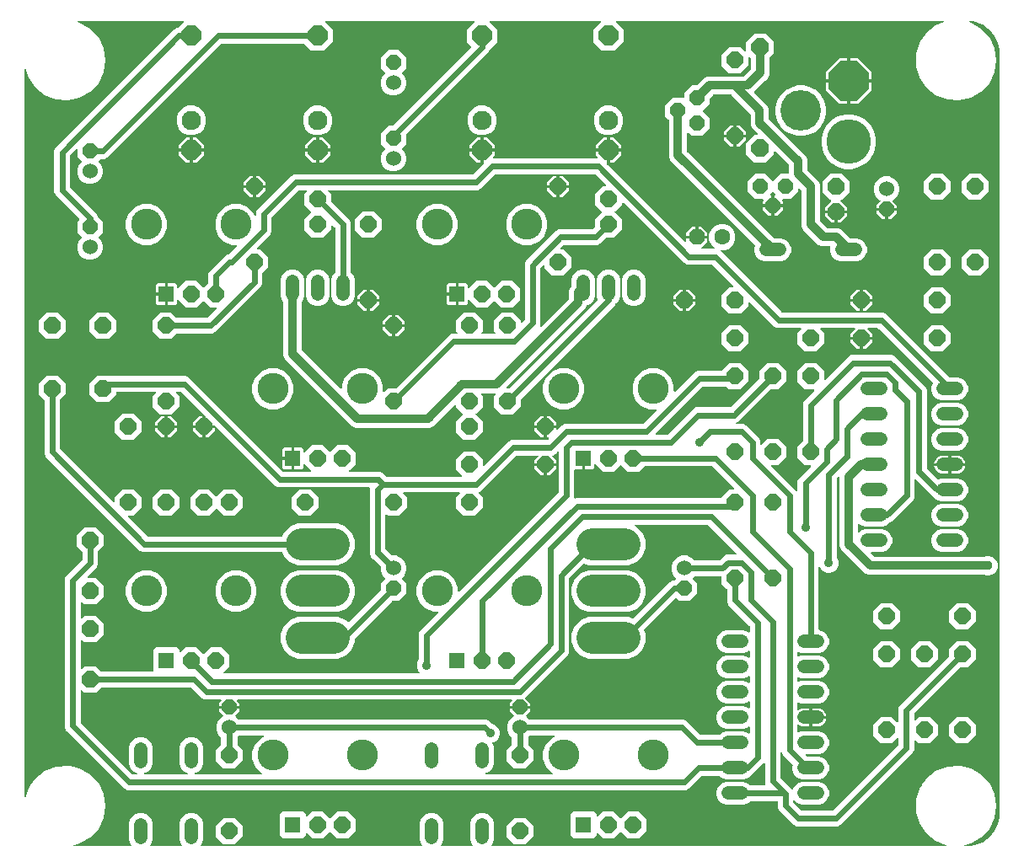
<source format=gbr>
G04 EAGLE Gerber RS-274X export*
G75*
%MOMM*%
%FSLAX34Y34*%
%LPD*%
%INBottom Copper*%
%IPPOS*%
%AMOC8*
5,1,8,0,0,1.08239X$1,22.5*%
G01*
%ADD10P,1.649562X8X112.500000*%
%ADD11C,1.524000*%
%ADD12P,1.732040X8X202.500000*%
%ADD13C,1.600200*%
%ADD14P,1.814519X8X202.500000*%
%ADD15P,1.814519X8X292.500000*%
%ADD16P,1.649562X8X292.500000*%
%ADD17C,1.320800*%
%ADD18P,1.649562X8X202.500000*%
%ADD19C,4.470400*%
%ADD20P,4.398833X8X22.500000*%
%ADD21C,4.064000*%
%ADD22P,1.759533X8X292.500000*%
%ADD23P,1.759533X8X112.500000*%
%ADD24P,1.759533X8X202.500000*%
%ADD25P,1.924489X8X112.500000*%
%ADD26P,1.759533X8X22.500000*%
%ADD27C,3.200400*%
%ADD28P,2.199416X8X22.500000*%
%ADD29C,1.930400*%
%ADD30R,1.650000X1.650000*%
%ADD31P,1.785944X8X292.500000*%
%ADD32C,3.116000*%
%ADD33P,1.814519X8X112.500000*%
%ADD34C,0.558800*%
%ADD35C,0.900000*%
%ADD36C,0.950000*%
%ADD37C,0.812800*%
%ADD38C,0.609600*%

G36*
X117343Y10172D02*
X117343Y10172D01*
X117415Y10174D01*
X117464Y10192D01*
X117516Y10200D01*
X117579Y10234D01*
X117646Y10259D01*
X117687Y10291D01*
X117733Y10316D01*
X117782Y10368D01*
X117838Y10412D01*
X117866Y10456D01*
X117902Y10494D01*
X117932Y10559D01*
X117971Y10619D01*
X117984Y10670D01*
X118006Y10717D01*
X118014Y10788D01*
X118031Y10858D01*
X118027Y10910D01*
X118033Y10961D01*
X118018Y11032D01*
X118012Y11103D01*
X117992Y11151D01*
X117981Y11202D01*
X117944Y11263D01*
X117916Y11329D01*
X117871Y11385D01*
X117855Y11413D01*
X117837Y11428D01*
X117811Y11460D01*
X117094Y12177D01*
X115315Y16472D01*
X115315Y34328D01*
X117094Y38623D01*
X120381Y41910D01*
X124676Y43689D01*
X129324Y43689D01*
X133619Y41910D01*
X136906Y38623D01*
X138685Y34328D01*
X138685Y16472D01*
X136906Y12177D01*
X136189Y11460D01*
X136147Y11402D01*
X136098Y11350D01*
X136076Y11303D01*
X136045Y11261D01*
X136024Y11192D01*
X135994Y11127D01*
X135988Y11075D01*
X135973Y11025D01*
X135975Y10954D01*
X135967Y10883D01*
X135978Y10832D01*
X135979Y10780D01*
X136004Y10712D01*
X136019Y10642D01*
X136046Y10597D01*
X136064Y10549D01*
X136109Y10493D01*
X136145Y10431D01*
X136185Y10397D01*
X136218Y10357D01*
X136278Y10318D01*
X136332Y10271D01*
X136381Y10252D01*
X136424Y10224D01*
X136494Y10206D01*
X136561Y10179D01*
X136632Y10171D01*
X136663Y10163D01*
X136686Y10165D01*
X136727Y10161D01*
X168073Y10161D01*
X168143Y10172D01*
X168215Y10174D01*
X168264Y10192D01*
X168316Y10200D01*
X168379Y10234D01*
X168446Y10259D01*
X168487Y10291D01*
X168533Y10316D01*
X168582Y10368D01*
X168638Y10412D01*
X168666Y10456D01*
X168702Y10494D01*
X168732Y10559D01*
X168771Y10619D01*
X168784Y10670D01*
X168806Y10717D01*
X168814Y10788D01*
X168831Y10858D01*
X168827Y10910D01*
X168833Y10961D01*
X168818Y11032D01*
X168812Y11103D01*
X168792Y11151D01*
X168781Y11202D01*
X168744Y11263D01*
X168716Y11329D01*
X168671Y11385D01*
X168655Y11413D01*
X168637Y11428D01*
X168611Y11460D01*
X167894Y12177D01*
X166115Y16472D01*
X166115Y34328D01*
X167894Y38623D01*
X171181Y41910D01*
X175476Y43689D01*
X180124Y43689D01*
X184419Y41910D01*
X187706Y38623D01*
X189485Y34328D01*
X189485Y16472D01*
X187706Y12177D01*
X186989Y11460D01*
X186947Y11402D01*
X186898Y11350D01*
X186876Y11303D01*
X186845Y11261D01*
X186824Y11192D01*
X186794Y11127D01*
X186788Y11075D01*
X186773Y11025D01*
X186775Y10954D01*
X186767Y10883D01*
X186778Y10832D01*
X186779Y10780D01*
X186804Y10712D01*
X186819Y10642D01*
X186846Y10597D01*
X186864Y10549D01*
X186909Y10493D01*
X186945Y10431D01*
X186985Y10397D01*
X187018Y10357D01*
X187078Y10318D01*
X187132Y10271D01*
X187181Y10252D01*
X187224Y10224D01*
X187294Y10206D01*
X187361Y10179D01*
X187432Y10171D01*
X187463Y10163D01*
X187486Y10165D01*
X187527Y10161D01*
X409373Y10161D01*
X409443Y10172D01*
X409515Y10174D01*
X409564Y10192D01*
X409616Y10200D01*
X409679Y10234D01*
X409746Y10259D01*
X409787Y10291D01*
X409833Y10316D01*
X409882Y10368D01*
X409938Y10412D01*
X409966Y10456D01*
X410002Y10494D01*
X410032Y10559D01*
X410071Y10619D01*
X410084Y10670D01*
X410106Y10717D01*
X410114Y10788D01*
X410131Y10858D01*
X410127Y10910D01*
X410133Y10961D01*
X410118Y11032D01*
X410112Y11103D01*
X410092Y11151D01*
X410081Y11202D01*
X410044Y11263D01*
X410016Y11329D01*
X409971Y11385D01*
X409955Y11413D01*
X409937Y11428D01*
X409911Y11460D01*
X409194Y12177D01*
X407415Y16472D01*
X407415Y34328D01*
X409194Y38623D01*
X412481Y41910D01*
X416776Y43689D01*
X421424Y43689D01*
X425719Y41910D01*
X429006Y38623D01*
X430785Y34328D01*
X430785Y16472D01*
X429006Y12177D01*
X428289Y11460D01*
X428247Y11402D01*
X428198Y11350D01*
X428176Y11303D01*
X428145Y11261D01*
X428124Y11192D01*
X428094Y11127D01*
X428088Y11075D01*
X428073Y11025D01*
X428075Y10954D01*
X428067Y10883D01*
X428078Y10832D01*
X428079Y10780D01*
X428104Y10712D01*
X428119Y10642D01*
X428146Y10597D01*
X428164Y10549D01*
X428209Y10493D01*
X428245Y10431D01*
X428285Y10397D01*
X428318Y10357D01*
X428378Y10318D01*
X428432Y10271D01*
X428481Y10252D01*
X428524Y10224D01*
X428594Y10206D01*
X428661Y10179D01*
X428732Y10171D01*
X428763Y10163D01*
X428786Y10165D01*
X428827Y10161D01*
X460173Y10161D01*
X460243Y10172D01*
X460315Y10174D01*
X460364Y10192D01*
X460416Y10200D01*
X460479Y10234D01*
X460546Y10259D01*
X460587Y10291D01*
X460633Y10316D01*
X460682Y10368D01*
X460738Y10412D01*
X460766Y10456D01*
X460802Y10494D01*
X460832Y10559D01*
X460871Y10619D01*
X460884Y10670D01*
X460906Y10717D01*
X460914Y10788D01*
X460931Y10858D01*
X460927Y10910D01*
X460933Y10961D01*
X460918Y11032D01*
X460912Y11103D01*
X460892Y11151D01*
X460881Y11202D01*
X460844Y11263D01*
X460816Y11329D01*
X460771Y11385D01*
X460755Y11413D01*
X460737Y11428D01*
X460711Y11460D01*
X459994Y12177D01*
X458215Y16472D01*
X458215Y34328D01*
X459994Y38623D01*
X463281Y41910D01*
X467576Y43689D01*
X472224Y43689D01*
X476519Y41910D01*
X479806Y38623D01*
X481585Y34328D01*
X481585Y16472D01*
X479806Y12177D01*
X479089Y11460D01*
X479047Y11402D01*
X478998Y11350D01*
X478976Y11303D01*
X478945Y11261D01*
X478924Y11192D01*
X478894Y11127D01*
X478888Y11075D01*
X478873Y11025D01*
X478875Y10954D01*
X478867Y10883D01*
X478878Y10832D01*
X478879Y10780D01*
X478904Y10712D01*
X478919Y10642D01*
X478946Y10597D01*
X478964Y10549D01*
X479009Y10493D01*
X479045Y10431D01*
X479085Y10397D01*
X479118Y10357D01*
X479178Y10318D01*
X479232Y10271D01*
X479281Y10252D01*
X479324Y10224D01*
X479394Y10206D01*
X479461Y10179D01*
X479532Y10171D01*
X479563Y10163D01*
X479586Y10165D01*
X479627Y10161D01*
X935699Y10161D01*
X935802Y10178D01*
X935906Y10189D01*
X935923Y10197D01*
X935942Y10200D01*
X936034Y10249D01*
X936129Y10294D01*
X936143Y10307D01*
X936159Y10316D01*
X936231Y10391D01*
X936307Y10463D01*
X936316Y10480D01*
X936329Y10494D01*
X936373Y10589D01*
X936421Y10681D01*
X936424Y10700D01*
X936432Y10717D01*
X936444Y10821D01*
X936460Y10924D01*
X936457Y10943D01*
X936459Y10961D01*
X936437Y11063D01*
X936420Y11166D01*
X936411Y11183D01*
X936407Y11202D01*
X936354Y11291D01*
X936304Y11384D01*
X936291Y11397D01*
X936281Y11413D01*
X936202Y11481D01*
X936126Y11552D01*
X936105Y11563D01*
X936094Y11573D01*
X936064Y11585D01*
X935977Y11631D01*
X925834Y15612D01*
X916365Y23163D01*
X909542Y33170D01*
X905972Y44744D01*
X905972Y56856D01*
X909542Y68430D01*
X910525Y69871D01*
X910525Y69872D01*
X911563Y71394D01*
X913120Y73678D01*
X914158Y75200D01*
X915196Y76723D01*
X916365Y78437D01*
X925834Y85988D01*
X937108Y90413D01*
X949186Y91319D01*
X951144Y90872D01*
X954479Y90110D01*
X957815Y89349D01*
X960995Y88623D01*
X971484Y82567D01*
X979722Y73689D01*
X984977Y62777D01*
X986782Y50800D01*
X984977Y38823D01*
X979722Y27911D01*
X971484Y19032D01*
X960995Y12977D01*
X955244Y11664D01*
X955209Y11650D01*
X955171Y11643D01*
X955095Y11604D01*
X955016Y11571D01*
X954987Y11546D01*
X954953Y11528D01*
X954895Y11466D01*
X954830Y11411D01*
X954810Y11378D01*
X954784Y11350D01*
X954748Y11273D01*
X954705Y11199D01*
X954697Y11162D01*
X954680Y11127D01*
X954671Y11042D01*
X954653Y10959D01*
X954658Y10921D01*
X954653Y10883D01*
X954671Y10799D01*
X954681Y10714D01*
X954697Y10680D01*
X954706Y10642D01*
X954749Y10569D01*
X954786Y10492D01*
X954812Y10464D01*
X954832Y10431D01*
X954897Y10376D01*
X954956Y10314D01*
X954989Y10296D01*
X955019Y10271D01*
X955098Y10239D01*
X955173Y10200D01*
X955211Y10194D01*
X955247Y10179D01*
X955414Y10161D01*
X956820Y10161D01*
X956836Y10163D01*
X956863Y10162D01*
X960474Y10365D01*
X960506Y10372D01*
X960601Y10383D01*
X967644Y11990D01*
X967645Y11991D01*
X967646Y11991D01*
X967804Y12046D01*
X974313Y15180D01*
X974314Y15181D01*
X974315Y15182D01*
X974457Y15271D01*
X980104Y19775D01*
X980105Y19776D01*
X980107Y19777D01*
X980225Y19896D01*
X984729Y25543D01*
X984729Y25544D01*
X984731Y25545D01*
X984820Y25687D01*
X987954Y32196D01*
X987954Y32197D01*
X987955Y32198D01*
X988010Y32356D01*
X989617Y39399D01*
X989619Y39431D01*
X989635Y39526D01*
X989838Y43137D01*
X989836Y43154D01*
X989839Y43180D01*
X989839Y806820D01*
X989837Y806836D01*
X989838Y806863D01*
X989635Y810474D01*
X989628Y810506D01*
X989617Y810601D01*
X988010Y817644D01*
X988009Y817645D01*
X988009Y817646D01*
X987954Y817804D01*
X984820Y824313D01*
X984819Y824314D01*
X984818Y824315D01*
X984729Y824457D01*
X980225Y830104D01*
X980224Y830105D01*
X980223Y830107D01*
X980104Y830225D01*
X974457Y834729D01*
X974456Y834729D01*
X974455Y834731D01*
X974313Y834820D01*
X967804Y837954D01*
X967803Y837954D01*
X967802Y837955D01*
X967644Y838010D01*
X966012Y838382D01*
X962677Y839143D01*
X962677Y839144D01*
X960601Y839617D01*
X960569Y839619D01*
X960474Y839635D01*
X960227Y839649D01*
X960168Y839643D01*
X960109Y839646D01*
X960047Y839630D01*
X959983Y839623D01*
X959929Y839598D01*
X959871Y839583D01*
X959818Y839547D01*
X959759Y839520D01*
X959716Y839480D01*
X959666Y839446D01*
X959627Y839396D01*
X959580Y839352D01*
X959552Y839299D01*
X959516Y839252D01*
X959494Y839191D01*
X959464Y839135D01*
X959454Y839076D01*
X959435Y839020D01*
X959434Y838956D01*
X959423Y838892D01*
X959433Y838833D01*
X959432Y838774D01*
X959452Y838713D01*
X959462Y838649D01*
X959490Y838597D01*
X959508Y838540D01*
X959546Y838488D01*
X959576Y838431D01*
X959619Y838390D01*
X959655Y838342D01*
X959708Y838306D01*
X959754Y838261D01*
X959808Y838236D01*
X959857Y838202D01*
X959947Y838170D01*
X959977Y838157D01*
X959996Y838153D01*
X960015Y838147D01*
X960995Y837923D01*
X971484Y831867D01*
X979722Y822989D01*
X984977Y812077D01*
X986782Y800100D01*
X984977Y788123D01*
X979722Y777211D01*
X971484Y768332D01*
X960995Y762277D01*
X949186Y759581D01*
X937108Y760487D01*
X925834Y764912D01*
X916365Y772463D01*
X909542Y782470D01*
X905972Y794044D01*
X905972Y806156D01*
X909542Y817730D01*
X910368Y818941D01*
X910368Y818942D01*
X911406Y820464D01*
X912444Y821986D01*
X912444Y821987D01*
X912963Y822748D01*
X914001Y824270D01*
X915039Y825793D01*
X916365Y827737D01*
X925834Y835288D01*
X933684Y838369D01*
X933774Y838423D01*
X933866Y838472D01*
X933879Y838485D01*
X933895Y838495D01*
X933964Y838574D01*
X934035Y838650D01*
X934043Y838667D01*
X934056Y838682D01*
X934095Y838778D01*
X934139Y838873D01*
X934141Y838892D01*
X934148Y838910D01*
X934155Y839014D01*
X934166Y839117D01*
X934162Y839136D01*
X934163Y839155D01*
X934136Y839256D01*
X934114Y839358D01*
X934104Y839374D01*
X934099Y839392D01*
X934041Y839479D01*
X933988Y839569D01*
X933973Y839581D01*
X933963Y839597D01*
X933880Y839661D01*
X933801Y839729D01*
X933783Y839736D01*
X933768Y839748D01*
X933670Y839782D01*
X933573Y839821D01*
X933549Y839823D01*
X933536Y839828D01*
X933504Y839828D01*
X933406Y839839D01*
X605152Y839839D01*
X605081Y839828D01*
X605010Y839826D01*
X604961Y839808D01*
X604909Y839800D01*
X604846Y839766D01*
X604779Y839741D01*
X604738Y839709D01*
X604692Y839684D01*
X604643Y839632D01*
X604587Y839588D01*
X604559Y839544D01*
X604523Y839506D01*
X604492Y839441D01*
X604454Y839381D01*
X604441Y839330D01*
X604419Y839283D01*
X604411Y839212D01*
X604394Y839142D01*
X604398Y839090D01*
X604392Y839039D01*
X604407Y838968D01*
X604413Y838897D01*
X604433Y838849D01*
X604444Y838798D01*
X604481Y838737D01*
X604509Y838671D01*
X604554Y838615D01*
X604570Y838587D01*
X604588Y838572D01*
X604614Y838540D01*
X612141Y831013D01*
X612141Y818387D01*
X603213Y809459D01*
X590587Y809459D01*
X581659Y818387D01*
X581659Y831013D01*
X589186Y838540D01*
X589228Y838598D01*
X589277Y838650D01*
X589299Y838697D01*
X589330Y838739D01*
X589351Y838808D01*
X589381Y838873D01*
X589387Y838925D01*
X589402Y838975D01*
X589400Y839046D01*
X589408Y839117D01*
X589397Y839168D01*
X589396Y839220D01*
X589371Y839288D01*
X589356Y839358D01*
X589329Y839403D01*
X589311Y839451D01*
X589266Y839507D01*
X589230Y839569D01*
X589190Y839603D01*
X589157Y839643D01*
X589097Y839682D01*
X589043Y839729D01*
X588994Y839748D01*
X588951Y839776D01*
X588881Y839794D01*
X588815Y839821D01*
X588743Y839829D01*
X588712Y839837D01*
X588689Y839835D01*
X588648Y839839D01*
X478152Y839839D01*
X478081Y839828D01*
X478010Y839826D01*
X477961Y839808D01*
X477909Y839800D01*
X477846Y839766D01*
X477779Y839741D01*
X477738Y839709D01*
X477692Y839684D01*
X477643Y839632D01*
X477587Y839588D01*
X477559Y839544D01*
X477523Y839506D01*
X477492Y839441D01*
X477454Y839381D01*
X477441Y839330D01*
X477419Y839283D01*
X477411Y839212D01*
X477394Y839142D01*
X477398Y839090D01*
X477392Y839039D01*
X477407Y838968D01*
X477413Y838897D01*
X477433Y838849D01*
X477444Y838798D01*
X477481Y838737D01*
X477509Y838671D01*
X477554Y838615D01*
X477570Y838587D01*
X477588Y838572D01*
X477614Y838540D01*
X485141Y831013D01*
X485141Y818387D01*
X477732Y810978D01*
X477693Y810925D01*
X477647Y810878D01*
X477607Y810805D01*
X477588Y810778D01*
X477582Y810760D01*
X477566Y810731D01*
X476576Y808339D01*
X393924Y725687D01*
X393871Y725613D01*
X393811Y725544D01*
X393799Y725514D01*
X393780Y725487D01*
X393753Y725400D01*
X393719Y725316D01*
X393715Y725275D01*
X393708Y725252D01*
X393709Y725220D01*
X393701Y725149D01*
X393701Y716099D01*
X389340Y711738D01*
X389328Y711722D01*
X389313Y711710D01*
X389257Y711622D01*
X389196Y711539D01*
X389190Y711520D01*
X389180Y711503D01*
X389154Y711402D01*
X389124Y711303D01*
X389124Y711284D01*
X389120Y711264D01*
X389128Y711161D01*
X389130Y711058D01*
X389137Y711039D01*
X389139Y711019D01*
X389179Y710924D01*
X389215Y710827D01*
X389227Y710811D01*
X389235Y710793D01*
X389340Y710662D01*
X391767Y708234D01*
X393701Y703566D01*
X393701Y698514D01*
X391767Y693846D01*
X388194Y690273D01*
X383526Y688339D01*
X378474Y688339D01*
X373806Y690273D01*
X370233Y693846D01*
X368299Y698514D01*
X368299Y703566D01*
X370233Y708234D01*
X372660Y710662D01*
X372672Y710678D01*
X372687Y710690D01*
X372744Y710778D01*
X372804Y710861D01*
X372810Y710880D01*
X372820Y710897D01*
X372846Y710998D01*
X372876Y711097D01*
X372876Y711116D01*
X372880Y711136D01*
X372872Y711239D01*
X372870Y711342D01*
X372863Y711361D01*
X372861Y711381D01*
X372821Y711476D01*
X372785Y711573D01*
X372773Y711589D01*
X372765Y711607D01*
X372660Y711738D01*
X368299Y716099D01*
X368299Y726621D01*
X375739Y734061D01*
X379709Y734061D01*
X379799Y734075D01*
X379890Y734083D01*
X379920Y734095D01*
X379952Y734100D01*
X380032Y734143D01*
X380116Y734179D01*
X380148Y734205D01*
X380169Y734216D01*
X380191Y734239D01*
X380247Y734284D01*
X458967Y813003D01*
X458978Y813019D01*
X458994Y813032D01*
X459050Y813119D01*
X459110Y813203D01*
X459116Y813222D01*
X459127Y813239D01*
X459152Y813339D01*
X459183Y813438D01*
X459182Y813458D01*
X459187Y813477D01*
X459179Y813580D01*
X459176Y813684D01*
X459169Y813703D01*
X459168Y813722D01*
X459127Y813817D01*
X459092Y813915D01*
X459079Y813931D01*
X459071Y813949D01*
X458967Y814080D01*
X454659Y818387D01*
X454659Y831013D01*
X462186Y838540D01*
X462228Y838598D01*
X462277Y838650D01*
X462299Y838697D01*
X462330Y838739D01*
X462351Y838808D01*
X462381Y838873D01*
X462387Y838925D01*
X462402Y838975D01*
X462400Y839046D01*
X462408Y839117D01*
X462397Y839168D01*
X462396Y839220D01*
X462371Y839288D01*
X462356Y839358D01*
X462329Y839403D01*
X462311Y839451D01*
X462266Y839507D01*
X462230Y839569D01*
X462190Y839603D01*
X462157Y839643D01*
X462097Y839682D01*
X462043Y839729D01*
X461994Y839748D01*
X461951Y839776D01*
X461881Y839794D01*
X461815Y839821D01*
X461743Y839829D01*
X461712Y839837D01*
X461689Y839835D01*
X461648Y839839D01*
X313052Y839839D01*
X312981Y839828D01*
X312910Y839826D01*
X312861Y839808D01*
X312809Y839800D01*
X312746Y839766D01*
X312679Y839741D01*
X312638Y839709D01*
X312592Y839684D01*
X312543Y839632D01*
X312487Y839588D01*
X312459Y839544D01*
X312423Y839506D01*
X312392Y839441D01*
X312354Y839381D01*
X312341Y839330D01*
X312319Y839283D01*
X312311Y839212D01*
X312294Y839142D01*
X312298Y839090D01*
X312292Y839039D01*
X312307Y838968D01*
X312313Y838897D01*
X312333Y838849D01*
X312344Y838798D01*
X312381Y838737D01*
X312409Y838671D01*
X312454Y838615D01*
X312470Y838587D01*
X312488Y838572D01*
X312514Y838540D01*
X320041Y831013D01*
X320041Y818387D01*
X311113Y809459D01*
X298487Y809459D01*
X291344Y816602D01*
X291270Y816655D01*
X291201Y816715D01*
X291170Y816727D01*
X291144Y816746D01*
X291057Y816773D01*
X290972Y816807D01*
X290932Y816811D01*
X290909Y816818D01*
X290877Y816817D01*
X290806Y816825D01*
X208517Y816825D01*
X208427Y816811D01*
X208336Y816803D01*
X208306Y816791D01*
X208274Y816786D01*
X208194Y816743D01*
X208110Y816707D01*
X208078Y816681D01*
X208057Y816670D01*
X208035Y816647D01*
X207979Y816602D01*
X93361Y701984D01*
X90466Y700785D01*
X86602Y700785D01*
X86512Y700771D01*
X86421Y700763D01*
X86391Y700751D01*
X86359Y700746D01*
X86279Y700703D01*
X86195Y700667D01*
X86163Y700641D01*
X86142Y700630D01*
X86120Y700607D01*
X86064Y700562D01*
X84540Y699038D01*
X84528Y699022D01*
X84513Y699010D01*
X84457Y698922D01*
X84396Y698839D01*
X84390Y698820D01*
X84380Y698803D01*
X84354Y698702D01*
X84324Y698603D01*
X84324Y698584D01*
X84320Y698564D01*
X84328Y698461D01*
X84330Y698358D01*
X84337Y698339D01*
X84339Y698319D01*
X84379Y698224D01*
X84415Y698127D01*
X84427Y698111D01*
X84435Y698093D01*
X84540Y697962D01*
X86967Y695534D01*
X88901Y690866D01*
X88901Y685814D01*
X86967Y681146D01*
X83394Y677573D01*
X78726Y675639D01*
X73674Y675639D01*
X69006Y677573D01*
X65433Y681146D01*
X63499Y685814D01*
X63499Y690866D01*
X65433Y695534D01*
X67860Y697962D01*
X67872Y697978D01*
X67887Y697990D01*
X67944Y698078D01*
X68004Y698161D01*
X68010Y698180D01*
X68020Y698197D01*
X68046Y698298D01*
X68076Y698397D01*
X68076Y698416D01*
X68080Y698436D01*
X68072Y698539D01*
X68070Y698642D01*
X68063Y698661D01*
X68061Y698681D01*
X68021Y698776D01*
X67985Y698873D01*
X67973Y698889D01*
X67965Y698907D01*
X67860Y699038D01*
X63499Y703399D01*
X63499Y710125D01*
X63488Y710196D01*
X63486Y710267D01*
X63468Y710316D01*
X63460Y710368D01*
X63426Y710431D01*
X63401Y710498D01*
X63369Y710539D01*
X63344Y710585D01*
X63292Y710634D01*
X63248Y710690D01*
X63204Y710719D01*
X63166Y710754D01*
X63101Y710785D01*
X63041Y710823D01*
X62990Y710836D01*
X62943Y710858D01*
X62872Y710866D01*
X62802Y710883D01*
X62750Y710879D01*
X62699Y710885D01*
X62628Y710870D01*
X62557Y710864D01*
X62509Y710844D01*
X62458Y710833D01*
X62397Y710796D01*
X62331Y710768D01*
X62275Y710723D01*
X62247Y710707D01*
X62232Y710689D01*
X62200Y710663D01*
X56104Y704567D01*
X56051Y704493D01*
X55991Y704424D01*
X55979Y704394D01*
X55960Y704367D01*
X55933Y704280D01*
X55899Y704196D01*
X55895Y704155D01*
X55888Y704132D01*
X55889Y704100D01*
X55881Y704029D01*
X55881Y672799D01*
X55895Y672709D01*
X55903Y672618D01*
X55915Y672588D01*
X55920Y672557D01*
X55963Y672476D01*
X55999Y672392D01*
X56025Y672360D01*
X56036Y672339D01*
X56059Y672317D01*
X56104Y672261D01*
X82876Y645489D01*
X84051Y642653D01*
X84085Y642597D01*
X84111Y642537D01*
X84163Y642472D01*
X84180Y642444D01*
X84195Y642431D01*
X84216Y642406D01*
X88901Y637721D01*
X88901Y627199D01*
X84540Y622838D01*
X84528Y622822D01*
X84513Y622810D01*
X84457Y622722D01*
X84396Y622639D01*
X84390Y622620D01*
X84380Y622603D01*
X84354Y622502D01*
X84324Y622403D01*
X84324Y622384D01*
X84320Y622364D01*
X84328Y622261D01*
X84330Y622158D01*
X84337Y622139D01*
X84339Y622119D01*
X84379Y622024D01*
X84415Y621927D01*
X84427Y621911D01*
X84435Y621893D01*
X84540Y621762D01*
X86967Y619334D01*
X88901Y614666D01*
X88901Y609614D01*
X86967Y604946D01*
X83394Y601373D01*
X78726Y599439D01*
X73674Y599439D01*
X69006Y601373D01*
X65433Y604946D01*
X63499Y609614D01*
X63499Y614666D01*
X65433Y619334D01*
X67860Y621762D01*
X67872Y621778D01*
X67887Y621790D01*
X67944Y621878D01*
X68004Y621961D01*
X68010Y621980D01*
X68020Y621997D01*
X68046Y622098D01*
X68076Y622197D01*
X68076Y622216D01*
X68080Y622236D01*
X68072Y622339D01*
X68070Y622442D01*
X68063Y622461D01*
X68061Y622481D01*
X68021Y622576D01*
X67985Y622673D01*
X67973Y622689D01*
X67965Y622707D01*
X67860Y622838D01*
X63499Y627199D01*
X63499Y637721D01*
X65397Y639618D01*
X65408Y639634D01*
X65424Y639647D01*
X65480Y639734D01*
X65540Y639818D01*
X65546Y639837D01*
X65557Y639854D01*
X65582Y639954D01*
X65613Y640053D01*
X65612Y640073D01*
X65617Y640092D01*
X65609Y640195D01*
X65606Y640299D01*
X65599Y640318D01*
X65598Y640338D01*
X65557Y640432D01*
X65522Y640530D01*
X65509Y640546D01*
X65502Y640564D01*
X65397Y640695D01*
X41330Y664761D01*
X40131Y667656D01*
X40131Y709172D01*
X41330Y712067D01*
X160639Y831376D01*
X163534Y832575D01*
X163806Y832575D01*
X163896Y832589D01*
X163987Y832597D01*
X164017Y832609D01*
X164049Y832614D01*
X164129Y832657D01*
X164213Y832693D01*
X164245Y832719D01*
X164266Y832730D01*
X164288Y832753D01*
X164344Y832798D01*
X170086Y838540D01*
X170128Y838598D01*
X170177Y838650D01*
X170199Y838697D01*
X170230Y838739D01*
X170251Y838808D01*
X170281Y838873D01*
X170287Y838925D01*
X170302Y838975D01*
X170300Y839046D01*
X170308Y839117D01*
X170297Y839168D01*
X170296Y839220D01*
X170271Y839288D01*
X170256Y839358D01*
X170229Y839402D01*
X170211Y839451D01*
X170166Y839507D01*
X170130Y839569D01*
X170090Y839603D01*
X170057Y839643D01*
X169997Y839682D01*
X169943Y839729D01*
X169894Y839748D01*
X169851Y839776D01*
X169781Y839794D01*
X169715Y839821D01*
X169643Y839829D01*
X169612Y839837D01*
X169589Y839835D01*
X169548Y839839D01*
X64007Y839839D01*
X63969Y839833D01*
X63931Y839835D01*
X63848Y839813D01*
X63764Y839800D01*
X63730Y839782D01*
X63693Y839772D01*
X63622Y839724D01*
X63547Y839684D01*
X63520Y839657D01*
X63488Y839635D01*
X63436Y839568D01*
X63377Y839506D01*
X63361Y839471D01*
X63338Y839441D01*
X63310Y839360D01*
X63274Y839283D01*
X63269Y839245D01*
X63257Y839209D01*
X63256Y839123D01*
X63247Y839039D01*
X63255Y839001D01*
X63254Y838963D01*
X63281Y838882D01*
X63299Y838798D01*
X63318Y838765D01*
X63330Y838729D01*
X63381Y838660D01*
X63425Y838587D01*
X63454Y838562D01*
X63477Y838531D01*
X63547Y838483D01*
X63612Y838427D01*
X63647Y838413D01*
X63679Y838391D01*
X63837Y838336D01*
X63840Y838335D01*
X65645Y837923D01*
X76134Y831867D01*
X84372Y822989D01*
X89627Y812077D01*
X91432Y800100D01*
X89627Y788123D01*
X84372Y777211D01*
X76134Y768333D01*
X65645Y762277D01*
X53836Y759581D01*
X41758Y760487D01*
X30484Y764912D01*
X21015Y772463D01*
X14192Y782470D01*
X11649Y790712D01*
X11645Y790721D01*
X11643Y790731D01*
X11591Y790831D01*
X11540Y790933D01*
X11533Y790940D01*
X11528Y790948D01*
X11446Y791026D01*
X11366Y791106D01*
X11357Y791111D01*
X11350Y791118D01*
X11247Y791166D01*
X11145Y791216D01*
X11136Y791217D01*
X11127Y791221D01*
X11014Y791234D01*
X10902Y791249D01*
X10892Y791247D01*
X10883Y791248D01*
X10771Y791224D01*
X10660Y791203D01*
X10652Y791198D01*
X10642Y791196D01*
X10545Y791138D01*
X10446Y791082D01*
X10439Y791075D01*
X10431Y791070D01*
X10357Y790984D01*
X10281Y790899D01*
X10278Y790890D01*
X10271Y790883D01*
X10229Y790777D01*
X10184Y790674D01*
X10183Y790664D01*
X10179Y790655D01*
X10161Y790488D01*
X10161Y60412D01*
X10162Y60402D01*
X10161Y60393D01*
X10182Y60281D01*
X10200Y60169D01*
X10205Y60161D01*
X10207Y60151D01*
X10263Y60052D01*
X10316Y59952D01*
X10323Y59945D01*
X10327Y59937D01*
X10412Y59861D01*
X10494Y59782D01*
X10503Y59778D01*
X10510Y59772D01*
X10614Y59727D01*
X10717Y59679D01*
X10727Y59678D01*
X10736Y59674D01*
X10849Y59664D01*
X10961Y59652D01*
X10971Y59654D01*
X10981Y59653D01*
X11091Y59680D01*
X11202Y59704D01*
X11210Y59709D01*
X11220Y59711D01*
X11316Y59772D01*
X11413Y59830D01*
X11419Y59838D01*
X11428Y59843D01*
X11499Y59931D01*
X11573Y60017D01*
X11576Y60026D01*
X11583Y60034D01*
X11649Y60188D01*
X14192Y68430D01*
X15175Y69871D01*
X15175Y69872D01*
X16213Y71394D01*
X17770Y73678D01*
X18808Y75200D01*
X19846Y76723D01*
X21015Y78437D01*
X30484Y85988D01*
X41758Y90413D01*
X53836Y91319D01*
X55794Y90872D01*
X59129Y90110D01*
X62465Y89349D01*
X65645Y88623D01*
X76134Y82567D01*
X84372Y73689D01*
X89627Y62777D01*
X91432Y50800D01*
X89627Y38823D01*
X84372Y27911D01*
X76134Y19033D01*
X65645Y12977D01*
X59894Y11664D01*
X59859Y11650D01*
X59821Y11643D01*
X59745Y11604D01*
X59666Y11571D01*
X59637Y11546D01*
X59603Y11528D01*
X59545Y11466D01*
X59480Y11411D01*
X59461Y11378D01*
X59434Y11350D01*
X59398Y11273D01*
X59355Y11199D01*
X59347Y11162D01*
X59330Y11127D01*
X59321Y11042D01*
X59303Y10959D01*
X59308Y10921D01*
X59303Y10883D01*
X59321Y10799D01*
X59331Y10714D01*
X59347Y10680D01*
X59356Y10642D01*
X59399Y10569D01*
X59436Y10492D01*
X59462Y10464D01*
X59482Y10431D01*
X59547Y10376D01*
X59606Y10314D01*
X59640Y10296D01*
X59669Y10271D01*
X59748Y10239D01*
X59823Y10200D01*
X59861Y10194D01*
X59897Y10179D01*
X60064Y10161D01*
X117273Y10161D01*
X117343Y10172D01*
G37*
%LPC*%
G36*
X785834Y30225D02*
X785834Y30225D01*
X782939Y31424D01*
X768024Y46339D01*
X766825Y49234D01*
X766825Y54864D01*
X766822Y54884D01*
X766824Y54903D01*
X766802Y55005D01*
X766786Y55107D01*
X766776Y55124D01*
X766772Y55144D01*
X766719Y55233D01*
X766670Y55324D01*
X766656Y55338D01*
X766646Y55355D01*
X766567Y55422D01*
X766492Y55494D01*
X766474Y55502D01*
X766459Y55515D01*
X766363Y55554D01*
X766269Y55597D01*
X766249Y55599D01*
X766231Y55607D01*
X766064Y55625D01*
X739469Y55625D01*
X739379Y55611D01*
X739288Y55603D01*
X739258Y55591D01*
X739227Y55586D01*
X739146Y55543D01*
X739062Y55507D01*
X739030Y55481D01*
X739009Y55470D01*
X738987Y55447D01*
X738931Y55402D01*
X737123Y53594D01*
X732828Y51815D01*
X714972Y51815D01*
X710677Y53594D01*
X707390Y56881D01*
X705611Y61176D01*
X705611Y65824D01*
X707390Y70119D01*
X710677Y73406D01*
X714972Y75185D01*
X732828Y75185D01*
X737123Y73406D01*
X738931Y71598D01*
X739005Y71545D01*
X739074Y71485D01*
X739104Y71473D01*
X739131Y71454D01*
X739218Y71427D01*
X739303Y71393D01*
X739343Y71389D01*
X739366Y71382D01*
X739398Y71383D01*
X739469Y71375D01*
X754020Y71375D01*
X754065Y71382D01*
X754111Y71380D01*
X754186Y71402D01*
X754263Y71414D01*
X754303Y71436D01*
X754348Y71449D01*
X754412Y71493D01*
X754480Y71530D01*
X754512Y71563D01*
X754550Y71589D01*
X754596Y71651D01*
X754650Y71708D01*
X754669Y71750D01*
X754696Y71786D01*
X754721Y71860D01*
X754753Y71931D01*
X754758Y71977D01*
X754773Y72020D01*
X754772Y72098D01*
X754780Y72175D01*
X754771Y72220D01*
X754770Y72266D01*
X754732Y72398D01*
X754728Y72416D01*
X754726Y72420D01*
X754724Y72427D01*
X754125Y73872D01*
X754125Y93451D01*
X754114Y93522D01*
X754112Y93593D01*
X754094Y93642D01*
X754086Y93694D01*
X754052Y93757D01*
X754027Y93824D01*
X753995Y93865D01*
X753970Y93911D01*
X753918Y93960D01*
X753874Y94016D01*
X753830Y94045D01*
X753792Y94080D01*
X753727Y94111D01*
X753667Y94149D01*
X753616Y94162D01*
X753569Y94184D01*
X753498Y94192D01*
X753428Y94209D01*
X753376Y94205D01*
X753325Y94211D01*
X753254Y94196D01*
X753183Y94190D01*
X753135Y94170D01*
X753084Y94159D01*
X753023Y94122D01*
X752957Y94094D01*
X752901Y94049D01*
X752873Y94033D01*
X752858Y94015D01*
X752826Y93989D01*
X751114Y92277D01*
X741061Y82224D01*
X739992Y81782D01*
X739936Y81747D01*
X739876Y81721D01*
X739811Y81669D01*
X739783Y81652D01*
X739771Y81637D01*
X739745Y81617D01*
X737123Y78994D01*
X732828Y77215D01*
X714972Y77215D01*
X710677Y78994D01*
X708869Y80802D01*
X708795Y80855D01*
X708726Y80915D01*
X708696Y80927D01*
X708669Y80946D01*
X708582Y80973D01*
X708497Y81007D01*
X708457Y81011D01*
X708434Y81018D01*
X708402Y81017D01*
X708331Y81025D01*
X690901Y81025D01*
X690811Y81011D01*
X690720Y81003D01*
X690690Y80991D01*
X690658Y80986D01*
X690578Y80943D01*
X690494Y80907D01*
X690462Y80881D01*
X690441Y80870D01*
X690419Y80847D01*
X690363Y80802D01*
X677561Y68000D01*
X674666Y66801D01*
X113750Y66801D01*
X110855Y68000D01*
X51998Y126857D01*
X50799Y129752D01*
X50799Y278934D01*
X51998Y281829D01*
X68102Y297933D01*
X68155Y298007D01*
X68215Y298076D01*
X68227Y298106D01*
X68246Y298133D01*
X68273Y298220D01*
X68307Y298304D01*
X68311Y298345D01*
X68318Y298368D01*
X68317Y298400D01*
X68325Y298471D01*
X68325Y306020D01*
X68311Y306110D01*
X68303Y306201D01*
X68291Y306231D01*
X68286Y306263D01*
X68243Y306344D01*
X68207Y306428D01*
X68181Y306460D01*
X68170Y306480D01*
X68147Y306503D01*
X68102Y306559D01*
X62737Y311924D01*
X62737Y323076D01*
X70624Y330963D01*
X81776Y330963D01*
X89663Y323076D01*
X89663Y311924D01*
X84298Y306559D01*
X84245Y306485D01*
X84185Y306415D01*
X84173Y306385D01*
X84154Y306359D01*
X84127Y306272D01*
X84093Y306187D01*
X84089Y306146D01*
X84082Y306124D01*
X84083Y306092D01*
X84075Y306020D01*
X84075Y293328D01*
X82876Y290433D01*
X73905Y281462D01*
X73863Y281404D01*
X73814Y281352D01*
X73792Y281305D01*
X73761Y281263D01*
X73740Y281194D01*
X73710Y281129D01*
X73704Y281077D01*
X73689Y281027D01*
X73691Y280956D01*
X73683Y280885D01*
X73694Y280834D01*
X73695Y280782D01*
X73720Y280714D01*
X73735Y280644D01*
X73762Y280599D01*
X73780Y280551D01*
X73825Y280495D01*
X73861Y280433D01*
X73901Y280399D01*
X73933Y280359D01*
X73994Y280320D01*
X74048Y280273D01*
X74097Y280254D01*
X74140Y280226D01*
X74210Y280208D01*
X74276Y280181D01*
X74348Y280173D01*
X74379Y280165D01*
X74402Y280167D01*
X74443Y280163D01*
X81776Y280163D01*
X89663Y272276D01*
X89663Y261124D01*
X81776Y253237D01*
X70624Y253237D01*
X67848Y256013D01*
X67790Y256054D01*
X67738Y256104D01*
X67691Y256126D01*
X67649Y256156D01*
X67580Y256177D01*
X67515Y256207D01*
X67463Y256213D01*
X67413Y256228D01*
X67342Y256227D01*
X67271Y256235D01*
X67220Y256223D01*
X67168Y256222D01*
X67100Y256197D01*
X67030Y256182D01*
X66985Y256156D01*
X66937Y256138D01*
X66881Y256093D01*
X66819Y256056D01*
X66785Y256017D01*
X66745Y255984D01*
X66706Y255924D01*
X66659Y255869D01*
X66640Y255821D01*
X66612Y255777D01*
X66594Y255708D01*
X66567Y255641D01*
X66559Y255570D01*
X66551Y255539D01*
X66553Y255515D01*
X66549Y255474D01*
X66549Y239826D01*
X66560Y239755D01*
X66562Y239683D01*
X66580Y239634D01*
X66588Y239583D01*
X66622Y239520D01*
X66647Y239452D01*
X66679Y239412D01*
X66704Y239366D01*
X66756Y239316D01*
X66800Y239260D01*
X66844Y239232D01*
X66882Y239196D01*
X66947Y239166D01*
X67007Y239127D01*
X67058Y239115D01*
X67105Y239093D01*
X67176Y239085D01*
X67246Y239067D01*
X67298Y239071D01*
X67349Y239065D01*
X67420Y239081D01*
X67491Y239086D01*
X67539Y239107D01*
X67590Y239118D01*
X67651Y239155D01*
X67717Y239183D01*
X67773Y239227D01*
X67801Y239244D01*
X67816Y239262D01*
X67848Y239287D01*
X70624Y242063D01*
X81776Y242063D01*
X89663Y234176D01*
X89663Y223024D01*
X81776Y215137D01*
X70624Y215137D01*
X67848Y217913D01*
X67790Y217954D01*
X67738Y218004D01*
X67691Y218026D01*
X67649Y218056D01*
X67580Y218077D01*
X67515Y218107D01*
X67463Y218113D01*
X67413Y218128D01*
X67342Y218127D01*
X67271Y218135D01*
X67220Y218123D01*
X67168Y218122D01*
X67100Y218097D01*
X67030Y218082D01*
X66985Y218056D01*
X66937Y218038D01*
X66881Y217993D01*
X66819Y217956D01*
X66785Y217917D01*
X66745Y217884D01*
X66706Y217824D01*
X66659Y217769D01*
X66640Y217721D01*
X66612Y217677D01*
X66594Y217608D01*
X66567Y217541D01*
X66559Y217470D01*
X66551Y217439D01*
X66553Y217415D01*
X66549Y217374D01*
X66549Y189026D01*
X66550Y189018D01*
X66550Y189015D01*
X66553Y189002D01*
X66560Y188955D01*
X66562Y188883D01*
X66580Y188834D01*
X66588Y188783D01*
X66622Y188720D01*
X66647Y188652D01*
X66679Y188612D01*
X66704Y188566D01*
X66756Y188516D01*
X66800Y188460D01*
X66844Y188432D01*
X66882Y188396D01*
X66947Y188366D01*
X67007Y188327D01*
X67058Y188315D01*
X67105Y188293D01*
X67176Y188285D01*
X67246Y188267D01*
X67298Y188271D01*
X67349Y188265D01*
X67420Y188281D01*
X67491Y188286D01*
X67539Y188307D01*
X67590Y188318D01*
X67651Y188355D01*
X67717Y188383D01*
X67773Y188427D01*
X67801Y188444D01*
X67816Y188462D01*
X67848Y188487D01*
X70624Y191263D01*
X81776Y191263D01*
X87141Y185898D01*
X87215Y185845D01*
X87285Y185785D01*
X87315Y185773D01*
X87341Y185754D01*
X87428Y185727D01*
X87513Y185693D01*
X87554Y185689D01*
X87576Y185682D01*
X87608Y185683D01*
X87680Y185675D01*
X138708Y185675D01*
X138728Y185678D01*
X138747Y185676D01*
X138849Y185698D01*
X138951Y185714D01*
X138968Y185724D01*
X138988Y185728D01*
X139077Y185781D01*
X139168Y185830D01*
X139182Y185844D01*
X139199Y185854D01*
X139266Y185933D01*
X139338Y186008D01*
X139346Y186026D01*
X139359Y186041D01*
X139398Y186137D01*
X139441Y186231D01*
X139443Y186251D01*
X139451Y186269D01*
X139469Y186436D01*
X139469Y207055D01*
X142445Y210031D01*
X163155Y210031D01*
X166131Y207055D01*
X166131Y205721D01*
X166142Y205650D01*
X166144Y205579D01*
X166162Y205530D01*
X166170Y205478D01*
X166204Y205415D01*
X166229Y205348D01*
X166261Y205307D01*
X166286Y205261D01*
X166338Y205212D01*
X166382Y205156D01*
X166426Y205127D01*
X166464Y205092D01*
X166529Y205061D01*
X166589Y205023D01*
X166640Y205010D01*
X166687Y204988D01*
X166758Y204980D01*
X166828Y204962D01*
X166880Y204967D01*
X166931Y204961D01*
X167002Y204976D01*
X167073Y204982D01*
X167121Y205002D01*
X167172Y205013D01*
X167233Y205050D01*
X167299Y205078D01*
X167355Y205123D01*
X167383Y205139D01*
X167398Y205157D01*
X167430Y205183D01*
X172278Y210031D01*
X183322Y210031D01*
X189762Y203591D01*
X189778Y203579D01*
X189790Y203564D01*
X189878Y203508D01*
X189961Y203447D01*
X189980Y203441D01*
X189997Y203431D01*
X190098Y203405D01*
X190197Y203375D01*
X190216Y203375D01*
X190236Y203371D01*
X190339Y203379D01*
X190442Y203381D01*
X190461Y203388D01*
X190481Y203390D01*
X190576Y203430D01*
X190673Y203466D01*
X190689Y203478D01*
X190707Y203486D01*
X190838Y203591D01*
X197278Y210031D01*
X208322Y210031D01*
X216131Y202222D01*
X216131Y191178D01*
X210149Y185196D01*
X210107Y185138D01*
X210058Y185086D01*
X210036Y185039D01*
X210005Y184997D01*
X209984Y184928D01*
X209954Y184863D01*
X209948Y184811D01*
X209933Y184761D01*
X209935Y184690D01*
X209927Y184619D01*
X209938Y184568D01*
X209939Y184516D01*
X209964Y184448D01*
X209979Y184378D01*
X210006Y184333D01*
X210024Y184285D01*
X210069Y184229D01*
X210105Y184167D01*
X210145Y184133D01*
X210177Y184093D01*
X210238Y184054D01*
X210292Y184007D01*
X210340Y183988D01*
X210384Y183960D01*
X210454Y183942D01*
X210520Y183915D01*
X210592Y183907D01*
X210623Y183899D01*
X210646Y183901D01*
X210687Y183897D01*
X406760Y183897D01*
X406831Y183908D01*
X406903Y183910D01*
X406952Y183928D01*
X407003Y183936D01*
X407066Y183970D01*
X407134Y183995D01*
X407174Y184027D01*
X407220Y184052D01*
X407270Y184104D01*
X407326Y184148D01*
X407354Y184192D01*
X407390Y184230D01*
X407420Y184295D01*
X407459Y184355D01*
X407471Y184406D01*
X407493Y184453D01*
X407501Y184524D01*
X407519Y184594D01*
X407515Y184646D01*
X407520Y184697D01*
X407505Y184768D01*
X407500Y184839D01*
X407479Y184887D01*
X407468Y184938D01*
X407431Y184999D01*
X407403Y185065D01*
X407359Y185121D01*
X407342Y185149D01*
X407324Y185164D01*
X407299Y185196D01*
X405898Y186597D01*
X404439Y190118D01*
X404439Y193930D01*
X405898Y197451D01*
X405922Y197476D01*
X405975Y197549D01*
X406035Y197619D01*
X406047Y197649D01*
X406066Y197675D01*
X406093Y197762D01*
X406127Y197847D01*
X406131Y197888D01*
X406138Y197910D01*
X406137Y197943D01*
X406145Y198014D01*
X406145Y223562D01*
X407344Y226457D01*
X425627Y244740D01*
X425669Y244798D01*
X425718Y244850D01*
X425740Y244897D01*
X425771Y244939D01*
X425792Y245008D01*
X425822Y245073D01*
X425828Y245125D01*
X425843Y245175D01*
X425841Y245246D01*
X425849Y245317D01*
X425838Y245368D01*
X425837Y245420D01*
X425812Y245488D01*
X425797Y245558D01*
X425770Y245603D01*
X425752Y245651D01*
X425707Y245707D01*
X425671Y245769D01*
X425631Y245803D01*
X425599Y245843D01*
X425538Y245882D01*
X425484Y245929D01*
X425435Y245948D01*
X425392Y245976D01*
X425322Y245994D01*
X425256Y246021D01*
X425184Y246029D01*
X425153Y246037D01*
X425130Y246035D01*
X425089Y246039D01*
X420790Y246039D01*
X413197Y249185D01*
X407385Y254997D01*
X404239Y262590D01*
X404239Y270810D01*
X407385Y278403D01*
X413197Y284215D01*
X420790Y287361D01*
X429010Y287361D01*
X436603Y284215D01*
X442415Y278403D01*
X445561Y270810D01*
X445561Y266511D01*
X445572Y266440D01*
X445574Y266369D01*
X445592Y266320D01*
X445600Y266268D01*
X445634Y266205D01*
X445659Y266138D01*
X445691Y266097D01*
X445716Y266051D01*
X445768Y266002D01*
X445812Y265946D01*
X445856Y265917D01*
X445894Y265882D01*
X445959Y265851D01*
X446019Y265813D01*
X446070Y265800D01*
X446117Y265778D01*
X446188Y265770D01*
X446258Y265753D01*
X446310Y265757D01*
X446361Y265751D01*
X446432Y265766D01*
X446503Y265772D01*
X446551Y265792D01*
X446602Y265803D01*
X446663Y265840D01*
X446729Y265868D01*
X446785Y265913D01*
X446813Y265929D01*
X446828Y265947D01*
X446860Y265973D01*
X546638Y365751D01*
X546691Y365825D01*
X546751Y365894D01*
X546763Y365924D01*
X546782Y365951D01*
X546809Y366038D01*
X546843Y366122D01*
X546847Y366163D01*
X546854Y366186D01*
X546853Y366218D01*
X546861Y366289D01*
X546861Y405871D01*
X546850Y405942D01*
X546848Y406014D01*
X546830Y406062D01*
X546822Y406114D01*
X546788Y406177D01*
X546763Y406245D01*
X546731Y406285D01*
X546706Y406331D01*
X546654Y406380D01*
X546609Y406437D01*
X546566Y406465D01*
X546528Y406500D01*
X546463Y406531D01*
X546403Y406569D01*
X546352Y406582D01*
X546305Y406604D01*
X546234Y406612D01*
X546164Y406629D01*
X546112Y406625D01*
X546061Y406631D01*
X545990Y406616D01*
X545919Y406610D01*
X545871Y406590D01*
X545820Y406579D01*
X545759Y406542D01*
X545692Y406514D01*
X545637Y406469D01*
X545609Y406453D01*
X545594Y406435D01*
X545562Y406409D01*
X545517Y406364D01*
X543195Y404042D01*
X540677Y402999D01*
X540638Y402975D01*
X540595Y402959D01*
X540534Y402911D01*
X540468Y402870D01*
X540439Y402834D01*
X540403Y402806D01*
X540361Y402740D01*
X540311Y402680D01*
X540295Y402637D01*
X540270Y402599D01*
X540251Y402523D01*
X540223Y402451D01*
X540221Y402405D01*
X540210Y402360D01*
X540216Y402283D01*
X540213Y402205D01*
X540225Y402161D01*
X540229Y402115D01*
X540259Y402043D01*
X540281Y401969D01*
X540307Y401931D01*
X540325Y401889D01*
X540411Y401782D01*
X540421Y401767D01*
X540425Y401764D01*
X540430Y401758D01*
X544069Y398119D01*
X544069Y395223D01*
X534162Y395223D01*
X534142Y395220D01*
X534123Y395222D01*
X534021Y395200D01*
X533919Y395183D01*
X533902Y395174D01*
X533882Y395170D01*
X533793Y395117D01*
X533702Y395068D01*
X533688Y395054D01*
X533671Y395044D01*
X533604Y394965D01*
X533533Y394890D01*
X533524Y394872D01*
X533511Y394857D01*
X533473Y394761D01*
X533429Y394667D01*
X533427Y394647D01*
X533419Y394629D01*
X533401Y394462D01*
X533401Y393699D01*
X533399Y393699D01*
X533399Y394462D01*
X533396Y394482D01*
X533398Y394501D01*
X533376Y394603D01*
X533359Y394705D01*
X533350Y394722D01*
X533346Y394742D01*
X533293Y394831D01*
X533244Y394922D01*
X533230Y394936D01*
X533220Y394953D01*
X533141Y395020D01*
X533066Y395091D01*
X533048Y395100D01*
X533033Y395113D01*
X532937Y395152D01*
X532843Y395195D01*
X532823Y395197D01*
X532805Y395205D01*
X532638Y395223D01*
X522731Y395223D01*
X522731Y398119D01*
X526156Y401544D01*
X526198Y401602D01*
X526247Y401654D01*
X526269Y401701D01*
X526299Y401743D01*
X526321Y401812D01*
X526351Y401877D01*
X526356Y401929D01*
X526372Y401979D01*
X526370Y402050D01*
X526378Y402121D01*
X526367Y402172D01*
X526365Y402224D01*
X526341Y402292D01*
X526326Y402362D01*
X526299Y402407D01*
X526281Y402455D01*
X526236Y402511D01*
X526199Y402573D01*
X526160Y402607D01*
X526127Y402647D01*
X526067Y402686D01*
X526012Y402733D01*
X525964Y402752D01*
X525920Y402780D01*
X525851Y402798D01*
X525784Y402825D01*
X525713Y402833D01*
X525682Y402841D01*
X525659Y402839D01*
X525618Y402843D01*
X504973Y402843D01*
X504883Y402829D01*
X504792Y402821D01*
X504762Y402809D01*
X504730Y402804D01*
X504650Y402761D01*
X504566Y402725D01*
X504534Y402699D01*
X504513Y402688D01*
X504491Y402665D01*
X504435Y402620D01*
X471222Y369407D01*
X468900Y367085D01*
X466767Y366202D01*
X466728Y366177D01*
X466685Y366162D01*
X466624Y366113D01*
X466558Y366072D01*
X466528Y366037D01*
X466493Y366008D01*
X466451Y365942D01*
X466401Y365883D01*
X466385Y365840D01*
X466360Y365801D01*
X466341Y365726D01*
X466313Y365653D01*
X466311Y365607D01*
X466300Y365563D01*
X466306Y365485D01*
X466302Y365407D01*
X466315Y365363D01*
X466319Y365317D01*
X466349Y365246D01*
X466371Y365171D01*
X466397Y365133D01*
X466415Y365091D01*
X466500Y364984D01*
X466511Y364969D01*
X466515Y364966D01*
X466520Y364960D01*
X470409Y361071D01*
X470409Y350129D01*
X462671Y342391D01*
X451729Y342391D01*
X443991Y350129D01*
X443991Y361071D01*
X447507Y364587D01*
X447549Y364645D01*
X447598Y364697D01*
X447620Y364744D01*
X447650Y364786D01*
X447671Y364855D01*
X447702Y364920D01*
X447707Y364972D01*
X447723Y365022D01*
X447721Y365093D01*
X447729Y365164D01*
X447718Y365215D01*
X447716Y365267D01*
X447692Y365335D01*
X447676Y365405D01*
X447650Y365450D01*
X447632Y365498D01*
X447587Y365554D01*
X447550Y365616D01*
X447511Y365650D01*
X447478Y365690D01*
X447418Y365729D01*
X447363Y365776D01*
X447315Y365795D01*
X447271Y365823D01*
X447202Y365841D01*
X447135Y365868D01*
X447064Y365876D01*
X447033Y365884D01*
X447009Y365882D01*
X446969Y365886D01*
X391231Y365886D01*
X391161Y365875D01*
X391089Y365873D01*
X391040Y365855D01*
X390989Y365847D01*
X390925Y365813D01*
X390858Y365788D01*
X390817Y365756D01*
X390771Y365731D01*
X390722Y365679D01*
X390666Y365635D01*
X390638Y365591D01*
X390602Y365553D01*
X390572Y365488D01*
X390533Y365428D01*
X390520Y365377D01*
X390498Y365330D01*
X390490Y365259D01*
X390473Y365189D01*
X390477Y365137D01*
X390471Y365086D01*
X390487Y365015D01*
X390492Y364944D01*
X390512Y364896D01*
X390524Y364845D01*
X390560Y364784D01*
X390588Y364718D01*
X390633Y364662D01*
X390650Y364634D01*
X390667Y364619D01*
X390693Y364587D01*
X394209Y361071D01*
X394209Y350129D01*
X386471Y342391D01*
X375529Y342391D01*
X374172Y343748D01*
X374114Y343790D01*
X374062Y343839D01*
X374015Y343861D01*
X373973Y343891D01*
X373904Y343912D01*
X373839Y343943D01*
X373787Y343948D01*
X373737Y343964D01*
X373666Y343962D01*
X373595Y343970D01*
X373544Y343959D01*
X373492Y343957D01*
X373424Y343933D01*
X373354Y343917D01*
X373309Y343891D01*
X373261Y343873D01*
X373205Y343828D01*
X373143Y343791D01*
X373109Y343752D01*
X373069Y343719D01*
X373030Y343659D01*
X372983Y343604D01*
X372964Y343556D01*
X372936Y343512D01*
X372918Y343443D01*
X372891Y343376D01*
X372883Y343305D01*
X372875Y343274D01*
X372877Y343250D01*
X372873Y343210D01*
X372873Y309139D01*
X372887Y309049D01*
X372895Y308958D01*
X372907Y308928D01*
X372912Y308896D01*
X372955Y308816D01*
X372991Y308732D01*
X373017Y308700D01*
X373028Y308679D01*
X373051Y308657D01*
X373096Y308601D01*
X379213Y302484D01*
X379287Y302431D01*
X379356Y302371D01*
X379386Y302359D01*
X379413Y302340D01*
X379500Y302313D01*
X379584Y302279D01*
X379625Y302275D01*
X379648Y302268D01*
X379680Y302269D01*
X379751Y302261D01*
X383526Y302261D01*
X388194Y300327D01*
X391767Y296754D01*
X393701Y292086D01*
X393701Y287034D01*
X391767Y282366D01*
X389340Y279938D01*
X389328Y279922D01*
X389313Y279910D01*
X389256Y279822D01*
X389196Y279739D01*
X389190Y279720D01*
X389180Y279703D01*
X389154Y279602D01*
X389124Y279503D01*
X389124Y279484D01*
X389120Y279464D01*
X389128Y279361D01*
X389130Y279258D01*
X389137Y279239D01*
X389139Y279219D01*
X389179Y279124D01*
X389215Y279027D01*
X389227Y279011D01*
X389235Y278993D01*
X389340Y278862D01*
X393701Y274501D01*
X393701Y263979D01*
X386261Y256539D01*
X379751Y256539D01*
X379661Y256525D01*
X379570Y256517D01*
X379540Y256505D01*
X379508Y256500D01*
X379428Y256457D01*
X379344Y256421D01*
X379312Y256395D01*
X379291Y256384D01*
X379269Y256361D01*
X379213Y256316D01*
X342108Y219211D01*
X342055Y219137D01*
X341995Y219068D01*
X341983Y219038D01*
X341964Y219011D01*
X341937Y218924D01*
X341903Y218840D01*
X341899Y218799D01*
X341892Y218776D01*
X341893Y218744D01*
X341885Y218673D01*
X341885Y215516D01*
X338675Y207768D01*
X332744Y201837D01*
X324996Y198627D01*
X284604Y198627D01*
X276856Y201837D01*
X270925Y207768D01*
X267715Y215516D01*
X267715Y223904D01*
X270925Y231652D01*
X276856Y237583D01*
X284604Y240793D01*
X324996Y240793D01*
X332744Y237583D01*
X334937Y235390D01*
X334953Y235379D01*
X334966Y235363D01*
X335053Y235307D01*
X335137Y235247D01*
X335156Y235241D01*
X335173Y235230D01*
X335273Y235205D01*
X335372Y235174D01*
X335392Y235175D01*
X335411Y235170D01*
X335514Y235178D01*
X335618Y235181D01*
X335637Y235188D01*
X335656Y235189D01*
X335751Y235230D01*
X335849Y235265D01*
X335865Y235278D01*
X335883Y235285D01*
X336014Y235390D01*
X368076Y267453D01*
X368129Y267527D01*
X368189Y267596D01*
X368201Y267626D01*
X368220Y267653D01*
X368247Y267740D01*
X368281Y267824D01*
X368285Y267865D01*
X368292Y267888D01*
X368291Y267920D01*
X368299Y267991D01*
X368299Y274501D01*
X372660Y278862D01*
X372672Y278878D01*
X372687Y278890D01*
X372743Y278978D01*
X372804Y279061D01*
X372810Y279080D01*
X372820Y279097D01*
X372846Y279198D01*
X372876Y279297D01*
X372876Y279316D01*
X372880Y279336D01*
X372872Y279439D01*
X372870Y279542D01*
X372863Y279561D01*
X372861Y279581D01*
X372821Y279676D01*
X372785Y279773D01*
X372773Y279789D01*
X372765Y279807D01*
X372660Y279938D01*
X370233Y282366D01*
X368299Y287034D01*
X368299Y290809D01*
X368285Y290899D01*
X368277Y290990D01*
X368265Y291020D01*
X368260Y291052D01*
X368217Y291132D01*
X368181Y291216D01*
X368155Y291248D01*
X368144Y291269D01*
X368121Y291291D01*
X368076Y291347D01*
X360644Y298779D01*
X358322Y301101D01*
X357123Y303996D01*
X357123Y369902D01*
X357129Y369950D01*
X357146Y370026D01*
X357142Y370072D01*
X357147Y370117D01*
X357131Y370194D01*
X357123Y370271D01*
X357105Y370313D01*
X357095Y370358D01*
X357055Y370425D01*
X357023Y370496D01*
X356992Y370530D01*
X356969Y370569D01*
X356910Y370620D01*
X356857Y370677D01*
X356817Y370699D01*
X356782Y370729D01*
X356710Y370758D01*
X356641Y370795D01*
X356596Y370804D01*
X356554Y370821D01*
X356418Y370836D01*
X356399Y370839D01*
X356394Y370838D01*
X356387Y370839D01*
X265134Y370839D01*
X262239Y372038D01*
X201177Y433100D01*
X201103Y433153D01*
X201034Y433213D01*
X201004Y433225D01*
X200977Y433244D01*
X200891Y433271D01*
X200806Y433305D01*
X200765Y433309D01*
X200742Y433316D01*
X200710Y433315D01*
X200639Y433323D01*
X192023Y433323D01*
X192023Y441939D01*
X192008Y442029D01*
X192001Y442120D01*
X191989Y442150D01*
X191983Y442182D01*
X191941Y442262D01*
X191905Y442346D01*
X191879Y442378D01*
X191868Y442399D01*
X191845Y442421D01*
X191800Y442477D01*
X167649Y466628D01*
X167575Y466681D01*
X167506Y466741D01*
X167476Y466753D01*
X167449Y466772D01*
X167362Y466799D01*
X167278Y466833D01*
X167237Y466837D01*
X167214Y466844D01*
X167182Y466843D01*
X167111Y466851D01*
X163266Y466851D01*
X163196Y466840D01*
X163124Y466838D01*
X163075Y466820D01*
X163024Y466812D01*
X162960Y466778D01*
X162893Y466753D01*
X162852Y466721D01*
X162806Y466696D01*
X162757Y466644D01*
X162701Y466600D01*
X162673Y466556D01*
X162637Y466518D01*
X162607Y466453D01*
X162568Y466393D01*
X162555Y466342D01*
X162533Y466295D01*
X162525Y466224D01*
X162508Y466154D01*
X162512Y466102D01*
X162506Y466051D01*
X162522Y465980D01*
X162527Y465909D01*
X162547Y465861D01*
X162559Y465810D01*
X162595Y465749D01*
X162623Y465683D01*
X162668Y465627D01*
X162685Y465599D01*
X162702Y465584D01*
X162728Y465552D01*
X165609Y462671D01*
X165609Y451729D01*
X157871Y443991D01*
X146929Y443991D01*
X139191Y451729D01*
X139191Y462671D01*
X142072Y465552D01*
X142114Y465610D01*
X142163Y465662D01*
X142185Y465709D01*
X142215Y465751D01*
X142236Y465820D01*
X142267Y465885D01*
X142272Y465937D01*
X142288Y465987D01*
X142286Y466058D01*
X142294Y466129D01*
X142283Y466180D01*
X142281Y466232D01*
X142257Y466300D01*
X142241Y466370D01*
X142215Y466415D01*
X142197Y466463D01*
X142152Y466519D01*
X142115Y466581D01*
X142076Y466615D01*
X142043Y466655D01*
X141983Y466694D01*
X141928Y466741D01*
X141880Y466760D01*
X141836Y466788D01*
X141767Y466806D01*
X141700Y466833D01*
X141629Y466841D01*
X141598Y466849D01*
X141574Y466847D01*
X141534Y466851D01*
X103124Y466851D01*
X103104Y466848D01*
X103085Y466850D01*
X102983Y466828D01*
X102881Y466812D01*
X102864Y466802D01*
X102844Y466798D01*
X102755Y466745D01*
X102664Y466696D01*
X102650Y466682D01*
X102633Y466672D01*
X102566Y466593D01*
X102494Y466518D01*
X102486Y466500D01*
X102473Y466485D01*
X102434Y466389D01*
X102391Y466295D01*
X102389Y466275D01*
X102381Y466257D01*
X102363Y466090D01*
X102363Y464324D01*
X94476Y456437D01*
X83324Y456437D01*
X75437Y464324D01*
X75437Y475476D01*
X83324Y483363D01*
X94476Y483363D01*
X95015Y482824D01*
X95089Y482771D01*
X95159Y482711D01*
X95189Y482699D01*
X95215Y482680D01*
X95302Y482653D01*
X95387Y482619D01*
X95428Y482615D01*
X95450Y482608D01*
X95482Y482609D01*
X95554Y482601D01*
X172254Y482601D01*
X175149Y481402D01*
X177471Y479080D01*
X269739Y386812D01*
X269813Y386759D01*
X269882Y386699D01*
X269912Y386687D01*
X269939Y386668D01*
X270026Y386641D01*
X270110Y386607D01*
X270151Y386603D01*
X270174Y386596D01*
X270206Y386597D01*
X270277Y386589D01*
X297421Y386589D01*
X297492Y386600D01*
X297563Y386602D01*
X297612Y386620D01*
X297664Y386628D01*
X297727Y386662D01*
X297794Y386687D01*
X297835Y386719D01*
X297881Y386744D01*
X297930Y386795D01*
X297986Y386840D01*
X298015Y386884D01*
X298050Y386922D01*
X298081Y386987D01*
X298119Y387047D01*
X298132Y387098D01*
X298154Y387145D01*
X298162Y387216D01*
X298180Y387286D01*
X298175Y387338D01*
X298181Y387389D01*
X298166Y387460D01*
X298160Y387531D01*
X298140Y387579D01*
X298129Y387630D01*
X298092Y387691D01*
X298064Y387757D01*
X298019Y387813D01*
X298003Y387841D01*
X297985Y387856D01*
X297959Y387888D01*
X291890Y393957D01*
X291832Y393999D01*
X291780Y394048D01*
X291733Y394070D01*
X291691Y394101D01*
X291622Y394122D01*
X291557Y394152D01*
X291505Y394158D01*
X291455Y394173D01*
X291384Y394171D01*
X291313Y394179D01*
X291262Y394168D01*
X291210Y394167D01*
X291142Y394142D01*
X291072Y394127D01*
X291028Y394100D01*
X290979Y394082D01*
X290923Y394037D01*
X290861Y394001D01*
X290827Y393961D01*
X290787Y393929D01*
X290748Y393868D01*
X290701Y393814D01*
X290682Y393766D01*
X290654Y393722D01*
X290636Y393652D01*
X290609Y393586D01*
X290601Y393514D01*
X290593Y393483D01*
X290595Y393460D01*
X290591Y393419D01*
X290591Y391316D01*
X290418Y390669D01*
X290083Y390090D01*
X289610Y389617D01*
X289031Y389282D01*
X288384Y389109D01*
X281323Y389109D01*
X281323Y399138D01*
X281320Y399158D01*
X281322Y399177D01*
X281300Y399279D01*
X281283Y399381D01*
X281274Y399398D01*
X281270Y399418D01*
X281217Y399507D01*
X281168Y399598D01*
X281154Y399612D01*
X281144Y399629D01*
X281065Y399696D01*
X280990Y399767D01*
X280972Y399776D01*
X280957Y399789D01*
X280861Y399827D01*
X280767Y399871D01*
X280747Y399873D01*
X280729Y399881D01*
X280562Y399899D01*
X279799Y399899D01*
X279799Y399901D01*
X280562Y399901D01*
X280582Y399904D01*
X280601Y399902D01*
X280703Y399924D01*
X280805Y399941D01*
X280822Y399950D01*
X280842Y399954D01*
X280931Y400007D01*
X281022Y400056D01*
X281036Y400070D01*
X281053Y400080D01*
X281120Y400159D01*
X281191Y400234D01*
X281200Y400252D01*
X281213Y400267D01*
X281252Y400363D01*
X281295Y400457D01*
X281297Y400477D01*
X281305Y400495D01*
X281323Y400662D01*
X281323Y410691D01*
X288384Y410691D01*
X289031Y410518D01*
X289610Y410183D01*
X290083Y409710D01*
X290418Y409131D01*
X290591Y408484D01*
X290591Y406381D01*
X290602Y406310D01*
X290604Y406239D01*
X290622Y406190D01*
X290630Y406138D01*
X290664Y406075D01*
X290689Y406008D01*
X290721Y405967D01*
X290746Y405921D01*
X290798Y405872D01*
X290842Y405816D01*
X290886Y405787D01*
X290924Y405752D01*
X290989Y405721D01*
X291049Y405683D01*
X291100Y405670D01*
X291147Y405648D01*
X291218Y405640D01*
X291288Y405622D01*
X291340Y405627D01*
X291391Y405621D01*
X291462Y405636D01*
X291533Y405642D01*
X291581Y405662D01*
X291632Y405673D01*
X291693Y405710D01*
X291759Y405738D01*
X291815Y405783D01*
X291843Y405799D01*
X291858Y405817D01*
X291890Y405843D01*
X299278Y413231D01*
X310322Y413231D01*
X316762Y406791D01*
X316778Y406779D01*
X316790Y406764D01*
X316878Y406708D01*
X316961Y406647D01*
X316980Y406641D01*
X316997Y406631D01*
X317098Y406605D01*
X317197Y406575D01*
X317216Y406575D01*
X317236Y406571D01*
X317339Y406579D01*
X317442Y406581D01*
X317461Y406588D01*
X317481Y406590D01*
X317576Y406630D01*
X317673Y406666D01*
X317689Y406678D01*
X317707Y406686D01*
X317838Y406791D01*
X324278Y413231D01*
X335322Y413231D01*
X343131Y405422D01*
X343131Y394378D01*
X336641Y387888D01*
X336599Y387830D01*
X336550Y387778D01*
X336528Y387731D01*
X336497Y387689D01*
X336476Y387620D01*
X336446Y387555D01*
X336440Y387503D01*
X336425Y387453D01*
X336427Y387382D01*
X336419Y387311D01*
X336430Y387260D01*
X336431Y387208D01*
X336456Y387140D01*
X336471Y387070D01*
X336498Y387025D01*
X336516Y386977D01*
X336561Y386921D01*
X336597Y386859D01*
X336637Y386825D01*
X336669Y386785D01*
X336730Y386746D01*
X336784Y386699D01*
X336832Y386680D01*
X336876Y386652D01*
X336946Y386634D01*
X337012Y386607D01*
X337084Y386599D01*
X337115Y386591D01*
X337138Y386593D01*
X337179Y386589D01*
X367072Y386589D01*
X369967Y385390D01*
X373498Y381859D01*
X373572Y381806D01*
X373641Y381746D01*
X373671Y381734D01*
X373698Y381715D01*
X373785Y381688D01*
X373869Y381654D01*
X373910Y381650D01*
X373933Y381643D01*
X373965Y381644D01*
X374036Y381636D01*
X448747Y381636D01*
X448817Y381647D01*
X448889Y381649D01*
X448938Y381667D01*
X448989Y381675D01*
X449053Y381709D01*
X449120Y381734D01*
X449161Y381766D01*
X449207Y381791D01*
X449256Y381843D01*
X449312Y381887D01*
X449340Y381931D01*
X449376Y381969D01*
X449406Y382034D01*
X449445Y382094D01*
X449458Y382145D01*
X449480Y382192D01*
X449488Y382263D01*
X449505Y382333D01*
X449501Y382385D01*
X449507Y382436D01*
X449491Y382507D01*
X449486Y382578D01*
X449466Y382626D01*
X449454Y382677D01*
X449418Y382738D01*
X449390Y382804D01*
X449345Y382860D01*
X449328Y382888D01*
X449316Y382899D01*
X449313Y382903D01*
X449305Y382910D01*
X449285Y382935D01*
X443991Y388229D01*
X443991Y399171D01*
X451729Y406909D01*
X462671Y406909D01*
X470409Y399171D01*
X470409Y392705D01*
X470420Y392634D01*
X470422Y392563D01*
X470440Y392514D01*
X470448Y392462D01*
X470482Y392399D01*
X470507Y392332D01*
X470539Y392291D01*
X470564Y392245D01*
X470616Y392196D01*
X470660Y392140D01*
X470704Y392111D01*
X470742Y392076D01*
X470807Y392045D01*
X470867Y392007D01*
X470918Y391994D01*
X470965Y391972D01*
X471036Y391964D01*
X471106Y391947D01*
X471158Y391951D01*
X471209Y391945D01*
X471280Y391960D01*
X471351Y391966D01*
X471399Y391986D01*
X471450Y391997D01*
X471511Y392034D01*
X471577Y392062D01*
X471633Y392107D01*
X471661Y392123D01*
X471676Y392141D01*
X471708Y392167D01*
X496935Y417394D01*
X499830Y418593D01*
X535157Y418593D01*
X535247Y418607D01*
X535338Y418615D01*
X535368Y418627D01*
X535400Y418632D01*
X535480Y418675D01*
X535564Y418711D01*
X535596Y418737D01*
X535617Y418748D01*
X535639Y418771D01*
X535695Y418816D01*
X536711Y419832D01*
X536753Y419890D01*
X536802Y419942D01*
X536824Y419989D01*
X536855Y420031D01*
X536876Y420100D01*
X536906Y420165D01*
X536912Y420217D01*
X536927Y420267D01*
X536925Y420338D01*
X536933Y420409D01*
X536922Y420460D01*
X536921Y420512D01*
X536896Y420580D01*
X536881Y420650D01*
X536854Y420695D01*
X536836Y420743D01*
X536791Y420799D01*
X536755Y420861D01*
X536715Y420895D01*
X536683Y420935D01*
X536622Y420974D01*
X536568Y421021D01*
X536519Y421040D01*
X536476Y421068D01*
X536406Y421086D01*
X536340Y421113D01*
X536268Y421121D01*
X536237Y421129D01*
X536214Y421127D01*
X536173Y421131D01*
X534923Y421131D01*
X534923Y430277D01*
X544069Y430277D01*
X544069Y429027D01*
X544080Y428956D01*
X544082Y428885D01*
X544100Y428836D01*
X544108Y428784D01*
X544142Y428721D01*
X544167Y428654D01*
X544199Y428613D01*
X544224Y428567D01*
X544276Y428518D01*
X544320Y428462D01*
X544364Y428433D01*
X544402Y428398D01*
X544467Y428367D01*
X544527Y428329D01*
X544578Y428316D01*
X544625Y428294D01*
X544696Y428286D01*
X544766Y428269D01*
X544818Y428273D01*
X544869Y428267D01*
X544940Y428282D01*
X545011Y428288D01*
X545059Y428308D01*
X545110Y428319D01*
X545171Y428356D01*
X545237Y428384D01*
X545293Y428429D01*
X545321Y428445D01*
X545336Y428463D01*
X545368Y428489D01*
X550275Y433396D01*
X553170Y434595D01*
X631169Y434595D01*
X631259Y434609D01*
X631350Y434617D01*
X631380Y434629D01*
X631412Y434634D01*
X631492Y434677D01*
X631576Y434713D01*
X631608Y434739D01*
X631629Y434750D01*
X631651Y434773D01*
X631707Y434818D01*
X644829Y447940D01*
X644871Y447998D01*
X644920Y448050D01*
X644942Y448097D01*
X644973Y448139D01*
X644994Y448208D01*
X645024Y448273D01*
X645030Y448325D01*
X645045Y448375D01*
X645043Y448446D01*
X645051Y448517D01*
X645040Y448568D01*
X645039Y448620D01*
X645014Y448688D01*
X644999Y448758D01*
X644972Y448803D01*
X644954Y448851D01*
X644909Y448907D01*
X644873Y448969D01*
X644833Y449003D01*
X644801Y449043D01*
X644740Y449082D01*
X644686Y449129D01*
X644637Y449148D01*
X644594Y449176D01*
X644524Y449194D01*
X644458Y449221D01*
X644386Y449229D01*
X644355Y449237D01*
X644332Y449235D01*
X644291Y449239D01*
X637790Y449239D01*
X630197Y452385D01*
X624385Y458197D01*
X621239Y465790D01*
X621239Y474010D01*
X624385Y481603D01*
X630197Y487415D01*
X637790Y490561D01*
X646010Y490561D01*
X653603Y487415D01*
X659415Y481603D01*
X662561Y474010D01*
X662561Y467509D01*
X662572Y467438D01*
X662574Y467367D01*
X662592Y467318D01*
X662600Y467266D01*
X662634Y467203D01*
X662659Y467136D01*
X662691Y467095D01*
X662716Y467049D01*
X662767Y467000D01*
X662812Y466944D01*
X662856Y466915D01*
X662894Y466880D01*
X662959Y466849D01*
X663019Y466811D01*
X663070Y466798D01*
X663117Y466776D01*
X663188Y466768D01*
X663258Y466751D01*
X663310Y466755D01*
X663361Y466749D01*
X663432Y466764D01*
X663503Y466770D01*
X663551Y466790D01*
X663602Y466801D01*
X663663Y466838D01*
X663729Y466866D01*
X663785Y466911D01*
X663813Y466927D01*
X663828Y466945D01*
X663860Y466971D01*
X681303Y484414D01*
X683625Y486736D01*
X686520Y487935D01*
X710239Y487935D01*
X710330Y487949D01*
X710420Y487957D01*
X710450Y487969D01*
X710482Y487974D01*
X710563Y488017D01*
X710647Y488053D01*
X710679Y488079D01*
X710700Y488090D01*
X710722Y488113D01*
X710778Y488158D01*
X718429Y495809D01*
X729371Y495809D01*
X737109Y488071D01*
X737109Y477129D01*
X729371Y469391D01*
X718429Y469391D01*
X715858Y471962D01*
X715784Y472015D01*
X715714Y472075D01*
X715684Y472087D01*
X715658Y472106D01*
X715571Y472133D01*
X715486Y472167D01*
X715445Y472171D01*
X715423Y472178D01*
X715391Y472177D01*
X715319Y472185D01*
X691663Y472185D01*
X691573Y472171D01*
X691482Y472163D01*
X691452Y472151D01*
X691420Y472146D01*
X691340Y472103D01*
X691256Y472067D01*
X691224Y472041D01*
X691203Y472030D01*
X691181Y472007D01*
X691125Y471962D01*
X644389Y425226D01*
X644347Y425168D01*
X644298Y425116D01*
X644276Y425069D01*
X644245Y425027D01*
X644224Y424958D01*
X644194Y424893D01*
X644188Y424841D01*
X644173Y424791D01*
X644175Y424720D01*
X644167Y424649D01*
X644178Y424598D01*
X644179Y424546D01*
X644204Y424478D01*
X644219Y424408D01*
X644246Y424364D01*
X644264Y424315D01*
X644309Y424259D01*
X644345Y424197D01*
X644385Y424163D01*
X644417Y424123D01*
X644478Y424084D01*
X644532Y424037D01*
X644581Y424018D01*
X644624Y423990D01*
X644694Y423972D01*
X644760Y423945D01*
X644832Y423937D01*
X644863Y423929D01*
X644886Y423931D01*
X644927Y423927D01*
X655807Y423927D01*
X655897Y423941D01*
X655988Y423949D01*
X656018Y423961D01*
X656050Y423966D01*
X656130Y424009D01*
X656214Y424045D01*
X656246Y424071D01*
X656267Y424082D01*
X656289Y424105D01*
X656345Y424150D01*
X682355Y450160D01*
X685250Y451359D01*
X719307Y451359D01*
X719397Y451373D01*
X719488Y451381D01*
X719518Y451393D01*
X719550Y451398D01*
X719630Y451441D01*
X719714Y451477D01*
X719746Y451503D01*
X719767Y451514D01*
X719789Y451537D01*
X719845Y451582D01*
X748568Y480305D01*
X748621Y480379D01*
X748681Y480448D01*
X748693Y480478D01*
X748712Y480505D01*
X748739Y480592D01*
X748773Y480676D01*
X748777Y480717D01*
X748784Y480740D01*
X748783Y480772D01*
X748791Y480843D01*
X748791Y488071D01*
X756529Y495809D01*
X767471Y495809D01*
X775209Y488071D01*
X775209Y477129D01*
X767471Y469391D01*
X760243Y469391D01*
X760153Y469377D01*
X760062Y469369D01*
X760032Y469357D01*
X760000Y469352D01*
X759920Y469309D01*
X759836Y469273D01*
X759804Y469247D01*
X759783Y469236D01*
X759761Y469213D01*
X759705Y469168D01*
X727345Y436808D01*
X725537Y436059D01*
X725454Y436008D01*
X725368Y435962D01*
X725350Y435944D01*
X725328Y435930D01*
X725265Y435854D01*
X725199Y435784D01*
X725188Y435760D01*
X725171Y435740D01*
X725136Y435649D01*
X725095Y435561D01*
X725092Y435535D01*
X725083Y435511D01*
X725079Y435413D01*
X725068Y435317D01*
X725073Y435291D01*
X725072Y435265D01*
X725099Y435171D01*
X725120Y435076D01*
X725134Y435054D01*
X725141Y435029D01*
X725196Y434949D01*
X725246Y434865D01*
X725266Y434848D01*
X725281Y434827D01*
X725359Y434768D01*
X725433Y434705D01*
X725458Y434695D01*
X725478Y434680D01*
X725571Y434650D01*
X725661Y434613D01*
X725694Y434610D01*
X725712Y434604D01*
X725745Y434604D01*
X725828Y434595D01*
X732324Y434595D01*
X735219Y433396D01*
X748102Y420513D01*
X749301Y417618D01*
X749301Y414218D01*
X749312Y414148D01*
X749314Y414076D01*
X749332Y414027D01*
X749340Y413976D01*
X749374Y413912D01*
X749399Y413845D01*
X749431Y413804D01*
X749456Y413758D01*
X749508Y413709D01*
X749552Y413653D01*
X749596Y413625D01*
X749634Y413589D01*
X749699Y413559D01*
X749759Y413520D01*
X749810Y413507D01*
X749857Y413485D01*
X749928Y413477D01*
X749998Y413460D01*
X750050Y413464D01*
X750101Y413458D01*
X750172Y413474D01*
X750243Y413479D01*
X750291Y413499D01*
X750342Y413511D01*
X750403Y413547D01*
X750469Y413575D01*
X750525Y413620D01*
X750553Y413637D01*
X750568Y413654D01*
X750600Y413680D01*
X756529Y419609D01*
X767471Y419609D01*
X775209Y411871D01*
X775209Y400929D01*
X767471Y393191D01*
X761259Y393191D01*
X761188Y393180D01*
X761117Y393178D01*
X761068Y393160D01*
X761016Y393152D01*
X760953Y393118D01*
X760886Y393093D01*
X760845Y393061D01*
X760799Y393036D01*
X760750Y392985D01*
X760694Y392940D01*
X760665Y392896D01*
X760630Y392858D01*
X760599Y392793D01*
X760561Y392733D01*
X760548Y392682D01*
X760526Y392635D01*
X760518Y392564D01*
X760501Y392494D01*
X760505Y392442D01*
X760499Y392391D01*
X760514Y392320D01*
X760520Y392249D01*
X760540Y392201D01*
X760551Y392150D01*
X760588Y392089D01*
X760616Y392023D01*
X760661Y391967D01*
X760677Y391939D01*
X760695Y391924D01*
X760721Y391892D01*
X783118Y369495D01*
X785457Y367156D01*
X785478Y367122D01*
X785524Y367036D01*
X785542Y367018D01*
X785556Y366995D01*
X785631Y366933D01*
X785702Y366866D01*
X785726Y366855D01*
X785746Y366839D01*
X785837Y366804D01*
X785925Y366763D01*
X785951Y366760D01*
X785975Y366750D01*
X786073Y366746D01*
X786169Y366735D01*
X786195Y366741D01*
X786221Y366740D01*
X786314Y366767D01*
X786410Y366788D01*
X786432Y366801D01*
X786457Y366808D01*
X786537Y366864D01*
X786621Y366914D01*
X786638Y366934D01*
X786659Y366949D01*
X786717Y367027D01*
X786781Y367101D01*
X786791Y367125D01*
X786806Y367146D01*
X786836Y367238D01*
X786873Y367329D01*
X786876Y367361D01*
X786882Y367380D01*
X786882Y367413D01*
X786891Y367496D01*
X786891Y377232D01*
X788090Y380127D01*
X799855Y391892D01*
X799897Y391950D01*
X799946Y392002D01*
X799968Y392049D01*
X799999Y392091D01*
X800020Y392160D01*
X800050Y392225D01*
X800056Y392277D01*
X800071Y392327D01*
X800069Y392398D01*
X800077Y392469D01*
X800066Y392520D01*
X800065Y392572D01*
X800040Y392640D01*
X800025Y392710D01*
X799998Y392755D01*
X799980Y392803D01*
X799935Y392859D01*
X799899Y392921D01*
X799859Y392955D01*
X799827Y392995D01*
X799766Y393034D01*
X799712Y393081D01*
X799663Y393100D01*
X799620Y393128D01*
X799550Y393146D01*
X799484Y393173D01*
X799412Y393181D01*
X799381Y393189D01*
X799358Y393187D01*
X799317Y393191D01*
X794629Y393191D01*
X786891Y400929D01*
X786891Y411871D01*
X792002Y416982D01*
X792055Y417056D01*
X792115Y417126D01*
X792127Y417156D01*
X792146Y417182D01*
X792173Y417269D01*
X792207Y417354D01*
X792211Y417395D01*
X792218Y417417D01*
X792217Y417449D01*
X792225Y417521D01*
X792225Y454956D01*
X793424Y457851D01*
X795746Y460173D01*
X803665Y468092D01*
X803707Y468150D01*
X803756Y468202D01*
X803778Y468249D01*
X803809Y468291D01*
X803830Y468360D01*
X803860Y468425D01*
X803866Y468477D01*
X803881Y468527D01*
X803879Y468598D01*
X803887Y468669D01*
X803876Y468720D01*
X803875Y468772D01*
X803850Y468840D01*
X803835Y468910D01*
X803808Y468955D01*
X803790Y469003D01*
X803745Y469059D01*
X803709Y469121D01*
X803669Y469155D01*
X803637Y469195D01*
X803576Y469234D01*
X803522Y469281D01*
X803473Y469300D01*
X803430Y469328D01*
X803360Y469346D01*
X803294Y469373D01*
X803222Y469381D01*
X803191Y469389D01*
X803168Y469387D01*
X803127Y469391D01*
X794629Y469391D01*
X786891Y477129D01*
X786891Y488071D01*
X794629Y495809D01*
X805571Y495809D01*
X813309Y488071D01*
X813309Y479573D01*
X813320Y479502D01*
X813322Y479431D01*
X813340Y479382D01*
X813348Y479330D01*
X813382Y479267D01*
X813407Y479200D01*
X813439Y479159D01*
X813464Y479113D01*
X813516Y479064D01*
X813560Y479008D01*
X813604Y478979D01*
X813642Y478944D01*
X813707Y478913D01*
X813767Y478875D01*
X813818Y478862D01*
X813865Y478840D01*
X813936Y478832D01*
X814006Y478815D01*
X814058Y478819D01*
X814109Y478813D01*
X814180Y478828D01*
X814251Y478834D01*
X814299Y478854D01*
X814350Y478865D01*
X814411Y478902D01*
X814477Y478930D01*
X814533Y478975D01*
X814561Y478991D01*
X814576Y479009D01*
X814608Y479035D01*
X838311Y502738D01*
X841206Y503937D01*
X881676Y503937D01*
X884571Y502738D01*
X915488Y471821D01*
X916687Y468926D01*
X916687Y390165D01*
X916701Y390075D01*
X916709Y389984D01*
X916721Y389954D01*
X916726Y389922D01*
X916769Y389842D01*
X916805Y389758D01*
X916831Y389726D01*
X916842Y389705D01*
X916865Y389683D01*
X916910Y389627D01*
X927457Y379079D01*
X927552Y379011D01*
X927646Y378941D01*
X927652Y378939D01*
X927657Y378936D01*
X927768Y378901D01*
X927880Y378865D01*
X927886Y378865D01*
X927892Y378863D01*
X928009Y378866D01*
X928126Y378867D01*
X928133Y378869D01*
X928138Y378870D01*
X928156Y378876D01*
X928287Y378914D01*
X930872Y379985D01*
X948728Y379985D01*
X953023Y378206D01*
X956310Y374919D01*
X958089Y370624D01*
X958089Y365976D01*
X956310Y361681D01*
X953023Y358394D01*
X948728Y356615D01*
X930872Y356615D01*
X926577Y358394D01*
X923955Y361017D01*
X923902Y361055D01*
X923855Y361101D01*
X923782Y361141D01*
X923755Y361160D01*
X923737Y361166D01*
X923708Y361182D01*
X922639Y361624D01*
X905540Y378723D01*
X905482Y378765D01*
X905430Y378814D01*
X905383Y378836D01*
X905341Y378867D01*
X905272Y378888D01*
X905207Y378918D01*
X905155Y378924D01*
X905105Y378939D01*
X905034Y378937D01*
X904963Y378945D01*
X904912Y378934D01*
X904860Y378933D01*
X904792Y378908D01*
X904722Y378893D01*
X904677Y378866D01*
X904629Y378848D01*
X904573Y378803D01*
X904511Y378767D01*
X904477Y378727D01*
X904437Y378695D01*
X904398Y378634D01*
X904351Y378580D01*
X904332Y378531D01*
X904304Y378488D01*
X904286Y378418D01*
X904259Y378352D01*
X904251Y378280D01*
X904243Y378249D01*
X904245Y378226D01*
X904241Y378185D01*
X904241Y360947D01*
X903042Y358053D01*
X900720Y355731D01*
X900720Y355730D01*
X883536Y338546D01*
X881213Y336224D01*
X879372Y335462D01*
X879316Y335427D01*
X879256Y335401D01*
X879191Y335349D01*
X879163Y335332D01*
X879151Y335317D01*
X879125Y335296D01*
X876823Y332994D01*
X872528Y331215D01*
X854672Y331215D01*
X850377Y332994D01*
X848644Y334727D01*
X848586Y334769D01*
X848534Y334818D01*
X848487Y334840D01*
X848445Y334871D01*
X848376Y334892D01*
X848311Y334922D01*
X848259Y334928D01*
X848209Y334943D01*
X848138Y334941D01*
X848067Y334949D01*
X848016Y334938D01*
X847964Y334937D01*
X847896Y334912D01*
X847826Y334897D01*
X847781Y334870D01*
X847733Y334852D01*
X847677Y334807D01*
X847615Y334771D01*
X847581Y334731D01*
X847541Y334698D01*
X847502Y334638D01*
X847455Y334584D01*
X847436Y334535D01*
X847408Y334492D01*
X847390Y334422D01*
X847363Y334355D01*
X847355Y334284D01*
X847347Y334253D01*
X847349Y334230D01*
X847345Y334189D01*
X847345Y326211D01*
X847356Y326141D01*
X847358Y326069D01*
X847376Y326020D01*
X847384Y325968D01*
X847418Y325905D01*
X847443Y325838D01*
X847475Y325797D01*
X847500Y325751D01*
X847552Y325702D01*
X847596Y325646D01*
X847640Y325618D01*
X847678Y325582D01*
X847743Y325552D01*
X847803Y325513D01*
X847854Y325500D01*
X847901Y325478D01*
X847972Y325470D01*
X848042Y325453D01*
X848094Y325457D01*
X848145Y325451D01*
X848216Y325466D01*
X848287Y325472D01*
X848335Y325492D01*
X848386Y325503D01*
X848447Y325540D01*
X848513Y325568D01*
X848569Y325613D01*
X848597Y325629D01*
X848612Y325647D01*
X848644Y325673D01*
X850377Y327406D01*
X854672Y329185D01*
X872528Y329185D01*
X876823Y327406D01*
X880110Y324119D01*
X881889Y319824D01*
X881889Y315176D01*
X880110Y310881D01*
X876823Y307594D01*
X872528Y305815D01*
X861180Y305815D01*
X861109Y305804D01*
X861038Y305802D01*
X860989Y305784D01*
X860937Y305776D01*
X860874Y305742D01*
X860807Y305717D01*
X860766Y305685D01*
X860720Y305660D01*
X860671Y305608D01*
X860615Y305564D01*
X860586Y305520D01*
X860551Y305482D01*
X860520Y305417D01*
X860482Y305357D01*
X860469Y305306D01*
X860447Y305259D01*
X860439Y305188D01*
X860422Y305118D01*
X860426Y305066D01*
X860420Y305015D01*
X860435Y304944D01*
X860441Y304873D01*
X860461Y304825D01*
X860472Y304774D01*
X860509Y304713D01*
X860537Y304647D01*
X860582Y304591D01*
X860598Y304563D01*
X860616Y304548D01*
X860642Y304516D01*
X863690Y301468D01*
X863764Y301415D01*
X863833Y301355D01*
X863863Y301343D01*
X863890Y301324D01*
X863977Y301297D01*
X864061Y301263D01*
X864102Y301259D01*
X864125Y301252D01*
X864157Y301253D01*
X864228Y301245D01*
X974137Y301245D01*
X974202Y301255D01*
X974267Y301256D01*
X974347Y301279D01*
X974380Y301284D01*
X974397Y301294D01*
X974428Y301303D01*
X975945Y301931D01*
X979855Y301931D01*
X983469Y300434D01*
X986234Y297669D01*
X987731Y294055D01*
X987731Y290145D01*
X986234Y286531D01*
X983469Y283766D01*
X979855Y282269D01*
X975945Y282269D01*
X974428Y282897D01*
X974365Y282912D01*
X974304Y282937D01*
X974221Y282946D01*
X974189Y282953D01*
X974170Y282952D01*
X974137Y282955D01*
X858306Y282955D01*
X854945Y284347D01*
X830447Y308845D01*
X829055Y312206D01*
X829055Y381176D01*
X829044Y381246D01*
X829042Y381318D01*
X829024Y381367D01*
X829016Y381418D01*
X828982Y381482D01*
X828957Y381549D01*
X828925Y381590D01*
X828900Y381636D01*
X828848Y381685D01*
X828804Y381741D01*
X828760Y381769D01*
X828722Y381805D01*
X828657Y381835D01*
X828597Y381874D01*
X828546Y381887D01*
X828499Y381909D01*
X828428Y381917D01*
X828358Y381934D01*
X828306Y381930D01*
X828255Y381936D01*
X828184Y381921D01*
X828113Y381915D01*
X828065Y381895D01*
X828014Y381884D01*
X827953Y381847D01*
X827887Y381819D01*
X827831Y381774D01*
X827803Y381757D01*
X827788Y381740D01*
X827756Y381714D01*
X826486Y380444D01*
X826433Y380370D01*
X826373Y380300D01*
X826361Y380270D01*
X826342Y380244D01*
X826315Y380157D01*
X826281Y380072D01*
X826277Y380031D01*
X826270Y380009D01*
X826271Y379977D01*
X826263Y379906D01*
X826263Y300203D01*
X826268Y300172D01*
X826266Y300158D01*
X826273Y300124D01*
X826274Y300072D01*
X826297Y299992D01*
X826302Y299960D01*
X826312Y299943D01*
X826317Y299925D01*
X826318Y299917D01*
X826320Y299915D01*
X826321Y299911D01*
X827715Y296546D01*
X827715Y292734D01*
X826256Y289213D01*
X823561Y286518D01*
X820040Y285059D01*
X816228Y285059D01*
X812707Y286518D01*
X810012Y289213D01*
X809439Y290595D01*
X809388Y290678D01*
X809342Y290764D01*
X809327Y290779D01*
X809319Y290792D01*
X809316Y290795D01*
X809310Y290804D01*
X809235Y290866D01*
X809164Y290933D01*
X809141Y290944D01*
X809132Y290952D01*
X809131Y290952D01*
X809120Y290961D01*
X809029Y290996D01*
X808941Y291037D01*
X808915Y291040D01*
X808891Y291049D01*
X808827Y291052D01*
X808737Y291062D01*
X808736Y291062D01*
X808728Y291061D01*
X808697Y291064D01*
X808671Y291059D01*
X808645Y291060D01*
X808551Y291033D01*
X808535Y291029D01*
X808493Y291022D01*
X808486Y291018D01*
X808456Y291012D01*
X808434Y290999D01*
X808409Y290991D01*
X808329Y290936D01*
X808320Y290930D01*
X808276Y290907D01*
X808269Y290900D01*
X808245Y290886D01*
X808228Y290866D01*
X808207Y290851D01*
X808149Y290773D01*
X808106Y290729D01*
X808101Y290718D01*
X808085Y290699D01*
X808075Y290675D01*
X808060Y290654D01*
X808032Y290569D01*
X808003Y290506D01*
X808001Y290490D01*
X807993Y290471D01*
X807990Y290438D01*
X807984Y290420D01*
X807984Y290387D01*
X807975Y290304D01*
X807975Y228346D01*
X807978Y228326D01*
X807976Y228307D01*
X807998Y228205D01*
X808014Y228103D01*
X808024Y228086D01*
X808028Y228066D01*
X808081Y227977D01*
X808130Y227886D01*
X808144Y227872D01*
X808154Y227855D01*
X808233Y227788D01*
X808308Y227716D01*
X808326Y227708D01*
X808341Y227695D01*
X808437Y227656D01*
X808531Y227613D01*
X808551Y227611D01*
X808569Y227603D01*
X808736Y227585D01*
X809028Y227585D01*
X813323Y225806D01*
X816610Y222519D01*
X818389Y218224D01*
X818389Y213576D01*
X816610Y209281D01*
X813323Y205994D01*
X809028Y204215D01*
X791172Y204215D01*
X787691Y205657D01*
X787647Y205667D01*
X787605Y205687D01*
X787528Y205695D01*
X787452Y205713D01*
X787406Y205709D01*
X787361Y205714D01*
X787284Y205697D01*
X787207Y205690D01*
X787165Y205671D01*
X787120Y205662D01*
X787053Y205622D01*
X786982Y205590D01*
X786948Y205559D01*
X786909Y205535D01*
X786858Y205476D01*
X786801Y205424D01*
X786779Y205383D01*
X786749Y205349D01*
X786720Y205276D01*
X786683Y205208D01*
X786674Y205163D01*
X786657Y205120D01*
X786642Y204984D01*
X786639Y204966D01*
X786640Y204961D01*
X786639Y204954D01*
X786639Y201446D01*
X786646Y201401D01*
X786644Y201355D01*
X786666Y201280D01*
X786678Y201204D01*
X786700Y201163D01*
X786713Y201119D01*
X786757Y201055D01*
X786794Y200986D01*
X786827Y200955D01*
X786853Y200917D01*
X786916Y200870D01*
X786972Y200817D01*
X787014Y200798D01*
X787050Y200770D01*
X787124Y200746D01*
X787195Y200713D01*
X787241Y200708D01*
X787284Y200694D01*
X787362Y200695D01*
X787439Y200686D01*
X787484Y200696D01*
X787530Y200696D01*
X787662Y200734D01*
X787680Y200738D01*
X787684Y200741D01*
X787691Y200743D01*
X791172Y202185D01*
X809028Y202185D01*
X813323Y200406D01*
X816610Y197119D01*
X818389Y192824D01*
X818389Y188176D01*
X816610Y183881D01*
X813323Y180594D01*
X809028Y178815D01*
X791172Y178815D01*
X787691Y180257D01*
X787647Y180267D01*
X787605Y180287D01*
X787528Y180295D01*
X787452Y180313D01*
X787406Y180309D01*
X787361Y180314D01*
X787284Y180297D01*
X787207Y180290D01*
X787165Y180271D01*
X787120Y180262D01*
X787053Y180222D01*
X786982Y180190D01*
X786948Y180159D01*
X786909Y180135D01*
X786858Y180076D01*
X786801Y180024D01*
X786779Y179983D01*
X786749Y179949D01*
X786720Y179876D01*
X786683Y179808D01*
X786674Y179763D01*
X786657Y179720D01*
X786642Y179584D01*
X786639Y179566D01*
X786640Y179561D01*
X786639Y179554D01*
X786639Y176046D01*
X786646Y176001D01*
X786644Y175955D01*
X786666Y175880D01*
X786678Y175804D01*
X786700Y175763D01*
X786713Y175719D01*
X786757Y175655D01*
X786794Y175586D01*
X786827Y175555D01*
X786853Y175517D01*
X786916Y175470D01*
X786972Y175417D01*
X787014Y175398D01*
X787050Y175370D01*
X787124Y175346D01*
X787195Y175313D01*
X787241Y175308D01*
X787284Y175294D01*
X787362Y175295D01*
X787439Y175286D01*
X787484Y175296D01*
X787530Y175296D01*
X787662Y175334D01*
X787680Y175338D01*
X787684Y175341D01*
X787691Y175343D01*
X791172Y176785D01*
X809028Y176785D01*
X813323Y175006D01*
X816610Y171719D01*
X818389Y167424D01*
X818389Y162776D01*
X816610Y158481D01*
X813323Y155194D01*
X809028Y153415D01*
X791172Y153415D01*
X787691Y154857D01*
X787647Y154867D01*
X787605Y154887D01*
X787528Y154895D01*
X787452Y154913D01*
X787406Y154909D01*
X787361Y154914D01*
X787284Y154897D01*
X787207Y154890D01*
X787165Y154871D01*
X787120Y154862D01*
X787053Y154822D01*
X786982Y154790D01*
X786948Y154759D01*
X786909Y154735D01*
X786858Y154676D01*
X786801Y154624D01*
X786779Y154583D01*
X786749Y154549D01*
X786720Y154476D01*
X786683Y154408D01*
X786674Y154363D01*
X786657Y154320D01*
X786642Y154184D01*
X786639Y154166D01*
X786640Y154161D01*
X786639Y154154D01*
X786639Y147541D01*
X786658Y147423D01*
X786677Y147304D01*
X786678Y147301D01*
X786678Y147298D01*
X786734Y147193D01*
X786790Y147085D01*
X786792Y147083D01*
X786794Y147080D01*
X786880Y146999D01*
X786967Y146915D01*
X786970Y146913D01*
X786972Y146911D01*
X787080Y146861D01*
X787189Y146809D01*
X787192Y146809D01*
X787195Y146807D01*
X787313Y146794D01*
X787433Y146780D01*
X787436Y146781D01*
X787439Y146780D01*
X787556Y146806D01*
X787674Y146830D01*
X787677Y146832D01*
X787680Y146833D01*
X787689Y146838D01*
X787823Y146908D01*
X789164Y147804D01*
X790829Y148493D01*
X792595Y148845D01*
X798577Y148845D01*
X798577Y140462D01*
X798580Y140442D01*
X798578Y140423D01*
X798600Y140321D01*
X798617Y140219D01*
X798626Y140202D01*
X798630Y140182D01*
X798683Y140093D01*
X798732Y140002D01*
X798746Y139988D01*
X798756Y139971D01*
X798835Y139904D01*
X798910Y139833D01*
X798928Y139824D01*
X798943Y139811D01*
X799039Y139773D01*
X799133Y139729D01*
X799153Y139727D01*
X799171Y139719D01*
X799338Y139701D01*
X800101Y139701D01*
X800101Y139699D01*
X799338Y139699D01*
X799318Y139696D01*
X799299Y139698D01*
X799197Y139676D01*
X799095Y139659D01*
X799078Y139650D01*
X799058Y139646D01*
X798969Y139593D01*
X798878Y139544D01*
X798864Y139530D01*
X798847Y139520D01*
X798780Y139441D01*
X798709Y139366D01*
X798700Y139348D01*
X798687Y139333D01*
X798648Y139237D01*
X798605Y139143D01*
X798603Y139123D01*
X798595Y139105D01*
X798577Y138938D01*
X798577Y130555D01*
X792595Y130555D01*
X790829Y130907D01*
X789164Y131596D01*
X787823Y132492D01*
X787714Y132542D01*
X787605Y132593D01*
X787602Y132593D01*
X787599Y132594D01*
X787479Y132607D01*
X787361Y132620D01*
X787357Y132619D01*
X787354Y132619D01*
X787238Y132593D01*
X787120Y132567D01*
X787117Y132566D01*
X787114Y132565D01*
X787012Y132503D01*
X786909Y132441D01*
X786907Y132439D01*
X786904Y132437D01*
X786827Y132345D01*
X786749Y132254D01*
X786748Y132251D01*
X786746Y132249D01*
X786702Y132138D01*
X786657Y132026D01*
X786657Y132022D01*
X786656Y132020D01*
X786655Y132009D01*
X786639Y131859D01*
X786639Y125246D01*
X786646Y125201D01*
X786644Y125155D01*
X786666Y125080D01*
X786678Y125004D01*
X786700Y124963D01*
X786713Y124919D01*
X786757Y124855D01*
X786794Y124786D01*
X786827Y124755D01*
X786853Y124717D01*
X786916Y124670D01*
X786972Y124617D01*
X787014Y124598D01*
X787050Y124570D01*
X787124Y124546D01*
X787195Y124513D01*
X787241Y124508D01*
X787284Y124494D01*
X787362Y124495D01*
X787439Y124486D01*
X787484Y124496D01*
X787530Y124496D01*
X787662Y124534D01*
X787680Y124538D01*
X787684Y124541D01*
X787691Y124543D01*
X791172Y125985D01*
X809028Y125985D01*
X813323Y124206D01*
X816610Y120919D01*
X818389Y116624D01*
X818389Y111976D01*
X816610Y107681D01*
X813323Y104394D01*
X809028Y102615D01*
X795803Y102615D01*
X795732Y102604D01*
X795661Y102602D01*
X795612Y102584D01*
X795560Y102576D01*
X795497Y102542D01*
X795430Y102517D01*
X795389Y102485D01*
X795343Y102460D01*
X795294Y102408D01*
X795238Y102364D01*
X795209Y102320D01*
X795174Y102282D01*
X795143Y102217D01*
X795105Y102157D01*
X795092Y102106D01*
X795070Y102059D01*
X795062Y101988D01*
X795045Y101918D01*
X795049Y101866D01*
X795043Y101815D01*
X795058Y101744D01*
X795064Y101673D01*
X795084Y101625D01*
X795095Y101574D01*
X795132Y101513D01*
X795160Y101447D01*
X795205Y101391D01*
X795221Y101363D01*
X795239Y101348D01*
X795265Y101316D01*
X795773Y100808D01*
X795847Y100754D01*
X795916Y100695D01*
X795946Y100683D01*
X795973Y100664D01*
X796060Y100637D01*
X796144Y100603D01*
X796185Y100599D01*
X796208Y100592D01*
X796240Y100593D01*
X796311Y100585D01*
X809028Y100585D01*
X813323Y98806D01*
X816610Y95519D01*
X818389Y91224D01*
X818389Y86576D01*
X816610Y82281D01*
X813323Y78994D01*
X809028Y77215D01*
X791172Y77215D01*
X786877Y78994D01*
X783590Y82281D01*
X781811Y86576D01*
X781811Y91224D01*
X781989Y91654D01*
X782016Y91768D01*
X782044Y91881D01*
X782044Y91887D01*
X782045Y91893D01*
X782034Y92010D01*
X782025Y92126D01*
X782023Y92132D01*
X782022Y92138D01*
X781974Y92246D01*
X781929Y92352D01*
X781924Y92358D01*
X781922Y92363D01*
X781909Y92377D01*
X781824Y92483D01*
X772088Y102219D01*
X771339Y104027D01*
X771288Y104110D01*
X771242Y104196D01*
X771224Y104214D01*
X771210Y104236D01*
X771134Y104299D01*
X771064Y104365D01*
X771040Y104376D01*
X771020Y104393D01*
X770929Y104428D01*
X770841Y104469D01*
X770815Y104472D01*
X770791Y104481D01*
X770693Y104485D01*
X770597Y104496D01*
X770571Y104491D01*
X770545Y104492D01*
X770451Y104465D01*
X770356Y104444D01*
X770334Y104430D01*
X770309Y104423D01*
X770229Y104368D01*
X770145Y104318D01*
X770128Y104298D01*
X770107Y104283D01*
X770048Y104205D01*
X769985Y104131D01*
X769975Y104106D01*
X769960Y104086D01*
X769930Y103993D01*
X769893Y103903D01*
X769890Y103870D01*
X769884Y103852D01*
X769884Y103819D01*
X769875Y103736D01*
X769875Y79015D01*
X769889Y78925D01*
X769897Y78834D01*
X769909Y78804D01*
X769914Y78772D01*
X769957Y78692D01*
X769993Y78608D01*
X770019Y78576D01*
X770030Y78555D01*
X770053Y78533D01*
X770098Y78477D01*
X779054Y69521D01*
X781281Y67294D01*
X781318Y67267D01*
X781349Y67233D01*
X781417Y67196D01*
X781480Y67150D01*
X781524Y67137D01*
X781565Y67115D01*
X781641Y67101D01*
X781716Y67078D01*
X781761Y67079D01*
X781807Y67071D01*
X781884Y67082D01*
X781961Y67084D01*
X782005Y67100D01*
X782050Y67107D01*
X782119Y67142D01*
X782192Y67169D01*
X782228Y67197D01*
X782269Y67218D01*
X782324Y67274D01*
X782384Y67322D01*
X782409Y67361D01*
X782441Y67394D01*
X782507Y67514D01*
X782517Y67529D01*
X782519Y67534D01*
X782522Y67541D01*
X783590Y70119D01*
X786877Y73406D01*
X791172Y75185D01*
X809028Y75185D01*
X813323Y73406D01*
X816610Y70119D01*
X818389Y65824D01*
X818389Y61176D01*
X816610Y56881D01*
X813323Y53594D01*
X809028Y51815D01*
X791172Y51815D01*
X786877Y53594D01*
X783874Y56597D01*
X783816Y56639D01*
X783764Y56688D01*
X783717Y56710D01*
X783675Y56741D01*
X783606Y56762D01*
X783541Y56792D01*
X783489Y56798D01*
X783439Y56813D01*
X783368Y56811D01*
X783297Y56819D01*
X783246Y56808D01*
X783194Y56807D01*
X783126Y56782D01*
X783056Y56767D01*
X783011Y56740D01*
X782963Y56722D01*
X782907Y56677D01*
X782845Y56641D01*
X782811Y56601D01*
X782771Y56568D01*
X782732Y56508D01*
X782685Y56454D01*
X782666Y56405D01*
X782638Y56362D01*
X782620Y56292D01*
X782593Y56225D01*
X782585Y56154D01*
X782577Y56123D01*
X782579Y56100D01*
X782575Y56059D01*
X782575Y54377D01*
X782589Y54287D01*
X782597Y54196D01*
X782609Y54166D01*
X782614Y54134D01*
X782657Y54054D01*
X782693Y53970D01*
X782719Y53938D01*
X782730Y53917D01*
X782753Y53895D01*
X782798Y53839D01*
X790439Y46198D01*
X790513Y46145D01*
X790582Y46085D01*
X790612Y46073D01*
X790639Y46054D01*
X790726Y46027D01*
X790810Y45993D01*
X790851Y45989D01*
X790874Y45982D01*
X790906Y45983D01*
X790977Y45975D01*
X821923Y45975D01*
X822013Y45989D01*
X822104Y45997D01*
X822134Y46009D01*
X822166Y46014D01*
X822246Y46057D01*
X822330Y46093D01*
X822362Y46119D01*
X822383Y46130D01*
X822405Y46153D01*
X822461Y46198D01*
X888014Y111751D01*
X888067Y111825D01*
X888127Y111894D01*
X888139Y111924D01*
X888158Y111951D01*
X888185Y112038D01*
X888219Y112122D01*
X888223Y112163D01*
X888230Y112186D01*
X888229Y112218D01*
X888237Y112289D01*
X888237Y118420D01*
X888226Y118490D01*
X888224Y118562D01*
X888206Y118611D01*
X888198Y118662D01*
X888164Y118726D01*
X888139Y118793D01*
X888107Y118834D01*
X888082Y118880D01*
X888030Y118929D01*
X887986Y118985D01*
X887942Y119013D01*
X887904Y119049D01*
X887839Y119079D01*
X887779Y119118D01*
X887728Y119131D01*
X887681Y119153D01*
X887610Y119161D01*
X887540Y119178D01*
X887488Y119174D01*
X887437Y119180D01*
X887366Y119164D01*
X887295Y119159D01*
X887247Y119139D01*
X887196Y119127D01*
X887135Y119091D01*
X887069Y119063D01*
X887013Y119018D01*
X886985Y119001D01*
X886970Y118984D01*
X886938Y118958D01*
X881771Y113791D01*
X870829Y113791D01*
X863091Y121529D01*
X863091Y132471D01*
X870829Y140209D01*
X881771Y140209D01*
X886938Y135042D01*
X886996Y135000D01*
X887048Y134951D01*
X887095Y134929D01*
X887137Y134899D01*
X887206Y134878D01*
X887271Y134847D01*
X887323Y134842D01*
X887373Y134826D01*
X887444Y134828D01*
X887515Y134820D01*
X887566Y134831D01*
X887618Y134833D01*
X887686Y134857D01*
X887756Y134873D01*
X887801Y134899D01*
X887849Y134917D01*
X887905Y134962D01*
X887967Y134999D01*
X888001Y135038D01*
X888041Y135071D01*
X888080Y135131D01*
X888127Y135186D01*
X888146Y135234D01*
X888174Y135278D01*
X888192Y135347D01*
X888219Y135414D01*
X888227Y135485D01*
X888235Y135516D01*
X888233Y135540D01*
X888237Y135580D01*
X888237Y148378D01*
X889436Y151273D01*
X939068Y200905D01*
X939121Y200979D01*
X939181Y201048D01*
X939193Y201078D01*
X939212Y201105D01*
X939239Y201192D01*
X939273Y201276D01*
X939277Y201317D01*
X939284Y201340D01*
X939283Y201372D01*
X939291Y201443D01*
X939291Y208671D01*
X947029Y216409D01*
X957971Y216409D01*
X965709Y208671D01*
X965709Y197729D01*
X957971Y189991D01*
X950743Y189991D01*
X950653Y189977D01*
X950562Y189969D01*
X950532Y189957D01*
X950500Y189952D01*
X950420Y189909D01*
X950336Y189873D01*
X950304Y189847D01*
X950283Y189836D01*
X950261Y189813D01*
X950205Y189768D01*
X904210Y143773D01*
X904157Y143699D01*
X904097Y143630D01*
X904085Y143600D01*
X904066Y143573D01*
X904039Y143486D01*
X904005Y143402D01*
X904001Y143361D01*
X903994Y143338D01*
X903995Y143306D01*
X903987Y143235D01*
X903987Y137104D01*
X903998Y137034D01*
X904000Y136962D01*
X904018Y136913D01*
X904026Y136862D01*
X904060Y136798D01*
X904085Y136731D01*
X904117Y136690D01*
X904142Y136644D01*
X904194Y136595D01*
X904238Y136539D01*
X904282Y136511D01*
X904320Y136475D01*
X904385Y136445D01*
X904445Y136406D01*
X904496Y136393D01*
X904543Y136371D01*
X904614Y136363D01*
X904684Y136346D01*
X904736Y136350D01*
X904787Y136344D01*
X904858Y136360D01*
X904929Y136365D01*
X904977Y136385D01*
X905028Y136397D01*
X905089Y136433D01*
X905155Y136461D01*
X905211Y136506D01*
X905239Y136523D01*
X905254Y136540D01*
X905286Y136566D01*
X908929Y140209D01*
X919871Y140209D01*
X927609Y132471D01*
X927609Y121529D01*
X919871Y113791D01*
X908929Y113791D01*
X905286Y117434D01*
X905228Y117476D01*
X905176Y117525D01*
X905129Y117547D01*
X905087Y117577D01*
X905018Y117598D01*
X904953Y117629D01*
X904901Y117634D01*
X904851Y117650D01*
X904780Y117648D01*
X904709Y117656D01*
X904658Y117645D01*
X904606Y117643D01*
X904538Y117619D01*
X904468Y117603D01*
X904423Y117577D01*
X904375Y117559D01*
X904319Y117514D01*
X904257Y117477D01*
X904223Y117438D01*
X904183Y117405D01*
X904144Y117345D01*
X904097Y117290D01*
X904078Y117242D01*
X904050Y117198D01*
X904032Y117129D01*
X904005Y117062D01*
X903997Y116991D01*
X903989Y116960D01*
X903991Y116936D01*
X903987Y116896D01*
X903987Y107146D01*
X902788Y104251D01*
X900466Y101929D01*
X832283Y33746D01*
X829961Y31424D01*
X827066Y30225D01*
X785834Y30225D01*
G37*
%LPD*%
%LPC*%
G36*
X451729Y418591D02*
X451729Y418591D01*
X443991Y426329D01*
X443991Y437271D01*
X450682Y443962D01*
X450693Y443978D01*
X450709Y443990D01*
X450765Y444078D01*
X450825Y444161D01*
X450831Y444180D01*
X450842Y444197D01*
X450867Y444298D01*
X450898Y444397D01*
X450897Y444416D01*
X450902Y444436D01*
X450894Y444539D01*
X450891Y444642D01*
X450884Y444661D01*
X450883Y444681D01*
X450843Y444776D01*
X450807Y444873D01*
X450794Y444889D01*
X450787Y444907D01*
X450682Y445038D01*
X443991Y451729D01*
X443991Y453647D01*
X443980Y453718D01*
X443978Y453790D01*
X443960Y453839D01*
X443952Y453890D01*
X443918Y453953D01*
X443893Y454021D01*
X443861Y454061D01*
X443836Y454107D01*
X443784Y454157D01*
X443740Y454213D01*
X443696Y454241D01*
X443658Y454277D01*
X443593Y454307D01*
X443533Y454346D01*
X443482Y454358D01*
X443435Y454380D01*
X443364Y454388D01*
X443294Y454406D01*
X443242Y454402D01*
X443191Y454407D01*
X443120Y454392D01*
X443049Y454387D01*
X443001Y454366D01*
X442950Y454355D01*
X442889Y454318D01*
X442823Y454290D01*
X442767Y454246D01*
X442739Y454229D01*
X442724Y454211D01*
X442692Y454185D01*
X423361Y434855D01*
X420682Y432175D01*
X417321Y430783D01*
X342988Y430783D01*
X339627Y432175D01*
X271647Y500155D01*
X270255Y503516D01*
X270255Y557201D01*
X270241Y557291D01*
X270233Y557382D01*
X270221Y557411D01*
X270216Y557443D01*
X270173Y557524D01*
X270137Y557608D01*
X270111Y557640D01*
X270100Y557661D01*
X270077Y557683D01*
X270032Y557739D01*
X269494Y558277D01*
X267715Y562572D01*
X267715Y580428D01*
X269494Y584723D01*
X272781Y588010D01*
X277076Y589789D01*
X281724Y589789D01*
X286019Y588010D01*
X289306Y584723D01*
X291085Y580428D01*
X291085Y562572D01*
X289306Y558277D01*
X288768Y557739D01*
X288715Y557665D01*
X288655Y557596D01*
X288643Y557565D01*
X288624Y557539D01*
X288597Y557452D01*
X288563Y557367D01*
X288559Y557326D01*
X288552Y557304D01*
X288553Y557272D01*
X288545Y557201D01*
X288545Y509438D01*
X288559Y509348D01*
X288567Y509257D01*
X288579Y509227D01*
X288584Y509195D01*
X288627Y509115D01*
X288663Y509031D01*
X288689Y508999D01*
X288700Y508978D01*
X288723Y508956D01*
X288768Y508900D01*
X327840Y469828D01*
X327898Y469786D01*
X327950Y469737D01*
X327997Y469715D01*
X328039Y469684D01*
X328108Y469663D01*
X328173Y469633D01*
X328225Y469627D01*
X328275Y469612D01*
X328346Y469614D01*
X328417Y469606D01*
X328468Y469617D01*
X328520Y469618D01*
X328588Y469643D01*
X328658Y469658D01*
X328703Y469685D01*
X328751Y469703D01*
X328807Y469748D01*
X328869Y469784D01*
X328903Y469824D01*
X328943Y469856D01*
X328982Y469917D01*
X329029Y469971D01*
X329048Y470020D01*
X329076Y470063D01*
X329094Y470133D01*
X329121Y470199D01*
X329129Y470271D01*
X329137Y470302D01*
X329135Y470325D01*
X329139Y470366D01*
X329139Y474010D01*
X332285Y481603D01*
X338097Y487415D01*
X345690Y490561D01*
X353910Y490561D01*
X361503Y487415D01*
X367315Y481603D01*
X370461Y474010D01*
X370461Y467178D01*
X370472Y467108D01*
X370474Y467036D01*
X370492Y466987D01*
X370500Y466936D01*
X370534Y466872D01*
X370559Y466805D01*
X370591Y466764D01*
X370616Y466718D01*
X370668Y466669D01*
X370712Y466613D01*
X370756Y466585D01*
X370794Y466549D01*
X370859Y466519D01*
X370919Y466480D01*
X370970Y466467D01*
X371017Y466445D01*
X371088Y466437D01*
X371158Y466420D01*
X371210Y466424D01*
X371261Y466418D01*
X371332Y466434D01*
X371403Y466439D01*
X371451Y466459D01*
X371502Y466471D01*
X371563Y466507D01*
X371629Y466535D01*
X371685Y466580D01*
X371713Y466597D01*
X371728Y466614D01*
X371760Y466640D01*
X375529Y470409D01*
X382757Y470409D01*
X382847Y470423D01*
X382938Y470431D01*
X382968Y470443D01*
X383000Y470448D01*
X383080Y470491D01*
X383164Y470527D01*
X383196Y470553D01*
X383217Y470564D01*
X383239Y470587D01*
X383295Y470632D01*
X436737Y524074D01*
X439632Y525273D01*
X444810Y525273D01*
X444880Y525284D01*
X444952Y525286D01*
X445001Y525304D01*
X445052Y525312D01*
X445116Y525346D01*
X445183Y525371D01*
X445224Y525403D01*
X445270Y525428D01*
X445319Y525480D01*
X445375Y525524D01*
X445403Y525568D01*
X445439Y525606D01*
X445469Y525671D01*
X445508Y525731D01*
X445521Y525782D01*
X445543Y525829D01*
X445551Y525900D01*
X445568Y525970D01*
X445564Y526022D01*
X445570Y526073D01*
X445554Y526144D01*
X445549Y526215D01*
X445529Y526263D01*
X445517Y526314D01*
X445481Y526375D01*
X445453Y526441D01*
X445408Y526497D01*
X445391Y526525D01*
X445374Y526540D01*
X445348Y526572D01*
X443991Y527929D01*
X443991Y538871D01*
X451729Y546609D01*
X462671Y546609D01*
X470409Y538871D01*
X470409Y527929D01*
X469052Y526572D01*
X469010Y526514D01*
X468961Y526462D01*
X468939Y526415D01*
X468909Y526373D01*
X468888Y526304D01*
X468857Y526239D01*
X468852Y526187D01*
X468836Y526137D01*
X468838Y526066D01*
X468830Y525995D01*
X468841Y525944D01*
X468843Y525892D01*
X468867Y525824D01*
X468883Y525754D01*
X468909Y525709D01*
X468927Y525661D01*
X468972Y525605D01*
X469009Y525543D01*
X469048Y525509D01*
X469081Y525469D01*
X469141Y525430D01*
X469196Y525383D01*
X469244Y525364D01*
X469288Y525336D01*
X469357Y525318D01*
X469424Y525291D01*
X469495Y525283D01*
X469526Y525275D01*
X469550Y525277D01*
X469590Y525273D01*
X482910Y525273D01*
X482980Y525284D01*
X483052Y525286D01*
X483101Y525304D01*
X483152Y525312D01*
X483216Y525346D01*
X483283Y525371D01*
X483324Y525403D01*
X483370Y525428D01*
X483419Y525480D01*
X483475Y525524D01*
X483503Y525568D01*
X483539Y525606D01*
X483569Y525671D01*
X483608Y525731D01*
X483621Y525782D01*
X483643Y525829D01*
X483651Y525900D01*
X483668Y525970D01*
X483664Y526022D01*
X483670Y526073D01*
X483654Y526144D01*
X483649Y526215D01*
X483629Y526263D01*
X483617Y526314D01*
X483581Y526375D01*
X483553Y526441D01*
X483508Y526497D01*
X483491Y526525D01*
X483474Y526540D01*
X483448Y526572D01*
X482091Y527929D01*
X482091Y538871D01*
X489829Y546609D01*
X500771Y546609D01*
X508509Y538871D01*
X508509Y536953D01*
X508520Y536882D01*
X508522Y536810D01*
X508540Y536761D01*
X508548Y536710D01*
X508582Y536647D01*
X508607Y536579D01*
X508639Y536539D01*
X508664Y536493D01*
X508716Y536443D01*
X508760Y536387D01*
X508804Y536359D01*
X508842Y536323D01*
X508907Y536293D01*
X508967Y536254D01*
X509018Y536242D01*
X509065Y536220D01*
X509136Y536212D01*
X509206Y536194D01*
X509258Y536198D01*
X509309Y536193D01*
X509380Y536208D01*
X509451Y536213D01*
X509499Y536234D01*
X509550Y536245D01*
X509611Y536282D01*
X509677Y536310D01*
X509733Y536355D01*
X509761Y536371D01*
X509776Y536389D01*
X509808Y536415D01*
X512602Y539209D01*
X512655Y539283D01*
X512715Y539352D01*
X512727Y539382D01*
X512746Y539408D01*
X512773Y539496D01*
X512807Y539580D01*
X512811Y539621D01*
X512818Y539643D01*
X512817Y539676D01*
X512825Y539747D01*
X512825Y595697D01*
X514024Y598591D01*
X544409Y628976D01*
X547303Y630175D01*
X580623Y630175D01*
X580713Y630189D01*
X580804Y630197D01*
X580834Y630209D01*
X580866Y630214D01*
X580946Y630257D01*
X581030Y630293D01*
X581062Y630319D01*
X581083Y630330D01*
X581105Y630353D01*
X581161Y630398D01*
X583468Y632705D01*
X583521Y632779D01*
X583581Y632848D01*
X583593Y632878D01*
X583612Y632905D01*
X583639Y632992D01*
X583673Y633076D01*
X583677Y633117D01*
X583684Y633140D01*
X583683Y633172D01*
X583691Y633243D01*
X583691Y640471D01*
X590382Y647162D01*
X590393Y647178D01*
X590409Y647190D01*
X590465Y647278D01*
X590525Y647361D01*
X590531Y647380D01*
X590542Y647397D01*
X590567Y647498D01*
X590598Y647597D01*
X590597Y647616D01*
X590602Y647636D01*
X590594Y647739D01*
X590591Y647842D01*
X590584Y647861D01*
X590583Y647881D01*
X590543Y647976D01*
X590507Y648073D01*
X590494Y648089D01*
X590487Y648107D01*
X590382Y648238D01*
X583691Y654929D01*
X583691Y665871D01*
X591429Y673609D01*
X593577Y673609D01*
X593648Y673620D01*
X593719Y673622D01*
X593768Y673640D01*
X593820Y673648D01*
X593883Y673682D01*
X593950Y673707D01*
X593991Y673739D01*
X594037Y673764D01*
X594086Y673816D01*
X594142Y673860D01*
X594171Y673904D01*
X594206Y673942D01*
X594237Y674007D01*
X594275Y674067D01*
X594288Y674118D01*
X594310Y674165D01*
X594318Y674236D01*
X594335Y674306D01*
X594331Y674358D01*
X594337Y674409D01*
X594322Y674480D01*
X594316Y674551D01*
X594296Y674599D01*
X594285Y674650D01*
X594248Y674711D01*
X594220Y674777D01*
X594175Y674833D01*
X594159Y674861D01*
X594141Y674876D01*
X594115Y674908D01*
X583701Y685322D01*
X583627Y685375D01*
X583558Y685435D01*
X583528Y685447D01*
X583501Y685466D01*
X583414Y685493D01*
X583330Y685527D01*
X583289Y685531D01*
X583266Y685538D01*
X583234Y685537D01*
X583163Y685545D01*
X483637Y685545D01*
X483547Y685531D01*
X483456Y685523D01*
X483426Y685511D01*
X483394Y685506D01*
X483314Y685463D01*
X483230Y685427D01*
X483198Y685401D01*
X483177Y685390D01*
X483155Y685367D01*
X483099Y685322D01*
X468519Y670742D01*
X465624Y669543D01*
X316174Y669543D01*
X316104Y669532D01*
X316032Y669530D01*
X315983Y669512D01*
X315932Y669504D01*
X315868Y669470D01*
X315801Y669445D01*
X315760Y669413D01*
X315714Y669388D01*
X315665Y669336D01*
X315609Y669292D01*
X315581Y669248D01*
X315545Y669210D01*
X315515Y669145D01*
X315476Y669085D01*
X315463Y669034D01*
X315441Y668987D01*
X315433Y668916D01*
X315416Y668846D01*
X315420Y668794D01*
X315414Y668743D01*
X315430Y668672D01*
X315435Y668601D01*
X315455Y668553D01*
X315467Y668502D01*
X315503Y668441D01*
X315531Y668375D01*
X315576Y668319D01*
X315593Y668291D01*
X315610Y668276D01*
X315636Y668244D01*
X318009Y665871D01*
X318009Y658643D01*
X318023Y658553D01*
X318031Y658462D01*
X318043Y658432D01*
X318048Y658400D01*
X318091Y658320D01*
X318127Y658236D01*
X318153Y658204D01*
X318164Y658183D01*
X318187Y658161D01*
X318232Y658105D01*
X336876Y639461D01*
X338075Y636566D01*
X338075Y587069D01*
X338089Y586979D01*
X338097Y586888D01*
X338109Y586858D01*
X338114Y586827D01*
X338157Y586746D01*
X338193Y586662D01*
X338219Y586630D01*
X338230Y586609D01*
X338253Y586587D01*
X338298Y586531D01*
X340106Y584723D01*
X341885Y580428D01*
X341885Y562572D01*
X340106Y558277D01*
X336819Y554990D01*
X332524Y553211D01*
X327876Y553211D01*
X323581Y554990D01*
X320294Y558277D01*
X318515Y562572D01*
X318515Y580428D01*
X320294Y584723D01*
X322102Y586531D01*
X322155Y586605D01*
X322215Y586674D01*
X322227Y586704D01*
X322246Y586731D01*
X322273Y586818D01*
X322307Y586903D01*
X322311Y586943D01*
X322318Y586966D01*
X322317Y586998D01*
X322325Y587069D01*
X322325Y631423D01*
X322311Y631513D01*
X322303Y631604D01*
X322291Y631634D01*
X322286Y631666D01*
X322243Y631746D01*
X322207Y631830D01*
X322181Y631862D01*
X322170Y631883D01*
X322147Y631905D01*
X322102Y631961D01*
X319308Y634755D01*
X319250Y634797D01*
X319198Y634846D01*
X319151Y634868D01*
X319109Y634899D01*
X319040Y634920D01*
X318975Y634950D01*
X318923Y634956D01*
X318873Y634971D01*
X318802Y634969D01*
X318731Y634977D01*
X318680Y634966D01*
X318628Y634965D01*
X318560Y634940D01*
X318490Y634925D01*
X318445Y634898D01*
X318397Y634880D01*
X318341Y634835D01*
X318279Y634799D01*
X318245Y634759D01*
X318205Y634727D01*
X318166Y634666D01*
X318119Y634612D01*
X318100Y634563D01*
X318072Y634520D01*
X318054Y634450D01*
X318027Y634384D01*
X318019Y634312D01*
X318011Y634281D01*
X318013Y634258D01*
X318009Y634217D01*
X318009Y629529D01*
X310271Y621791D01*
X299329Y621791D01*
X291591Y629529D01*
X291591Y640471D01*
X298282Y647162D01*
X298293Y647178D01*
X298309Y647190D01*
X298365Y647278D01*
X298425Y647361D01*
X298431Y647380D01*
X298442Y647397D01*
X298467Y647498D01*
X298498Y647597D01*
X298497Y647616D01*
X298502Y647636D01*
X298494Y647739D01*
X298491Y647842D01*
X298484Y647861D01*
X298483Y647881D01*
X298443Y647976D01*
X298407Y648073D01*
X298394Y648089D01*
X298387Y648107D01*
X298282Y648238D01*
X291591Y654929D01*
X291591Y665871D01*
X293964Y668244D01*
X294006Y668302D01*
X294055Y668354D01*
X294077Y668401D01*
X294107Y668443D01*
X294128Y668512D01*
X294159Y668577D01*
X294164Y668629D01*
X294180Y668679D01*
X294178Y668750D01*
X294186Y668821D01*
X294175Y668872D01*
X294173Y668924D01*
X294149Y668992D01*
X294133Y669062D01*
X294107Y669107D01*
X294089Y669155D01*
X294044Y669211D01*
X294007Y669273D01*
X293968Y669307D01*
X293935Y669347D01*
X293875Y669386D01*
X293820Y669433D01*
X293772Y669452D01*
X293728Y669480D01*
X293659Y669498D01*
X293592Y669525D01*
X293521Y669533D01*
X293490Y669541D01*
X293466Y669539D01*
X293426Y669543D01*
X286279Y669543D01*
X286189Y669529D01*
X286098Y669521D01*
X286068Y669509D01*
X286036Y669504D01*
X285956Y669461D01*
X285872Y669425D01*
X285840Y669399D01*
X285819Y669388D01*
X285797Y669365D01*
X285741Y669320D01*
X258796Y642375D01*
X258743Y642301D01*
X258683Y642232D01*
X258671Y642202D01*
X258652Y642175D01*
X258625Y642088D01*
X258591Y642004D01*
X258587Y641963D01*
X258580Y641940D01*
X258581Y641908D01*
X258573Y641837D01*
X258573Y627846D01*
X257374Y624951D01*
X243831Y611408D01*
X243789Y611350D01*
X243740Y611298D01*
X243718Y611251D01*
X243687Y611209D01*
X243666Y611140D01*
X243636Y611075D01*
X243630Y611023D01*
X243615Y610973D01*
X243617Y610902D01*
X243609Y610831D01*
X243620Y610780D01*
X243621Y610728D01*
X243646Y610660D01*
X243661Y610590D01*
X243688Y610545D01*
X243706Y610497D01*
X243751Y610441D01*
X243787Y610379D01*
X243827Y610345D01*
X243859Y610305D01*
X243920Y610266D01*
X243974Y610219D01*
X244023Y610200D01*
X244066Y610172D01*
X244136Y610154D01*
X244202Y610127D01*
X244274Y610119D01*
X244305Y610111D01*
X244328Y610113D01*
X244369Y610109D01*
X246771Y610109D01*
X254509Y602371D01*
X254509Y591429D01*
X249398Y586318D01*
X249345Y586244D01*
X249285Y586174D01*
X249273Y586144D01*
X249254Y586118D01*
X249227Y586031D01*
X249193Y585946D01*
X249189Y585905D01*
X249182Y585883D01*
X249183Y585851D01*
X249175Y585779D01*
X249175Y575776D01*
X247976Y572881D01*
X201819Y526724D01*
X198924Y525525D01*
X163521Y525525D01*
X163430Y525511D01*
X163340Y525503D01*
X163310Y525491D01*
X163278Y525486D01*
X163197Y525443D01*
X163113Y525407D01*
X163081Y525381D01*
X163060Y525370D01*
X163038Y525347D01*
X162982Y525302D01*
X157871Y520191D01*
X146929Y520191D01*
X139191Y527929D01*
X139191Y538871D01*
X146929Y546609D01*
X157871Y546609D01*
X162982Y541498D01*
X163056Y541445D01*
X163126Y541385D01*
X163156Y541373D01*
X163182Y541354D01*
X163269Y541327D01*
X163354Y541293D01*
X163395Y541289D01*
X163417Y541282D01*
X163449Y541283D01*
X163521Y541275D01*
X193781Y541275D01*
X193871Y541289D01*
X193962Y541297D01*
X193992Y541309D01*
X194024Y541314D01*
X194104Y541357D01*
X194188Y541393D01*
X194220Y541419D01*
X194241Y541430D01*
X194263Y541453D01*
X194319Y541498D01*
X203191Y550370D01*
X203233Y550428D01*
X203282Y550480D01*
X203304Y550527D01*
X203335Y550569D01*
X203356Y550638D01*
X203386Y550703D01*
X203392Y550755D01*
X203407Y550805D01*
X203405Y550876D01*
X203413Y550947D01*
X203402Y550998D01*
X203401Y551050D01*
X203376Y551118D01*
X203361Y551188D01*
X203334Y551233D01*
X203316Y551281D01*
X203271Y551337D01*
X203235Y551399D01*
X203195Y551433D01*
X203163Y551473D01*
X203102Y551512D01*
X203048Y551559D01*
X202999Y551578D01*
X202956Y551606D01*
X202886Y551624D01*
X202820Y551651D01*
X202748Y551659D01*
X202717Y551667D01*
X202694Y551665D01*
X202653Y551669D01*
X197278Y551669D01*
X190838Y558109D01*
X190822Y558121D01*
X190810Y558136D01*
X190722Y558193D01*
X190639Y558253D01*
X190620Y558259D01*
X190603Y558269D01*
X190502Y558295D01*
X190403Y558325D01*
X190384Y558325D01*
X190364Y558329D01*
X190261Y558321D01*
X190158Y558319D01*
X190139Y558312D01*
X190119Y558310D01*
X190024Y558270D01*
X189927Y558234D01*
X189911Y558222D01*
X189893Y558214D01*
X189762Y558109D01*
X183322Y551669D01*
X172278Y551669D01*
X164890Y559057D01*
X164832Y559099D01*
X164780Y559148D01*
X164733Y559170D01*
X164691Y559201D01*
X164622Y559222D01*
X164557Y559252D01*
X164505Y559258D01*
X164455Y559273D01*
X164384Y559271D01*
X164313Y559279D01*
X164262Y559268D01*
X164210Y559267D01*
X164142Y559242D01*
X164072Y559227D01*
X164027Y559200D01*
X163979Y559182D01*
X163923Y559137D01*
X163861Y559101D01*
X163827Y559061D01*
X163787Y559029D01*
X163748Y558968D01*
X163701Y558914D01*
X163682Y558866D01*
X163654Y558822D01*
X163636Y558752D01*
X163609Y558686D01*
X163601Y558614D01*
X163593Y558583D01*
X163595Y558560D01*
X163591Y558519D01*
X163591Y556416D01*
X163418Y555769D01*
X163083Y555190D01*
X162610Y554717D01*
X162031Y554382D01*
X161384Y554209D01*
X154323Y554209D01*
X154323Y564238D01*
X154320Y564258D01*
X154322Y564277D01*
X154300Y564379D01*
X154283Y564481D01*
X154274Y564498D01*
X154270Y564518D01*
X154217Y564607D01*
X154168Y564698D01*
X154154Y564712D01*
X154144Y564729D01*
X154065Y564796D01*
X153990Y564867D01*
X153972Y564876D01*
X153957Y564889D01*
X153861Y564927D01*
X153767Y564971D01*
X153747Y564973D01*
X153729Y564981D01*
X153562Y564999D01*
X152799Y564999D01*
X152799Y565001D01*
X153562Y565001D01*
X153582Y565004D01*
X153601Y565002D01*
X153703Y565024D01*
X153805Y565041D01*
X153822Y565050D01*
X153842Y565054D01*
X153931Y565107D01*
X154022Y565156D01*
X154036Y565170D01*
X154053Y565180D01*
X154120Y565259D01*
X154191Y565334D01*
X154200Y565352D01*
X154213Y565367D01*
X154252Y565463D01*
X154295Y565557D01*
X154297Y565577D01*
X154305Y565595D01*
X154323Y565762D01*
X154323Y575791D01*
X161384Y575791D01*
X162031Y575618D01*
X162610Y575283D01*
X163083Y574810D01*
X163418Y574231D01*
X163591Y573584D01*
X163591Y571481D01*
X163602Y571410D01*
X163604Y571339D01*
X163622Y571290D01*
X163630Y571238D01*
X163664Y571175D01*
X163689Y571108D01*
X163721Y571067D01*
X163746Y571021D01*
X163798Y570972D01*
X163842Y570916D01*
X163886Y570887D01*
X163924Y570852D01*
X163989Y570821D01*
X164049Y570783D01*
X164100Y570770D01*
X164147Y570748D01*
X164218Y570740D01*
X164288Y570722D01*
X164340Y570727D01*
X164391Y570721D01*
X164462Y570736D01*
X164533Y570742D01*
X164581Y570762D01*
X164632Y570773D01*
X164693Y570810D01*
X164759Y570838D01*
X164815Y570883D01*
X164843Y570899D01*
X164858Y570917D01*
X164890Y570943D01*
X172278Y578331D01*
X183322Y578331D01*
X189762Y571891D01*
X189778Y571879D01*
X189790Y571864D01*
X189878Y571808D01*
X189961Y571747D01*
X189980Y571741D01*
X189997Y571731D01*
X190098Y571705D01*
X190197Y571675D01*
X190216Y571675D01*
X190236Y571671D01*
X190339Y571679D01*
X190442Y571681D01*
X190461Y571688D01*
X190481Y571690D01*
X190576Y571730D01*
X190673Y571766D01*
X190689Y571778D01*
X190707Y571786D01*
X190838Y571891D01*
X194702Y575755D01*
X194755Y575829D01*
X194815Y575898D01*
X194827Y575928D01*
X194846Y575955D01*
X194873Y576041D01*
X194907Y576126D01*
X194911Y576167D01*
X194918Y576190D01*
X194917Y576222D01*
X194925Y576293D01*
X194925Y585366D01*
X196124Y588261D01*
X211439Y603576D01*
X214334Y604775D01*
X214609Y604775D01*
X214699Y604789D01*
X214790Y604797D01*
X214820Y604809D01*
X214852Y604814D01*
X214932Y604857D01*
X215016Y604893D01*
X215048Y604919D01*
X215069Y604930D01*
X215091Y604953D01*
X215147Y604998D01*
X223189Y613040D01*
X223231Y613098D01*
X223280Y613150D01*
X223302Y613197D01*
X223333Y613239D01*
X223354Y613308D01*
X223384Y613373D01*
X223390Y613425D01*
X223405Y613475D01*
X223403Y613546D01*
X223411Y613617D01*
X223400Y613668D01*
X223399Y613720D01*
X223374Y613788D01*
X223359Y613858D01*
X223332Y613903D01*
X223314Y613951D01*
X223269Y614007D01*
X223233Y614069D01*
X223193Y614103D01*
X223161Y614143D01*
X223100Y614182D01*
X223046Y614229D01*
X222997Y614248D01*
X222954Y614276D01*
X222884Y614294D01*
X222818Y614321D01*
X222746Y614329D01*
X222715Y614337D01*
X222692Y614335D01*
X222651Y614339D01*
X218690Y614339D01*
X211097Y617485D01*
X205285Y623297D01*
X202139Y630890D01*
X202139Y639110D01*
X205285Y646703D01*
X211097Y652515D01*
X218690Y655661D01*
X226910Y655661D01*
X234503Y652515D01*
X240315Y646703D01*
X241359Y644184D01*
X241410Y644101D01*
X241456Y644016D01*
X241474Y643998D01*
X241488Y643975D01*
X241564Y643913D01*
X241634Y643846D01*
X241658Y643835D01*
X241678Y643818D01*
X241769Y643784D01*
X241857Y643743D01*
X241883Y643740D01*
X241907Y643730D01*
X242005Y643726D01*
X242101Y643715D01*
X242127Y643721D01*
X242153Y643720D01*
X242247Y643747D01*
X242342Y643768D01*
X242364Y643781D01*
X242389Y643788D01*
X242469Y643844D01*
X242553Y643894D01*
X242570Y643914D01*
X242591Y643929D01*
X242650Y644007D01*
X242713Y644081D01*
X242723Y644105D01*
X242738Y644126D01*
X242768Y644219D01*
X242805Y644309D01*
X242808Y644341D01*
X242814Y644360D01*
X242814Y644393D01*
X242823Y644476D01*
X242823Y646980D01*
X244022Y649875D01*
X278241Y684094D01*
X281136Y685293D01*
X460481Y685293D01*
X460571Y685307D01*
X460662Y685315D01*
X460692Y685327D01*
X460724Y685332D01*
X460804Y685375D01*
X460888Y685411D01*
X460920Y685437D01*
X460941Y685448D01*
X460963Y685471D01*
X461019Y685516D01*
X471203Y695700D01*
X471245Y695758D01*
X471294Y695810D01*
X471306Y695836D01*
X471313Y695843D01*
X471321Y695864D01*
X471347Y695899D01*
X471368Y695968D01*
X471398Y696033D01*
X471401Y696063D01*
X471405Y696071D01*
X471408Y696097D01*
X471419Y696135D01*
X471418Y696188D01*
X471423Y696238D01*
X471423Y696260D01*
X471425Y696277D01*
X471423Y696286D01*
X471423Y708177D01*
X482601Y708177D01*
X482601Y704439D01*
X480756Y702594D01*
X480714Y702536D01*
X480665Y702484D01*
X480643Y702437D01*
X480612Y702395D01*
X480591Y702326D01*
X480561Y702261D01*
X480555Y702209D01*
X480540Y702159D01*
X480542Y702088D01*
X480534Y702017D01*
X480545Y701966D01*
X480546Y701914D01*
X480571Y701846D01*
X480586Y701776D01*
X480613Y701731D01*
X480631Y701683D01*
X480676Y701627D01*
X480712Y701565D01*
X480752Y701531D01*
X480784Y701491D01*
X480845Y701452D01*
X480899Y701405D01*
X480948Y701386D01*
X480991Y701358D01*
X481061Y701340D01*
X481127Y701313D01*
X481199Y701305D01*
X481230Y701297D01*
X481253Y701299D01*
X481294Y701295D01*
X585506Y701295D01*
X585577Y701306D01*
X585648Y701308D01*
X585697Y701326D01*
X585749Y701334D01*
X585812Y701368D01*
X585879Y701393D01*
X585920Y701425D01*
X585966Y701450D01*
X586015Y701502D01*
X586071Y701546D01*
X586100Y701590D01*
X586135Y701628D01*
X586166Y701693D01*
X586204Y701753D01*
X586217Y701804D01*
X586239Y701851D01*
X586247Y701922D01*
X586264Y701992D01*
X586260Y702044D01*
X586266Y702095D01*
X586251Y702166D01*
X586245Y702237D01*
X586225Y702285D01*
X586214Y702336D01*
X586177Y702397D01*
X586149Y702463D01*
X586104Y702519D01*
X586088Y702547D01*
X586070Y702562D01*
X586044Y702594D01*
X584199Y704439D01*
X584199Y708177D01*
X595377Y708177D01*
X595377Y696303D01*
X595377Y696302D01*
X595377Y696299D01*
X595377Y696238D01*
X595378Y696229D01*
X595375Y696199D01*
X595390Y696128D01*
X595396Y696057D01*
X595413Y696016D01*
X595417Y695995D01*
X595421Y695987D01*
X595427Y695958D01*
X595464Y695897D01*
X595492Y695831D01*
X595526Y695788D01*
X595532Y695778D01*
X595539Y695771D01*
X595553Y695747D01*
X595571Y695732D01*
X595597Y695700D01*
X673959Y617338D01*
X674017Y617296D01*
X674069Y617247D01*
X674116Y617225D01*
X674158Y617194D01*
X674227Y617173D01*
X674292Y617143D01*
X674344Y617137D01*
X674394Y617122D01*
X674465Y617124D01*
X674536Y617116D01*
X674587Y617127D01*
X674639Y617128D01*
X674707Y617153D01*
X674777Y617168D01*
X674821Y617195D01*
X674870Y617213D01*
X674926Y617258D01*
X674988Y617294D01*
X675022Y617334D01*
X675062Y617366D01*
X675101Y617427D01*
X675148Y617481D01*
X675167Y617530D01*
X675195Y617573D01*
X675213Y617643D01*
X675240Y617709D01*
X675248Y617781D01*
X675256Y617812D01*
X675254Y617835D01*
X675258Y617876D01*
X675258Y620777D01*
X685038Y620777D01*
X685058Y620780D01*
X685077Y620778D01*
X685179Y620800D01*
X685281Y620817D01*
X685298Y620826D01*
X685318Y620830D01*
X685407Y620883D01*
X685498Y620932D01*
X685512Y620946D01*
X685529Y620956D01*
X685596Y621035D01*
X685667Y621110D01*
X685676Y621128D01*
X685689Y621143D01*
X685727Y621239D01*
X685771Y621333D01*
X685773Y621353D01*
X685781Y621371D01*
X685799Y621538D01*
X685799Y622301D01*
X685801Y622301D01*
X685801Y621538D01*
X685804Y621518D01*
X685802Y621499D01*
X685824Y621397D01*
X685841Y621295D01*
X685850Y621278D01*
X685854Y621258D01*
X685907Y621169D01*
X685956Y621078D01*
X685970Y621064D01*
X685980Y621047D01*
X686059Y620980D01*
X686134Y620909D01*
X686152Y620900D01*
X686167Y620887D01*
X686263Y620848D01*
X686357Y620805D01*
X686377Y620803D01*
X686395Y620795D01*
X686562Y620777D01*
X696342Y620777D01*
X696342Y617933D01*
X690324Y611916D01*
X690283Y611858D01*
X690233Y611806D01*
X690211Y611759D01*
X690181Y611717D01*
X690160Y611648D01*
X690130Y611583D01*
X690124Y611531D01*
X690109Y611481D01*
X690110Y611410D01*
X690103Y611339D01*
X690114Y611288D01*
X690115Y611236D01*
X690140Y611168D01*
X690155Y611098D01*
X690182Y611053D01*
X690199Y611005D01*
X690244Y610949D01*
X690281Y610887D01*
X690321Y610853D01*
X690353Y610813D01*
X690413Y610774D01*
X690468Y610727D01*
X690516Y610708D01*
X690560Y610680D01*
X690629Y610662D01*
X690696Y610635D01*
X690767Y610627D01*
X690799Y610619D01*
X690822Y610621D01*
X690863Y610617D01*
X702545Y610617D01*
X702616Y610628D01*
X702688Y610630D01*
X702737Y610648D01*
X702788Y610656D01*
X702851Y610690D01*
X702919Y610715D01*
X702959Y610747D01*
X703005Y610772D01*
X703055Y610824D01*
X703111Y610868D01*
X703139Y610912D01*
X703175Y610950D01*
X703205Y611015D01*
X703244Y611075D01*
X703256Y611126D01*
X703278Y611173D01*
X703286Y611244D01*
X703304Y611314D01*
X703300Y611366D01*
X703305Y611417D01*
X703290Y611488D01*
X703285Y611559D01*
X703264Y611607D01*
X703253Y611658D01*
X703216Y611719D01*
X703188Y611785D01*
X703143Y611841D01*
X703127Y611869D01*
X703109Y611884D01*
X703083Y611916D01*
X700110Y614890D01*
X698118Y619698D01*
X698118Y624902D01*
X700110Y629710D01*
X703790Y633390D01*
X708598Y635382D01*
X713802Y635382D01*
X718610Y633390D01*
X722290Y629710D01*
X724282Y624902D01*
X724282Y619698D01*
X722290Y614890D01*
X718610Y611210D01*
X713802Y609218D01*
X710586Y609218D01*
X710515Y609207D01*
X710444Y609205D01*
X710395Y609187D01*
X710343Y609179D01*
X710280Y609145D01*
X710213Y609120D01*
X710172Y609088D01*
X710126Y609063D01*
X710077Y609011D01*
X710021Y608967D01*
X709992Y608923D01*
X709957Y608885D01*
X709926Y608820D01*
X709888Y608760D01*
X709875Y608709D01*
X709853Y608662D01*
X709845Y608591D01*
X709828Y608521D01*
X709832Y608469D01*
X709826Y608418D01*
X709841Y608347D01*
X709847Y608276D01*
X709867Y608228D01*
X709878Y608177D01*
X709915Y608116D01*
X709943Y608050D01*
X709988Y607994D01*
X710004Y607966D01*
X710022Y607951D01*
X710048Y607919D01*
X710871Y607096D01*
X771135Y546832D01*
X771209Y546779D01*
X771278Y546719D01*
X771308Y546707D01*
X771335Y546688D01*
X771422Y546661D01*
X771506Y546627D01*
X771547Y546623D01*
X771570Y546616D01*
X771602Y546617D01*
X771673Y546609D01*
X872532Y546609D01*
X875427Y545410D01*
X877749Y543088D01*
X939029Y481808D01*
X939103Y481755D01*
X939172Y481695D01*
X939202Y481683D01*
X939229Y481664D01*
X939316Y481637D01*
X939400Y481603D01*
X939441Y481599D01*
X939464Y481592D01*
X939496Y481593D01*
X939567Y481585D01*
X948728Y481585D01*
X953023Y479806D01*
X956310Y476519D01*
X958089Y472224D01*
X958089Y467576D01*
X956310Y463281D01*
X953023Y459994D01*
X948728Y458215D01*
X930872Y458215D01*
X926577Y459994D01*
X923290Y463281D01*
X921511Y467576D01*
X921511Y472224D01*
X922731Y475168D01*
X922757Y475282D01*
X922786Y475395D01*
X922785Y475402D01*
X922787Y475408D01*
X922776Y475524D01*
X922767Y475641D01*
X922764Y475646D01*
X922764Y475653D01*
X922716Y475760D01*
X922670Y475867D01*
X922666Y475873D01*
X922664Y475877D01*
X922651Y475891D01*
X922566Y475998D01*
X867927Y530636D01*
X867853Y530689D01*
X867784Y530749D01*
X867754Y530761D01*
X867727Y530780D01*
X867640Y530807D01*
X867556Y530841D01*
X867515Y530845D01*
X867492Y530852D01*
X867460Y530851D01*
X867389Y530859D01*
X857666Y530859D01*
X857596Y530848D01*
X857524Y530846D01*
X857475Y530828D01*
X857424Y530820D01*
X857360Y530786D01*
X857293Y530761D01*
X857252Y530729D01*
X857206Y530704D01*
X857157Y530652D01*
X857101Y530608D01*
X857073Y530564D01*
X857037Y530526D01*
X857007Y530461D01*
X856968Y530401D01*
X856955Y530350D01*
X856933Y530303D01*
X856925Y530232D01*
X856908Y530162D01*
X856912Y530110D01*
X856906Y530059D01*
X856921Y529988D01*
X856927Y529917D01*
X856947Y529869D01*
X856958Y529818D01*
X856995Y529757D01*
X857023Y529691D01*
X857068Y529635D01*
X857085Y529607D01*
X857088Y529605D01*
X857088Y529604D01*
X857104Y529590D01*
X857128Y529560D01*
X861569Y525119D01*
X861569Y522223D01*
X851662Y522223D01*
X851642Y522220D01*
X851623Y522222D01*
X851521Y522200D01*
X851419Y522183D01*
X851402Y522174D01*
X851382Y522170D01*
X851293Y522117D01*
X851202Y522068D01*
X851188Y522054D01*
X851171Y522044D01*
X851104Y521965D01*
X851033Y521890D01*
X851024Y521872D01*
X851011Y521857D01*
X850973Y521761D01*
X850929Y521667D01*
X850927Y521647D01*
X850919Y521629D01*
X850901Y521462D01*
X850901Y520699D01*
X850899Y520699D01*
X850899Y521462D01*
X850896Y521482D01*
X850898Y521501D01*
X850876Y521603D01*
X850859Y521705D01*
X850850Y521722D01*
X850846Y521742D01*
X850793Y521831D01*
X850744Y521922D01*
X850730Y521936D01*
X850720Y521953D01*
X850641Y522020D01*
X850566Y522091D01*
X850548Y522100D01*
X850533Y522113D01*
X850437Y522152D01*
X850343Y522195D01*
X850323Y522197D01*
X850305Y522205D01*
X850138Y522223D01*
X840231Y522223D01*
X840231Y525119D01*
X844672Y529560D01*
X844714Y529618D01*
X844763Y529670D01*
X844785Y529717D01*
X844815Y529759D01*
X844837Y529828D01*
X844867Y529893D01*
X844872Y529945D01*
X844888Y529995D01*
X844886Y530066D01*
X844894Y530137D01*
X844883Y530188D01*
X844881Y530240D01*
X844857Y530308D01*
X844842Y530378D01*
X844815Y530423D01*
X844797Y530471D01*
X844752Y530527D01*
X844715Y530589D01*
X844676Y530623D01*
X844643Y530663D01*
X844583Y530702D01*
X844528Y530749D01*
X844480Y530768D01*
X844436Y530796D01*
X844367Y530814D01*
X844300Y530841D01*
X844229Y530849D01*
X844198Y530857D01*
X844175Y530855D01*
X844134Y530859D01*
X810458Y530859D01*
X810388Y530848D01*
X810316Y530846D01*
X810267Y530828D01*
X810216Y530820D01*
X810152Y530786D01*
X810085Y530761D01*
X810044Y530729D01*
X809998Y530704D01*
X809949Y530652D01*
X809893Y530608D01*
X809865Y530564D01*
X809829Y530526D01*
X809799Y530461D01*
X809760Y530401D01*
X809747Y530350D01*
X809725Y530303D01*
X809717Y530232D01*
X809700Y530162D01*
X809704Y530110D01*
X809698Y530059D01*
X809714Y529988D01*
X809719Y529917D01*
X809739Y529869D01*
X809751Y529818D01*
X809787Y529757D01*
X809815Y529691D01*
X809860Y529635D01*
X809877Y529607D01*
X809880Y529605D01*
X809880Y529604D01*
X809896Y529590D01*
X809920Y529560D01*
X813309Y526171D01*
X813309Y515229D01*
X805571Y507491D01*
X794629Y507491D01*
X786891Y515229D01*
X786891Y526171D01*
X790280Y529560D01*
X790322Y529618D01*
X790371Y529670D01*
X790393Y529717D01*
X790423Y529759D01*
X790444Y529828D01*
X790475Y529893D01*
X790480Y529945D01*
X790496Y529995D01*
X790494Y530066D01*
X790502Y530137D01*
X790491Y530188D01*
X790489Y530240D01*
X790465Y530308D01*
X790449Y530378D01*
X790423Y530423D01*
X790405Y530471D01*
X790360Y530527D01*
X790323Y530589D01*
X790284Y530623D01*
X790251Y530663D01*
X790191Y530702D01*
X790136Y530749D01*
X790088Y530768D01*
X790044Y530796D01*
X789975Y530814D01*
X789908Y530841D01*
X789837Y530849D01*
X789806Y530857D01*
X789782Y530855D01*
X789742Y530859D01*
X766530Y530859D01*
X763635Y532058D01*
X761313Y534380D01*
X738662Y557031D01*
X738604Y557073D01*
X738552Y557122D01*
X738505Y557144D01*
X738463Y557175D01*
X738394Y557196D01*
X738329Y557226D01*
X738277Y557232D01*
X738227Y557247D01*
X738156Y557245D01*
X738085Y557253D01*
X738034Y557242D01*
X737982Y557241D01*
X737914Y557216D01*
X737844Y557201D01*
X737800Y557174D01*
X737751Y557156D01*
X737695Y557111D01*
X737633Y557075D01*
X737599Y557035D01*
X737559Y557003D01*
X737520Y556942D01*
X737473Y556888D01*
X737454Y556839D01*
X737426Y556796D01*
X737408Y556726D01*
X737381Y556660D01*
X737373Y556588D01*
X737365Y556557D01*
X737367Y556534D01*
X737363Y556493D01*
X737363Y553224D01*
X729476Y545337D01*
X718324Y545337D01*
X710437Y553224D01*
X710437Y564376D01*
X718324Y572263D01*
X721593Y572263D01*
X721664Y572274D01*
X721735Y572276D01*
X721784Y572294D01*
X721836Y572302D01*
X721899Y572336D01*
X721966Y572361D01*
X722007Y572393D01*
X722053Y572418D01*
X722102Y572469D01*
X722158Y572514D01*
X722187Y572558D01*
X722222Y572596D01*
X722253Y572661D01*
X722291Y572721D01*
X722304Y572772D01*
X722326Y572819D01*
X722334Y572890D01*
X722351Y572960D01*
X722347Y573012D01*
X722353Y573063D01*
X722338Y573134D01*
X722332Y573205D01*
X722312Y573253D01*
X722301Y573304D01*
X722264Y573365D01*
X722236Y573431D01*
X722191Y573487D01*
X722175Y573515D01*
X722157Y573530D01*
X722131Y573562D01*
X701049Y594644D01*
X700975Y594697D01*
X700906Y594757D01*
X700876Y594769D01*
X700849Y594788D01*
X700762Y594815D01*
X700678Y594849D01*
X700637Y594853D01*
X700614Y594860D01*
X700582Y594859D01*
X700511Y594867D01*
X675852Y594867D01*
X672957Y596066D01*
X611408Y657615D01*
X611350Y657657D01*
X611298Y657706D01*
X611251Y657728D01*
X611209Y657759D01*
X611140Y657780D01*
X611075Y657810D01*
X611023Y657816D01*
X610973Y657831D01*
X610902Y657829D01*
X610831Y657837D01*
X610780Y657826D01*
X610728Y657825D01*
X610660Y657800D01*
X610590Y657785D01*
X610545Y657758D01*
X610497Y657740D01*
X610441Y657695D01*
X610379Y657659D01*
X610345Y657619D01*
X610305Y657587D01*
X610266Y657526D01*
X610219Y657472D01*
X610200Y657423D01*
X610172Y657380D01*
X610154Y657310D01*
X610127Y657244D01*
X610119Y657172D01*
X610111Y657141D01*
X610113Y657118D01*
X610109Y657077D01*
X610109Y654929D01*
X603418Y648238D01*
X603407Y648222D01*
X603391Y648210D01*
X603335Y648122D01*
X603275Y648039D01*
X603269Y648020D01*
X603258Y648003D01*
X603233Y647902D01*
X603202Y647803D01*
X603203Y647784D01*
X603198Y647764D01*
X603206Y647661D01*
X603209Y647558D01*
X603216Y647539D01*
X603217Y647519D01*
X603257Y647424D01*
X603293Y647327D01*
X603306Y647311D01*
X603313Y647293D01*
X603418Y647162D01*
X610109Y640471D01*
X610109Y629529D01*
X602371Y621791D01*
X595143Y621791D01*
X595053Y621777D01*
X594962Y621769D01*
X594932Y621757D01*
X594900Y621752D01*
X594820Y621709D01*
X594736Y621673D01*
X594704Y621647D01*
X594683Y621636D01*
X594661Y621613D01*
X594605Y621568D01*
X588661Y615624D01*
X585766Y614425D01*
X552447Y614425D01*
X552357Y614411D01*
X552266Y614403D01*
X552236Y614391D01*
X552204Y614386D01*
X552124Y614343D01*
X552040Y614307D01*
X552007Y614281D01*
X551987Y614270D01*
X551965Y614247D01*
X551909Y614202D01*
X549115Y611408D01*
X549073Y611350D01*
X549023Y611298D01*
X549001Y611251D01*
X548971Y611209D01*
X548950Y611140D01*
X548920Y611075D01*
X548914Y611023D01*
X548899Y610973D01*
X548901Y610902D01*
X548893Y610831D01*
X548904Y610780D01*
X548905Y610728D01*
X548930Y610660D01*
X548945Y610590D01*
X548972Y610545D01*
X548989Y610497D01*
X549034Y610441D01*
X549071Y610379D01*
X549111Y610345D01*
X549143Y610305D01*
X549203Y610266D01*
X549258Y610219D01*
X549306Y610200D01*
X549350Y610172D01*
X549420Y610154D01*
X549486Y610127D01*
X549557Y610119D01*
X549589Y610111D01*
X549612Y610113D01*
X549653Y610109D01*
X551571Y610109D01*
X559309Y602371D01*
X559309Y591429D01*
X551571Y583691D01*
X540629Y583691D01*
X532891Y591429D01*
X532891Y593347D01*
X532880Y593418D01*
X532878Y593490D01*
X532860Y593539D01*
X532852Y593590D01*
X532818Y593653D01*
X532793Y593721D01*
X532761Y593761D01*
X532736Y593807D01*
X532684Y593857D01*
X532640Y593913D01*
X532596Y593941D01*
X532558Y593977D01*
X532493Y594007D01*
X532433Y594046D01*
X532382Y594058D01*
X532335Y594080D01*
X532264Y594088D01*
X532194Y594106D01*
X532142Y594102D01*
X532091Y594107D01*
X532020Y594092D01*
X531949Y594087D01*
X531901Y594066D01*
X531850Y594055D01*
X531789Y594018D01*
X531723Y593990D01*
X531667Y593945D01*
X531639Y593929D01*
X531624Y593911D01*
X531592Y593885D01*
X528798Y591091D01*
X528745Y591017D01*
X528685Y590948D01*
X528673Y590918D01*
X528654Y590892D01*
X528627Y590804D01*
X528593Y590720D01*
X528589Y590679D01*
X528582Y590657D01*
X528583Y590624D01*
X528575Y590553D01*
X528575Y534603D01*
X528001Y533217D01*
X527978Y533122D01*
X527950Y533030D01*
X527950Y533003D01*
X527944Y532978D01*
X527954Y532881D01*
X527956Y532784D01*
X527965Y532759D01*
X527968Y532733D01*
X528007Y532644D01*
X528041Y532553D01*
X528057Y532532D01*
X528068Y532508D01*
X528133Y532437D01*
X528194Y532361D01*
X528216Y532346D01*
X528234Y532327D01*
X528319Y532280D01*
X528401Y532228D01*
X528427Y532221D01*
X528449Y532209D01*
X528545Y532191D01*
X528640Y532168D01*
X528666Y532170D01*
X528692Y532165D01*
X528788Y532179D01*
X528885Y532187D01*
X528909Y532197D01*
X528935Y532201D01*
X529022Y532245D01*
X529111Y532283D01*
X529137Y532303D01*
X529154Y532312D01*
X529177Y532336D01*
X529242Y532388D01*
X557306Y560452D01*
X557359Y560526D01*
X557419Y560595D01*
X557431Y560625D01*
X557450Y560652D01*
X557477Y560739D01*
X557511Y560823D01*
X557515Y560864D01*
X557522Y560887D01*
X557521Y560919D01*
X557529Y560990D01*
X557529Y568493D01*
X558921Y571854D01*
X559592Y572525D01*
X559645Y572599D01*
X559705Y572668D01*
X559717Y572698D01*
X559736Y572725D01*
X559763Y572812D01*
X559797Y572896D01*
X559801Y572937D01*
X559808Y572960D01*
X559807Y572992D01*
X559815Y573063D01*
X559815Y580428D01*
X561594Y584723D01*
X564881Y588010D01*
X569176Y589789D01*
X573824Y589789D01*
X578119Y588010D01*
X581406Y584723D01*
X583185Y580428D01*
X583185Y562572D01*
X581406Y558277D01*
X578119Y554990D01*
X575595Y553945D01*
X575517Y553897D01*
X575436Y553855D01*
X575413Y553832D01*
X575386Y553815D01*
X575328Y553745D01*
X575264Y553680D01*
X575244Y553644D01*
X575229Y553626D01*
X575217Y553595D01*
X575183Y553533D01*
X574427Y551707D01*
X494428Y471708D01*
X494386Y471650D01*
X494337Y471598D01*
X494315Y471551D01*
X494284Y471509D01*
X494263Y471440D01*
X494233Y471375D01*
X494227Y471323D01*
X494212Y471273D01*
X494214Y471202D01*
X494206Y471131D01*
X494217Y471080D01*
X494218Y471028D01*
X494243Y470960D01*
X494258Y470890D01*
X494285Y470846D01*
X494303Y470797D01*
X494348Y470741D01*
X494384Y470679D01*
X494424Y470645D01*
X494457Y470605D01*
X494517Y470566D01*
X494571Y470519D01*
X494620Y470500D01*
X494663Y470472D01*
X494733Y470454D01*
X494799Y470427D01*
X494871Y470419D01*
X494902Y470411D01*
X494925Y470413D01*
X494966Y470409D01*
X497057Y470409D01*
X497147Y470423D01*
X497238Y470431D01*
X497268Y470443D01*
X497300Y470448D01*
X497380Y470491D01*
X497464Y470527D01*
X497496Y470553D01*
X497517Y470564D01*
X497539Y470587D01*
X497595Y470632D01*
X586121Y559157D01*
X586188Y559251D01*
X586259Y559346D01*
X586261Y559352D01*
X586264Y559357D01*
X586299Y559468D01*
X586335Y559580D01*
X586335Y559586D01*
X586337Y559592D01*
X586334Y559709D01*
X586333Y559826D01*
X586331Y559833D01*
X586330Y559838D01*
X586324Y559856D01*
X586286Y559987D01*
X585215Y562572D01*
X585215Y580428D01*
X586994Y584723D01*
X590281Y588010D01*
X594576Y589789D01*
X599224Y589789D01*
X603519Y588010D01*
X606806Y584723D01*
X608585Y580428D01*
X608585Y562572D01*
X606806Y558277D01*
X604183Y555655D01*
X604145Y555602D01*
X604099Y555555D01*
X604059Y555482D01*
X604040Y555455D01*
X604034Y555437D01*
X604018Y555408D01*
X603576Y554339D01*
X508732Y459495D01*
X508679Y459421D01*
X508619Y459352D01*
X508607Y459322D01*
X508588Y459295D01*
X508561Y459208D01*
X508527Y459124D01*
X508523Y459083D01*
X508516Y459060D01*
X508517Y459028D01*
X508509Y458957D01*
X508509Y451729D01*
X500771Y443991D01*
X489829Y443991D01*
X482091Y451729D01*
X482091Y462671D01*
X483448Y464028D01*
X483490Y464086D01*
X483539Y464138D01*
X483561Y464185D01*
X483591Y464227D01*
X483612Y464296D01*
X483643Y464361D01*
X483648Y464413D01*
X483664Y464463D01*
X483662Y464534D01*
X483670Y464605D01*
X483659Y464656D01*
X483657Y464708D01*
X483633Y464776D01*
X483617Y464846D01*
X483591Y464891D01*
X483573Y464939D01*
X483528Y464995D01*
X483491Y465057D01*
X483452Y465091D01*
X483419Y465131D01*
X483359Y465170D01*
X483304Y465217D01*
X483256Y465236D01*
X483212Y465264D01*
X483143Y465282D01*
X483076Y465309D01*
X483005Y465317D01*
X482974Y465325D01*
X482950Y465323D01*
X482910Y465327D01*
X469590Y465327D01*
X469520Y465316D01*
X469448Y465314D01*
X469399Y465296D01*
X469348Y465288D01*
X469284Y465254D01*
X469217Y465229D01*
X469176Y465197D01*
X469130Y465172D01*
X469081Y465120D01*
X469025Y465076D01*
X468997Y465032D01*
X468961Y464994D01*
X468931Y464929D01*
X468892Y464869D01*
X468879Y464818D01*
X468857Y464771D01*
X468849Y464700D01*
X468832Y464630D01*
X468836Y464578D01*
X468830Y464527D01*
X468846Y464456D01*
X468851Y464385D01*
X468871Y464337D01*
X468883Y464286D01*
X468919Y464225D01*
X468947Y464159D01*
X468992Y464103D01*
X469009Y464075D01*
X469026Y464060D01*
X469052Y464028D01*
X470409Y462671D01*
X470409Y451729D01*
X463718Y445038D01*
X463707Y445022D01*
X463691Y445010D01*
X463635Y444922D01*
X463575Y444839D01*
X463569Y444820D01*
X463558Y444803D01*
X463533Y444702D01*
X463502Y444603D01*
X463503Y444584D01*
X463498Y444564D01*
X463506Y444461D01*
X463509Y444358D01*
X463516Y444339D01*
X463517Y444319D01*
X463557Y444224D01*
X463593Y444127D01*
X463606Y444111D01*
X463613Y444093D01*
X463718Y443962D01*
X470409Y437271D01*
X470409Y426329D01*
X462671Y418591D01*
X451729Y418591D01*
G37*
%LPD*%
G36*
X708675Y122443D02*
X708675Y122443D01*
X708766Y122451D01*
X708796Y122463D01*
X708827Y122468D01*
X708908Y122511D01*
X708992Y122547D01*
X709024Y122573D01*
X709045Y122584D01*
X709067Y122607D01*
X709123Y122652D01*
X710677Y124206D01*
X714972Y125985D01*
X732828Y125985D01*
X737123Y124206D01*
X737586Y123743D01*
X737644Y123701D01*
X737696Y123652D01*
X737743Y123630D01*
X737785Y123599D01*
X737854Y123578D01*
X737919Y123548D01*
X737971Y123542D01*
X738021Y123527D01*
X738092Y123529D01*
X738163Y123521D01*
X738214Y123532D01*
X738266Y123533D01*
X738334Y123558D01*
X738404Y123573D01*
X738449Y123600D01*
X738497Y123618D01*
X738553Y123663D01*
X738615Y123699D01*
X738649Y123739D01*
X738689Y123772D01*
X738728Y123832D01*
X738775Y123886D01*
X738794Y123935D01*
X738822Y123978D01*
X738840Y124048D01*
X738867Y124115D01*
X738875Y124186D01*
X738883Y124217D01*
X738881Y124240D01*
X738885Y124281D01*
X738885Y129719D01*
X738874Y129789D01*
X738872Y129861D01*
X738854Y129910D01*
X738846Y129962D01*
X738812Y130025D01*
X738787Y130092D01*
X738755Y130133D01*
X738730Y130179D01*
X738678Y130228D01*
X738634Y130284D01*
X738590Y130312D01*
X738552Y130348D01*
X738487Y130379D01*
X738427Y130417D01*
X738376Y130430D01*
X738329Y130452D01*
X738258Y130460D01*
X738188Y130477D01*
X738136Y130473D01*
X738085Y130479D01*
X738014Y130464D01*
X737943Y130458D01*
X737895Y130438D01*
X737844Y130427D01*
X737783Y130390D01*
X737717Y130362D01*
X737661Y130317D01*
X737633Y130301D01*
X737618Y130283D01*
X737586Y130257D01*
X737123Y129794D01*
X732828Y128015D01*
X714972Y128015D01*
X710677Y129794D01*
X707390Y133081D01*
X705611Y137376D01*
X705611Y142024D01*
X707390Y146319D01*
X710677Y149606D01*
X714972Y151385D01*
X732828Y151385D01*
X737123Y149606D01*
X737586Y149143D01*
X737644Y149101D01*
X737696Y149052D01*
X737743Y149030D01*
X737785Y148999D01*
X737854Y148978D01*
X737919Y148948D01*
X737971Y148942D01*
X738021Y148927D01*
X738092Y148929D01*
X738163Y148921D01*
X738214Y148932D01*
X738266Y148933D01*
X738334Y148958D01*
X738404Y148973D01*
X738449Y149000D01*
X738497Y149018D01*
X738553Y149063D01*
X738615Y149099D01*
X738649Y149139D01*
X738689Y149172D01*
X738728Y149232D01*
X738775Y149286D01*
X738794Y149335D01*
X738822Y149378D01*
X738840Y149448D01*
X738867Y149515D01*
X738875Y149586D01*
X738883Y149617D01*
X738881Y149640D01*
X738885Y149681D01*
X738885Y155119D01*
X738874Y155189D01*
X738872Y155261D01*
X738854Y155310D01*
X738846Y155362D01*
X738812Y155425D01*
X738787Y155492D01*
X738755Y155533D01*
X738730Y155579D01*
X738678Y155628D01*
X738634Y155684D01*
X738590Y155712D01*
X738552Y155748D01*
X738487Y155779D01*
X738427Y155817D01*
X738376Y155830D01*
X738329Y155852D01*
X738258Y155860D01*
X738188Y155877D01*
X738136Y155873D01*
X738085Y155879D01*
X738014Y155864D01*
X737943Y155858D01*
X737895Y155838D01*
X737844Y155827D01*
X737783Y155790D01*
X737717Y155762D01*
X737661Y155717D01*
X737633Y155701D01*
X737618Y155683D01*
X737586Y155657D01*
X737123Y155194D01*
X732828Y153415D01*
X714972Y153415D01*
X710677Y155194D01*
X707390Y158481D01*
X705611Y162776D01*
X705611Y167424D01*
X707390Y171719D01*
X710677Y175006D01*
X714972Y176785D01*
X732828Y176785D01*
X737123Y175006D01*
X737586Y174543D01*
X737644Y174501D01*
X737696Y174452D01*
X737743Y174430D01*
X737785Y174399D01*
X737854Y174378D01*
X737919Y174348D01*
X737971Y174342D01*
X738021Y174327D01*
X738092Y174329D01*
X738163Y174321D01*
X738214Y174332D01*
X738266Y174333D01*
X738334Y174358D01*
X738404Y174373D01*
X738449Y174400D01*
X738497Y174418D01*
X738553Y174463D01*
X738615Y174499D01*
X738649Y174539D01*
X738689Y174572D01*
X738728Y174632D01*
X738775Y174686D01*
X738794Y174735D01*
X738822Y174778D01*
X738840Y174848D01*
X738867Y174915D01*
X738875Y174986D01*
X738883Y175017D01*
X738881Y175040D01*
X738885Y175081D01*
X738885Y180519D01*
X738874Y180589D01*
X738872Y180661D01*
X738854Y180710D01*
X738846Y180762D01*
X738812Y180825D01*
X738787Y180892D01*
X738755Y180933D01*
X738730Y180979D01*
X738678Y181028D01*
X738634Y181084D01*
X738590Y181112D01*
X738552Y181148D01*
X738487Y181179D01*
X738427Y181217D01*
X738376Y181230D01*
X738329Y181252D01*
X738258Y181260D01*
X738188Y181277D01*
X738136Y181273D01*
X738085Y181279D01*
X738014Y181264D01*
X737943Y181258D01*
X737895Y181238D01*
X737844Y181227D01*
X737783Y181190D01*
X737717Y181162D01*
X737661Y181117D01*
X737633Y181101D01*
X737618Y181083D01*
X737586Y181057D01*
X737123Y180594D01*
X732828Y178815D01*
X714972Y178815D01*
X710677Y180594D01*
X707390Y183881D01*
X705611Y188176D01*
X705611Y192824D01*
X707390Y197119D01*
X710677Y200406D01*
X714972Y202185D01*
X732828Y202185D01*
X737123Y200406D01*
X737586Y199943D01*
X737644Y199901D01*
X737696Y199852D01*
X737743Y199830D01*
X737785Y199799D01*
X737854Y199778D01*
X737919Y199748D01*
X737971Y199742D01*
X738021Y199727D01*
X738092Y199729D01*
X738163Y199721D01*
X738214Y199732D01*
X738266Y199733D01*
X738334Y199758D01*
X738404Y199773D01*
X738449Y199800D01*
X738497Y199818D01*
X738553Y199863D01*
X738615Y199899D01*
X738649Y199939D01*
X738689Y199972D01*
X738728Y200032D01*
X738775Y200086D01*
X738794Y200135D01*
X738822Y200178D01*
X738840Y200248D01*
X738867Y200315D01*
X738875Y200386D01*
X738883Y200417D01*
X738881Y200440D01*
X738885Y200481D01*
X738885Y205919D01*
X738874Y205989D01*
X738872Y206061D01*
X738854Y206110D01*
X738846Y206162D01*
X738812Y206225D01*
X738787Y206292D01*
X738755Y206333D01*
X738730Y206379D01*
X738678Y206428D01*
X738634Y206484D01*
X738590Y206512D01*
X738552Y206548D01*
X738487Y206579D01*
X738427Y206617D01*
X738376Y206630D01*
X738329Y206652D01*
X738258Y206660D01*
X738188Y206677D01*
X738136Y206673D01*
X738085Y206679D01*
X738014Y206664D01*
X737943Y206658D01*
X737895Y206638D01*
X737844Y206627D01*
X737783Y206590D01*
X737717Y206562D01*
X737661Y206517D01*
X737633Y206501D01*
X737618Y206483D01*
X737586Y206457D01*
X737123Y205994D01*
X732828Y204215D01*
X714972Y204215D01*
X710677Y205994D01*
X707390Y209281D01*
X705611Y213576D01*
X705611Y218224D01*
X707390Y222519D01*
X710677Y225806D01*
X714972Y227585D01*
X732828Y227585D01*
X737123Y225806D01*
X737586Y225343D01*
X737644Y225301D01*
X737696Y225252D01*
X737743Y225230D01*
X737785Y225199D01*
X737854Y225178D01*
X737919Y225148D01*
X737971Y225142D01*
X738021Y225127D01*
X738092Y225129D01*
X738163Y225121D01*
X738214Y225132D01*
X738266Y225133D01*
X738334Y225158D01*
X738404Y225173D01*
X738449Y225200D01*
X738497Y225218D01*
X738553Y225263D01*
X738615Y225299D01*
X738649Y225339D01*
X738689Y225372D01*
X738728Y225432D01*
X738775Y225486D01*
X738794Y225535D01*
X738822Y225578D01*
X738840Y225648D01*
X738867Y225715D01*
X738875Y225786D01*
X738883Y225817D01*
X738881Y225840D01*
X738885Y225881D01*
X738885Y231119D01*
X738871Y231209D01*
X738863Y231300D01*
X738851Y231330D01*
X738846Y231362D01*
X738803Y231442D01*
X738767Y231526D01*
X738741Y231558D01*
X738730Y231579D01*
X738707Y231601D01*
X738662Y231657D01*
X717224Y253095D01*
X716025Y255990D01*
X716025Y268279D01*
X716011Y268370D01*
X716003Y268460D01*
X715991Y268490D01*
X715986Y268522D01*
X715943Y268603D01*
X715907Y268687D01*
X715881Y268719D01*
X715870Y268740D01*
X715847Y268762D01*
X715802Y268818D01*
X710691Y273929D01*
X710691Y280924D01*
X710688Y280944D01*
X710690Y280963D01*
X710668Y281065D01*
X710652Y281167D01*
X710642Y281184D01*
X710638Y281204D01*
X710585Y281293D01*
X710536Y281384D01*
X710522Y281398D01*
X710512Y281415D01*
X710433Y281482D01*
X710358Y281554D01*
X710340Y281562D01*
X710325Y281575D01*
X710229Y281614D01*
X710135Y281657D01*
X710115Y281659D01*
X710097Y281667D01*
X709930Y281685D01*
X683502Y281685D01*
X683412Y281671D01*
X683321Y281663D01*
X683291Y281651D01*
X683259Y281646D01*
X683179Y281603D01*
X683095Y281567D01*
X683063Y281541D01*
X683042Y281530D01*
X683020Y281507D01*
X682964Y281462D01*
X681440Y279938D01*
X681428Y279922D01*
X681413Y279910D01*
X681356Y279822D01*
X681296Y279739D01*
X681290Y279720D01*
X681280Y279703D01*
X681254Y279602D01*
X681224Y279503D01*
X681224Y279484D01*
X681220Y279464D01*
X681228Y279361D01*
X681230Y279258D01*
X681237Y279239D01*
X681239Y279219D01*
X681279Y279124D01*
X681315Y279027D01*
X681327Y279011D01*
X681335Y278993D01*
X681440Y278862D01*
X685801Y274501D01*
X685801Y263979D01*
X678361Y256539D01*
X667839Y256539D01*
X665146Y259233D01*
X665130Y259244D01*
X665117Y259260D01*
X665030Y259316D01*
X664946Y259376D01*
X664927Y259382D01*
X664910Y259393D01*
X664810Y259418D01*
X664711Y259449D01*
X664691Y259448D01*
X664672Y259453D01*
X664569Y259445D01*
X664465Y259442D01*
X664446Y259435D01*
X664426Y259434D01*
X664332Y259393D01*
X664234Y259358D01*
X664218Y259345D01*
X664200Y259337D01*
X664069Y259233D01*
X632808Y227972D01*
X632741Y227878D01*
X632670Y227783D01*
X632668Y227777D01*
X632665Y227772D01*
X632631Y227661D01*
X632594Y227549D01*
X632594Y227543D01*
X632592Y227537D01*
X632595Y227420D01*
X632597Y227303D01*
X632599Y227296D01*
X632599Y227291D01*
X632605Y227274D01*
X632643Y227142D01*
X633985Y223904D01*
X633985Y215516D01*
X630775Y207768D01*
X624844Y201837D01*
X617096Y198627D01*
X576704Y198627D01*
X568956Y201837D01*
X563025Y207768D01*
X559815Y215516D01*
X559815Y223904D01*
X563025Y231652D01*
X568956Y237583D01*
X576704Y240793D01*
X617096Y240793D01*
X621053Y239154D01*
X621166Y239127D01*
X621280Y239098D01*
X621286Y239099D01*
X621292Y239098D01*
X621409Y239109D01*
X621525Y239118D01*
X621531Y239120D01*
X621537Y239121D01*
X621644Y239168D01*
X621751Y239214D01*
X621757Y239219D01*
X621762Y239221D01*
X621775Y239233D01*
X621882Y239319D01*
X658479Y275916D01*
X661374Y277115D01*
X662698Y277115D01*
X662788Y277129D01*
X662879Y277137D01*
X662909Y277149D01*
X662941Y277154D01*
X663021Y277197D01*
X663105Y277233D01*
X663137Y277259D01*
X663158Y277270D01*
X663180Y277293D01*
X663236Y277338D01*
X664760Y278862D01*
X664772Y278878D01*
X664787Y278890D01*
X664843Y278978D01*
X664904Y279061D01*
X664910Y279080D01*
X664920Y279097D01*
X664946Y279198D01*
X664976Y279297D01*
X664976Y279316D01*
X664980Y279336D01*
X664972Y279439D01*
X664970Y279542D01*
X664963Y279561D01*
X664961Y279581D01*
X664921Y279676D01*
X664885Y279773D01*
X664873Y279789D01*
X664865Y279807D01*
X664760Y279938D01*
X662333Y282366D01*
X660399Y287034D01*
X660399Y292086D01*
X662333Y296754D01*
X665906Y300327D01*
X670574Y302261D01*
X675626Y302261D01*
X680294Y300327D01*
X682964Y297658D01*
X683038Y297605D01*
X683107Y297545D01*
X683137Y297533D01*
X683164Y297514D01*
X683251Y297487D01*
X683335Y297453D01*
X683376Y297449D01*
X683399Y297442D01*
X683431Y297443D01*
X683502Y297435D01*
X707853Y297435D01*
X707943Y297449D01*
X708034Y297457D01*
X708063Y297469D01*
X708095Y297474D01*
X708176Y297517D01*
X708260Y297553D01*
X708292Y297579D01*
X708313Y297590D01*
X708335Y297613D01*
X708391Y297658D01*
X712811Y302078D01*
X715705Y303277D01*
X725149Y303277D01*
X725220Y303288D01*
X725291Y303290D01*
X725340Y303308D01*
X725392Y303316D01*
X725455Y303350D01*
X725522Y303375D01*
X725563Y303407D01*
X725609Y303432D01*
X725658Y303483D01*
X725714Y303528D01*
X725743Y303572D01*
X725778Y303610D01*
X725809Y303675D01*
X725847Y303735D01*
X725860Y303786D01*
X725882Y303833D01*
X725890Y303904D01*
X725907Y303974D01*
X725903Y304026D01*
X725909Y304077D01*
X725894Y304148D01*
X725888Y304219D01*
X725868Y304267D01*
X725857Y304318D01*
X725820Y304379D01*
X725792Y304445D01*
X725747Y304501D01*
X725731Y304529D01*
X725713Y304544D01*
X725687Y304576D01*
X696985Y333278D01*
X696911Y333331D01*
X696842Y333391D01*
X696812Y333403D01*
X696785Y333422D01*
X696698Y333449D01*
X696614Y333483D01*
X696573Y333487D01*
X696550Y333494D01*
X696518Y333493D01*
X696447Y333501D01*
X623992Y333501D01*
X623896Y333486D01*
X623799Y333476D01*
X623775Y333466D01*
X623750Y333462D01*
X623664Y333416D01*
X623574Y333376D01*
X623555Y333359D01*
X623532Y333346D01*
X623465Y333276D01*
X623393Y333210D01*
X623381Y333187D01*
X623363Y333168D01*
X623322Y333080D01*
X623275Y332994D01*
X623270Y332969D01*
X623259Y332945D01*
X623248Y332848D01*
X623231Y332752D01*
X623235Y332726D01*
X623232Y332701D01*
X623253Y332605D01*
X623267Y332509D01*
X623279Y332486D01*
X623284Y332460D01*
X623334Y332377D01*
X623378Y332290D01*
X623397Y332271D01*
X623410Y332249D01*
X623485Y332186D01*
X623554Y332118D01*
X623583Y332102D01*
X623597Y332089D01*
X623628Y332077D01*
X623701Y332037D01*
X624844Y331563D01*
X630775Y325632D01*
X633985Y317884D01*
X633985Y309496D01*
X630775Y301748D01*
X624844Y295817D01*
X617096Y292607D01*
X576704Y292607D01*
X572747Y294246D01*
X572634Y294273D01*
X572520Y294302D01*
X572514Y294301D01*
X572508Y294302D01*
X572391Y294291D01*
X572275Y294282D01*
X572269Y294280D01*
X572263Y294279D01*
X572156Y294232D01*
X572049Y294186D01*
X572043Y294181D01*
X572038Y294179D01*
X572025Y294167D01*
X571918Y294081D01*
X557500Y279663D01*
X557447Y279589D01*
X557387Y279520D01*
X557375Y279490D01*
X557356Y279463D01*
X557329Y279376D01*
X557295Y279292D01*
X557291Y279251D01*
X557284Y279228D01*
X557285Y279196D01*
X557277Y279125D01*
X557277Y205190D01*
X556078Y202295D01*
X553756Y199973D01*
X513544Y159762D01*
X513533Y159746D01*
X513517Y159733D01*
X513461Y159646D01*
X513401Y159562D01*
X513395Y159543D01*
X513384Y159526D01*
X513359Y159426D01*
X513328Y159327D01*
X513329Y159307D01*
X513324Y159288D01*
X513332Y159185D01*
X513335Y159081D01*
X513342Y159062D01*
X513343Y159042D01*
X513384Y158947D01*
X513419Y158850D01*
X513432Y158834D01*
X513439Y158816D01*
X513544Y158685D01*
X518161Y154069D01*
X518161Y151383D01*
X508762Y151383D01*
X508742Y151380D01*
X508723Y151382D01*
X508621Y151360D01*
X508519Y151343D01*
X508502Y151334D01*
X508482Y151330D01*
X508393Y151277D01*
X508302Y151228D01*
X508288Y151214D01*
X508271Y151204D01*
X508204Y151125D01*
X508133Y151050D01*
X508124Y151032D01*
X508111Y151017D01*
X508073Y150921D01*
X508029Y150827D01*
X508027Y150807D01*
X508019Y150789D01*
X508001Y150622D01*
X508001Y149098D01*
X508004Y149078D01*
X508002Y149059D01*
X508024Y148957D01*
X508041Y148855D01*
X508050Y148838D01*
X508054Y148818D01*
X508107Y148729D01*
X508156Y148638D01*
X508170Y148624D01*
X508180Y148607D01*
X508259Y148540D01*
X508334Y148469D01*
X508352Y148460D01*
X508367Y148447D01*
X508463Y148408D01*
X508557Y148365D01*
X508577Y148363D01*
X508595Y148355D01*
X508762Y148337D01*
X518161Y148337D01*
X518161Y145651D01*
X514319Y141809D01*
X514292Y141772D01*
X514258Y141741D01*
X514220Y141673D01*
X514175Y141609D01*
X514162Y141566D01*
X514139Y141525D01*
X514126Y141449D01*
X514103Y141374D01*
X514104Y141329D01*
X514096Y141283D01*
X514107Y141206D01*
X514109Y141129D01*
X514125Y141085D01*
X514132Y141040D01*
X514167Y140971D01*
X514194Y140897D01*
X514222Y140862D01*
X514243Y140821D01*
X514299Y140766D01*
X514347Y140705D01*
X514386Y140681D01*
X514419Y140648D01*
X514538Y140583D01*
X514554Y140572D01*
X514559Y140571D01*
X514566Y140568D01*
X515194Y140307D01*
X517610Y137892D01*
X517684Y137839D01*
X517753Y137779D01*
X517783Y137767D01*
X517810Y137748D01*
X517897Y137721D01*
X517981Y137687D01*
X518022Y137683D01*
X518045Y137676D01*
X518077Y137677D01*
X518148Y137669D01*
X672177Y137669D01*
X675165Y136431D01*
X688944Y122652D01*
X689018Y122599D01*
X689087Y122539D01*
X689118Y122527D01*
X689144Y122508D01*
X689231Y122481D01*
X689316Y122447D01*
X689357Y122443D01*
X689379Y122436D01*
X689411Y122437D01*
X689482Y122429D01*
X708585Y122429D01*
X708675Y122443D01*
G37*
%LPC*%
G36*
X753072Y597915D02*
X753072Y597915D01*
X748777Y599694D01*
X745490Y602981D01*
X743711Y607276D01*
X743711Y611924D01*
X744405Y613598D01*
X744431Y613712D01*
X744460Y613825D01*
X744459Y613832D01*
X744461Y613838D01*
X744450Y613954D01*
X744441Y614070D01*
X744438Y614076D01*
X744438Y614083D01*
X744390Y614190D01*
X744344Y614297D01*
X744340Y614303D01*
X744338Y614307D01*
X744325Y614321D01*
X744240Y614428D01*
X658997Y699670D01*
X657605Y703031D01*
X657605Y740168D01*
X657591Y740258D01*
X657583Y740349D01*
X657571Y740379D01*
X657566Y740411D01*
X657523Y740491D01*
X657487Y740575D01*
X657461Y740607D01*
X657450Y740628D01*
X657427Y740650D01*
X657382Y740706D01*
X654049Y744039D01*
X654049Y754561D01*
X661489Y762001D01*
X672218Y762001D01*
X672234Y761996D01*
X672306Y761998D01*
X672377Y761990D01*
X672428Y762001D01*
X672479Y762002D01*
X672547Y762027D01*
X672618Y762042D01*
X672662Y762069D01*
X672711Y762086D01*
X672767Y762131D01*
X672829Y762168D01*
X672862Y762207D01*
X672903Y762240D01*
X672942Y762300D01*
X672989Y762355D01*
X673008Y762403D01*
X673036Y762446D01*
X673054Y762516D01*
X673081Y762583D01*
X673089Y762654D01*
X673096Y762685D01*
X673095Y762708D01*
X673099Y762750D01*
X673099Y767261D01*
X680539Y774701D01*
X685253Y774701D01*
X685343Y774715D01*
X685434Y774723D01*
X685464Y774735D01*
X685496Y774740D01*
X685576Y774783D01*
X685660Y774819D01*
X685692Y774845D01*
X685713Y774856D01*
X685735Y774879D01*
X685791Y774924D01*
X690640Y779773D01*
X693320Y782453D01*
X696681Y783845D01*
X732497Y783845D01*
X732587Y783859D01*
X732678Y783867D01*
X732708Y783879D01*
X732740Y783884D01*
X732820Y783927D01*
X732904Y783963D01*
X732936Y783989D01*
X732957Y784000D01*
X732979Y784023D01*
X733035Y784068D01*
X739932Y790965D01*
X739985Y791039D01*
X740045Y791108D01*
X740057Y791138D01*
X740076Y791165D01*
X740103Y791252D01*
X740137Y791336D01*
X740141Y791377D01*
X740148Y791400D01*
X740147Y791432D01*
X740155Y791503D01*
X740155Y801872D01*
X740153Y801887D01*
X740154Y801900D01*
X740140Y801964D01*
X740133Y802053D01*
X740121Y802083D01*
X740116Y802115D01*
X740102Y802140D01*
X740102Y802141D01*
X740100Y802144D01*
X740073Y802195D01*
X740037Y802279D01*
X740011Y802311D01*
X740000Y802332D01*
X739977Y802354D01*
X739932Y802410D01*
X738408Y803934D01*
X738350Y803976D01*
X738298Y804025D01*
X738251Y804047D01*
X738209Y804078D01*
X738140Y804099D01*
X738075Y804129D01*
X738023Y804135D01*
X737973Y804150D01*
X737902Y804148D01*
X737831Y804156D01*
X737780Y804145D01*
X737728Y804144D01*
X737660Y804119D01*
X737590Y804104D01*
X737545Y804077D01*
X737497Y804059D01*
X737441Y804014D01*
X737379Y803978D01*
X737345Y803938D01*
X737305Y803906D01*
X737266Y803845D01*
X737219Y803791D01*
X737200Y803742D01*
X737172Y803699D01*
X737154Y803629D01*
X737142Y803599D01*
X737137Y803588D01*
X737137Y803586D01*
X737127Y803563D01*
X737119Y803491D01*
X737111Y803460D01*
X737113Y803437D01*
X737109Y803396D01*
X737109Y794629D01*
X729371Y786891D01*
X718429Y786891D01*
X710691Y794629D01*
X710691Y805571D01*
X718429Y813309D01*
X729371Y813309D01*
X734030Y808650D01*
X734088Y808608D01*
X734140Y808559D01*
X734187Y808537D01*
X734229Y808507D01*
X734298Y808486D01*
X734363Y808455D01*
X734415Y808450D01*
X734465Y808434D01*
X734536Y808436D01*
X734607Y808428D01*
X734658Y808439D01*
X734710Y808441D01*
X734778Y808465D01*
X734848Y808481D01*
X734893Y808507D01*
X734941Y808525D01*
X734997Y808570D01*
X735059Y808607D01*
X735093Y808646D01*
X735133Y808679D01*
X735172Y808739D01*
X735219Y808794D01*
X735238Y808842D01*
X735266Y808886D01*
X735284Y808955D01*
X735311Y809022D01*
X735319Y809093D01*
X735327Y809124D01*
X735325Y809148D01*
X735329Y809188D01*
X735329Y818587D01*
X743513Y826771D01*
X755087Y826771D01*
X763271Y818587D01*
X763271Y807013D01*
X758668Y802410D01*
X758615Y802336D01*
X758555Y802267D01*
X758543Y802237D01*
X758524Y802210D01*
X758497Y802123D01*
X758483Y802087D01*
X758473Y802066D01*
X758472Y802061D01*
X758463Y802039D01*
X758459Y801998D01*
X758452Y801975D01*
X758453Y801943D01*
X758445Y801872D01*
X758445Y785581D01*
X757053Y782220D01*
X754373Y779540D01*
X743721Y768888D01*
X743709Y768872D01*
X743694Y768860D01*
X743664Y768813D01*
X743645Y768794D01*
X743632Y768764D01*
X743577Y768689D01*
X743572Y768670D01*
X743561Y768653D01*
X743535Y768552D01*
X743505Y768453D01*
X743506Y768434D01*
X743501Y768414D01*
X743509Y768311D01*
X743511Y768208D01*
X743518Y768189D01*
X743520Y768169D01*
X743560Y768074D01*
X743596Y767977D01*
X743608Y767961D01*
X743616Y767943D01*
X743721Y767812D01*
X756551Y754982D01*
X757943Y751621D01*
X757943Y741514D01*
X757957Y741424D01*
X757965Y741333D01*
X757977Y741304D01*
X757982Y741272D01*
X758025Y741191D01*
X758061Y741107D01*
X758087Y741075D01*
X758098Y741054D01*
X758121Y741032D01*
X758166Y740976D01*
X795153Y703989D01*
X796545Y700628D01*
X796545Y689903D01*
X796559Y689813D01*
X796567Y689722D01*
X796579Y689692D01*
X796584Y689660D01*
X796627Y689580D01*
X796663Y689496D01*
X796689Y689464D01*
X796700Y689443D01*
X796723Y689421D01*
X796768Y689365D01*
X807853Y678280D01*
X809245Y674919D01*
X809245Y639103D01*
X809259Y639013D01*
X809267Y638922D01*
X809279Y638892D01*
X809284Y638860D01*
X809327Y638780D01*
X809363Y638696D01*
X809389Y638664D01*
X809400Y638643D01*
X809423Y638621D01*
X809468Y638565D01*
X816365Y631668D01*
X816439Y631615D01*
X816508Y631555D01*
X816538Y631543D01*
X816565Y631524D01*
X816652Y631497D01*
X816736Y631463D01*
X816777Y631459D01*
X816800Y631452D01*
X816832Y631453D01*
X816903Y631445D01*
X827319Y631445D01*
X830680Y630053D01*
X839225Y621508D01*
X839299Y621455D01*
X839368Y621395D01*
X839398Y621383D01*
X839425Y621364D01*
X839512Y621337D01*
X839596Y621303D01*
X839637Y621299D01*
X839660Y621292D01*
X839692Y621293D01*
X839763Y621285D01*
X847128Y621285D01*
X851423Y619506D01*
X854710Y616219D01*
X856489Y611924D01*
X856489Y607276D01*
X854710Y602981D01*
X851423Y599694D01*
X847128Y597915D01*
X829272Y597915D01*
X824977Y599694D01*
X821690Y602981D01*
X819911Y607276D01*
X819911Y611924D01*
X819985Y612103D01*
X819996Y612147D01*
X820015Y612189D01*
X820024Y612266D01*
X820041Y612342D01*
X820037Y612388D01*
X820042Y612433D01*
X820026Y612510D01*
X820018Y612587D01*
X820000Y612629D01*
X819990Y612674D01*
X819950Y612741D01*
X819918Y612812D01*
X819887Y612846D01*
X819864Y612885D01*
X819804Y612936D01*
X819752Y612993D01*
X819712Y613015D01*
X819677Y613045D01*
X819604Y613074D01*
X819536Y613111D01*
X819491Y613120D01*
X819449Y613137D01*
X819313Y613152D01*
X819294Y613155D01*
X819289Y613154D01*
X819282Y613155D01*
X810981Y613155D01*
X807620Y614547D01*
X792347Y629820D01*
X790955Y633181D01*
X790955Y668997D01*
X790941Y669087D01*
X790933Y669178D01*
X790921Y669208D01*
X790916Y669240D01*
X790873Y669320D01*
X790837Y669404D01*
X790811Y669436D01*
X790800Y669457D01*
X790777Y669479D01*
X790732Y669535D01*
X788700Y671567D01*
X788642Y671609D01*
X788590Y671658D01*
X788543Y671680D01*
X788501Y671711D01*
X788432Y671732D01*
X788367Y671762D01*
X788315Y671768D01*
X788265Y671783D01*
X788194Y671781D01*
X788123Y671789D01*
X788072Y671778D01*
X788020Y671777D01*
X787952Y671752D01*
X787882Y671737D01*
X787837Y671710D01*
X787789Y671692D01*
X787733Y671647D01*
X787671Y671611D01*
X787637Y671571D01*
X787597Y671539D01*
X787558Y671478D01*
X787511Y671424D01*
X787492Y671375D01*
X787464Y671332D01*
X787446Y671262D01*
X787419Y671196D01*
X787411Y671124D01*
X787403Y671093D01*
X787405Y671070D01*
X787401Y671029D01*
X787401Y667839D01*
X779961Y660399D01*
X771858Y660399D01*
X771787Y660388D01*
X771716Y660386D01*
X771667Y660368D01*
X771615Y660360D01*
X771552Y660326D01*
X771485Y660301D01*
X771444Y660269D01*
X771398Y660244D01*
X771348Y660192D01*
X771292Y660148D01*
X771264Y660104D01*
X771228Y660066D01*
X771198Y660001D01*
X771159Y659941D01*
X771147Y659890D01*
X771125Y659843D01*
X771117Y659772D01*
X771099Y659702D01*
X771103Y659650D01*
X771098Y659599D01*
X771113Y659528D01*
X771119Y659457D01*
X771139Y659409D01*
X771150Y659358D01*
X771187Y659297D01*
X771215Y659231D01*
X771260Y659175D01*
X771276Y659147D01*
X771294Y659132D01*
X771320Y659100D01*
X772161Y658259D01*
X772161Y655573D01*
X763523Y655573D01*
X763523Y664211D01*
X763790Y664211D01*
X763861Y664222D01*
X763932Y664224D01*
X763981Y664242D01*
X764033Y664250D01*
X764096Y664284D01*
X764163Y664309D01*
X764204Y664341D01*
X764250Y664366D01*
X764299Y664417D01*
X764355Y664462D01*
X764384Y664506D01*
X764419Y664544D01*
X764450Y664609D01*
X764488Y664669D01*
X764501Y664720D01*
X764523Y664767D01*
X764531Y664838D01*
X764548Y664908D01*
X764544Y664960D01*
X764550Y665011D01*
X764535Y665082D01*
X764529Y665153D01*
X764509Y665201D01*
X764498Y665252D01*
X764461Y665313D01*
X764433Y665379D01*
X764388Y665435D01*
X764372Y665463D01*
X764354Y665478D01*
X764328Y665510D01*
X762538Y667300D01*
X762522Y667312D01*
X762510Y667327D01*
X762422Y667384D01*
X762339Y667444D01*
X762320Y667450D01*
X762303Y667460D01*
X762202Y667486D01*
X762103Y667516D01*
X762084Y667516D01*
X762064Y667520D01*
X761961Y667512D01*
X761858Y667510D01*
X761839Y667503D01*
X761819Y667501D01*
X761724Y667461D01*
X761627Y667425D01*
X761611Y667413D01*
X761593Y667405D01*
X761462Y667300D01*
X759672Y665510D01*
X759630Y665452D01*
X759581Y665400D01*
X759559Y665353D01*
X759528Y665311D01*
X759507Y665242D01*
X759477Y665177D01*
X759471Y665125D01*
X759456Y665075D01*
X759458Y665004D01*
X759450Y664933D01*
X759461Y664882D01*
X759462Y664830D01*
X759487Y664762D01*
X759502Y664692D01*
X759529Y664647D01*
X759547Y664599D01*
X759592Y664543D01*
X759628Y664481D01*
X759668Y664447D01*
X759700Y664407D01*
X759761Y664368D01*
X759815Y664321D01*
X759864Y664302D01*
X759907Y664274D01*
X759977Y664256D01*
X760043Y664229D01*
X760115Y664221D01*
X760146Y664213D01*
X760169Y664215D01*
X760210Y664211D01*
X760477Y664211D01*
X760477Y655573D01*
X751839Y655573D01*
X751839Y658259D01*
X752680Y659100D01*
X752722Y659158D01*
X752772Y659210D01*
X752793Y659257D01*
X752824Y659299D01*
X752845Y659368D01*
X752875Y659433D01*
X752881Y659485D01*
X752896Y659535D01*
X752894Y659606D01*
X752902Y659677D01*
X752891Y659728D01*
X752890Y659780D01*
X752865Y659848D01*
X752850Y659918D01*
X752823Y659963D01*
X752805Y660011D01*
X752761Y660067D01*
X752724Y660129D01*
X752684Y660163D01*
X752652Y660203D01*
X752591Y660242D01*
X752537Y660289D01*
X752489Y660308D01*
X752445Y660336D01*
X752375Y660354D01*
X752309Y660381D01*
X752237Y660389D01*
X752206Y660397D01*
X752183Y660395D01*
X752142Y660399D01*
X744039Y660399D01*
X736599Y667839D01*
X736599Y678361D01*
X744039Y685801D01*
X754561Y685801D01*
X761462Y678900D01*
X761478Y678888D01*
X761490Y678873D01*
X761578Y678816D01*
X761661Y678756D01*
X761680Y678750D01*
X761697Y678740D01*
X761798Y678714D01*
X761897Y678684D01*
X761916Y678684D01*
X761936Y678680D01*
X762039Y678688D01*
X762142Y678690D01*
X762161Y678697D01*
X762181Y678699D01*
X762276Y678739D01*
X762373Y678775D01*
X762389Y678787D01*
X762407Y678795D01*
X762538Y678900D01*
X769439Y685801D01*
X777494Y685801D01*
X777514Y685804D01*
X777533Y685802D01*
X777635Y685824D01*
X777737Y685840D01*
X777754Y685850D01*
X777774Y685854D01*
X777863Y685907D01*
X777954Y685956D01*
X777968Y685970D01*
X777985Y685980D01*
X778052Y686059D01*
X778124Y686134D01*
X778132Y686152D01*
X778145Y686167D01*
X778184Y686263D01*
X778227Y686357D01*
X778229Y686377D01*
X778237Y686395D01*
X778255Y686562D01*
X778255Y694706D01*
X778241Y694796D01*
X778233Y694887D01*
X778221Y694917D01*
X778216Y694949D01*
X778173Y695029D01*
X778137Y695113D01*
X778111Y695145D01*
X778100Y695166D01*
X778077Y695188D01*
X778032Y695244D01*
X764570Y708706D01*
X764512Y708748D01*
X764460Y708798D01*
X764413Y708820D01*
X764371Y708850D01*
X764302Y708871D01*
X764237Y708901D01*
X764185Y708907D01*
X764135Y708922D01*
X764064Y708920D01*
X763993Y708928D01*
X763942Y708917D01*
X763890Y708916D01*
X763822Y708891D01*
X763752Y708876D01*
X763707Y708849D01*
X763659Y708831D01*
X763603Y708787D01*
X763541Y708750D01*
X763507Y708710D01*
X763467Y708678D01*
X763428Y708617D01*
X763381Y708563D01*
X763362Y708515D01*
X763334Y708471D01*
X763316Y708401D01*
X763289Y708335D01*
X763281Y708263D01*
X763273Y708232D01*
X763275Y708209D01*
X763271Y708168D01*
X763271Y705413D01*
X755087Y697229D01*
X743513Y697229D01*
X735329Y705413D01*
X735329Y716987D01*
X743513Y725171D01*
X746268Y725171D01*
X746339Y725182D01*
X746410Y725184D01*
X746459Y725202D01*
X746511Y725210D01*
X746574Y725244D01*
X746641Y725269D01*
X746682Y725301D01*
X746728Y725326D01*
X746778Y725378D01*
X746834Y725422D01*
X746862Y725466D01*
X746898Y725504D01*
X746928Y725569D01*
X746967Y725629D01*
X746979Y725680D01*
X747001Y725727D01*
X747009Y725798D01*
X747027Y725868D01*
X747023Y725920D01*
X747028Y725971D01*
X747013Y726042D01*
X747007Y726113D01*
X746987Y726161D01*
X746976Y726212D01*
X746939Y726273D01*
X746911Y726339D01*
X746866Y726395D01*
X746850Y726423D01*
X746832Y726438D01*
X746806Y726470D01*
X741045Y732231D01*
X739653Y735592D01*
X739653Y745699D01*
X739639Y745789D01*
X739631Y745880D01*
X739619Y745910D01*
X739614Y745942D01*
X739571Y746022D01*
X739535Y746106D01*
X739509Y746138D01*
X739498Y746159D01*
X739475Y746181D01*
X739430Y746237D01*
X720335Y765332D01*
X720261Y765385D01*
X720192Y765445D01*
X720162Y765457D01*
X720135Y765476D01*
X720048Y765503D01*
X719964Y765537D01*
X719923Y765541D01*
X719900Y765548D01*
X719868Y765547D01*
X719797Y765555D01*
X702603Y765555D01*
X702513Y765541D01*
X702422Y765533D01*
X702392Y765521D01*
X702360Y765516D01*
X702280Y765473D01*
X702196Y765437D01*
X702164Y765411D01*
X702143Y765400D01*
X702121Y765377D01*
X702065Y765332D01*
X698724Y761991D01*
X698671Y761917D01*
X698611Y761848D01*
X698599Y761818D01*
X698580Y761791D01*
X698553Y761704D01*
X698519Y761620D01*
X698515Y761579D01*
X698508Y761556D01*
X698509Y761524D01*
X698501Y761453D01*
X698501Y756739D01*
X691600Y749838D01*
X691588Y749822D01*
X691573Y749810D01*
X691516Y749722D01*
X691456Y749639D01*
X691450Y749620D01*
X691440Y749603D01*
X691414Y749502D01*
X691384Y749403D01*
X691384Y749384D01*
X691380Y749364D01*
X691388Y749261D01*
X691390Y749158D01*
X691397Y749139D01*
X691399Y749119D01*
X691439Y749024D01*
X691475Y748927D01*
X691487Y748911D01*
X691495Y748893D01*
X691600Y748762D01*
X698501Y741861D01*
X698501Y731339D01*
X691061Y723899D01*
X680539Y723899D01*
X677194Y727244D01*
X677136Y727286D01*
X677084Y727335D01*
X677037Y727357D01*
X676995Y727388D01*
X676926Y727409D01*
X676861Y727439D01*
X676809Y727445D01*
X676759Y727460D01*
X676688Y727458D01*
X676617Y727466D01*
X676566Y727455D01*
X676514Y727454D01*
X676446Y727429D01*
X676376Y727414D01*
X676331Y727387D01*
X676283Y727369D01*
X676227Y727324D01*
X676165Y727288D01*
X676131Y727248D01*
X676091Y727216D01*
X676052Y727155D01*
X676005Y727101D01*
X675986Y727052D01*
X675958Y727009D01*
X675940Y726939D01*
X675913Y726873D01*
X675905Y726801D01*
X675897Y726770D01*
X675899Y726747D01*
X675895Y726706D01*
X675895Y708953D01*
X675909Y708863D01*
X675917Y708772D01*
X675929Y708742D01*
X675934Y708710D01*
X675977Y708630D01*
X676013Y708546D01*
X676039Y708514D01*
X676050Y708493D01*
X676073Y708471D01*
X676118Y708415D01*
X763025Y621508D01*
X763099Y621455D01*
X763168Y621395D01*
X763198Y621383D01*
X763225Y621364D01*
X763312Y621337D01*
X763396Y621303D01*
X763437Y621299D01*
X763460Y621292D01*
X763492Y621293D01*
X763563Y621285D01*
X770928Y621285D01*
X775223Y619506D01*
X778510Y616219D01*
X780289Y611924D01*
X780289Y607276D01*
X778510Y602981D01*
X775223Y599694D01*
X770928Y597915D01*
X753072Y597915D01*
G37*
%LPD*%
G36*
X122781Y82566D02*
X122781Y82566D01*
X122878Y82576D01*
X122902Y82586D01*
X122928Y82590D01*
X123014Y82636D01*
X123103Y82676D01*
X123122Y82693D01*
X123145Y82706D01*
X123212Y82776D01*
X123284Y82842D01*
X123296Y82865D01*
X123314Y82884D01*
X123355Y82972D01*
X123402Y83058D01*
X123407Y83083D01*
X123418Y83107D01*
X123429Y83204D01*
X123446Y83300D01*
X123442Y83326D01*
X123445Y83351D01*
X123424Y83447D01*
X123410Y83543D01*
X123398Y83566D01*
X123393Y83592D01*
X123343Y83675D01*
X123299Y83762D01*
X123280Y83781D01*
X123267Y83803D01*
X123193Y83866D01*
X123123Y83934D01*
X123095Y83950D01*
X123080Y83963D01*
X123049Y83975D01*
X122976Y84015D01*
X120381Y85090D01*
X117094Y88377D01*
X115315Y92672D01*
X115315Y110528D01*
X117094Y114823D01*
X120381Y118110D01*
X124676Y119889D01*
X129324Y119889D01*
X133619Y118110D01*
X136906Y114823D01*
X138685Y110528D01*
X138685Y92672D01*
X136906Y88377D01*
X133619Y85090D01*
X131024Y84015D01*
X130941Y83964D01*
X130855Y83918D01*
X130837Y83900D01*
X130815Y83886D01*
X130753Y83810D01*
X130686Y83740D01*
X130675Y83716D01*
X130658Y83696D01*
X130623Y83605D01*
X130582Y83517D01*
X130579Y83491D01*
X130570Y83467D01*
X130566Y83369D01*
X130555Y83273D01*
X130560Y83247D01*
X130559Y83221D01*
X130586Y83127D01*
X130607Y83032D01*
X130621Y83010D01*
X130628Y82985D01*
X130683Y82905D01*
X130733Y82821D01*
X130753Y82804D01*
X130768Y82783D01*
X130846Y82724D01*
X130920Y82661D01*
X130945Y82651D01*
X130966Y82636D01*
X131058Y82606D01*
X131148Y82569D01*
X131181Y82566D01*
X131199Y82560D01*
X131232Y82560D01*
X131315Y82551D01*
X173485Y82551D01*
X173581Y82566D01*
X173678Y82576D01*
X173702Y82586D01*
X173728Y82590D01*
X173814Y82636D01*
X173903Y82676D01*
X173922Y82693D01*
X173945Y82706D01*
X174012Y82776D01*
X174084Y82842D01*
X174096Y82865D01*
X174114Y82884D01*
X174155Y82972D01*
X174202Y83058D01*
X174207Y83083D01*
X174218Y83107D01*
X174229Y83204D01*
X174246Y83300D01*
X174242Y83326D01*
X174245Y83351D01*
X174224Y83447D01*
X174210Y83543D01*
X174198Y83566D01*
X174193Y83592D01*
X174143Y83675D01*
X174099Y83762D01*
X174080Y83781D01*
X174067Y83803D01*
X173993Y83866D01*
X173923Y83934D01*
X173895Y83950D01*
X173880Y83963D01*
X173849Y83975D01*
X173776Y84015D01*
X171181Y85090D01*
X167894Y88377D01*
X166115Y92672D01*
X166115Y110528D01*
X167894Y114823D01*
X171181Y118110D01*
X175476Y119889D01*
X180124Y119889D01*
X184419Y118110D01*
X187706Y114823D01*
X189485Y110528D01*
X189485Y92672D01*
X187706Y88377D01*
X184419Y85090D01*
X181824Y84015D01*
X181741Y83964D01*
X181655Y83918D01*
X181637Y83900D01*
X181615Y83886D01*
X181553Y83810D01*
X181486Y83740D01*
X181475Y83716D01*
X181458Y83696D01*
X181423Y83605D01*
X181382Y83517D01*
X181379Y83491D01*
X181370Y83467D01*
X181366Y83369D01*
X181355Y83273D01*
X181360Y83247D01*
X181359Y83221D01*
X181386Y83127D01*
X181407Y83032D01*
X181421Y83010D01*
X181428Y82985D01*
X181483Y82905D01*
X181533Y82821D01*
X181553Y82804D01*
X181568Y82783D01*
X181646Y82724D01*
X181720Y82661D01*
X181745Y82651D01*
X181766Y82636D01*
X181858Y82606D01*
X181948Y82569D01*
X181981Y82566D01*
X181999Y82560D01*
X182032Y82560D01*
X182115Y82551D01*
X247973Y82551D01*
X248069Y82566D01*
X248166Y82576D01*
X248190Y82586D01*
X248216Y82590D01*
X248302Y82636D01*
X248391Y82676D01*
X248410Y82693D01*
X248433Y82706D01*
X248500Y82776D01*
X248572Y82842D01*
X248584Y82865D01*
X248602Y82884D01*
X248644Y82972D01*
X248690Y83058D01*
X248695Y83083D01*
X248706Y83107D01*
X248717Y83204D01*
X248734Y83300D01*
X248730Y83326D01*
X248733Y83351D01*
X248712Y83447D01*
X248698Y83543D01*
X248686Y83566D01*
X248681Y83592D01*
X248631Y83675D01*
X248587Y83762D01*
X248568Y83781D01*
X248555Y83803D01*
X248481Y83866D01*
X248411Y83934D01*
X248383Y83950D01*
X248368Y83963D01*
X248337Y83975D01*
X248264Y84015D01*
X248097Y84085D01*
X242285Y89897D01*
X239139Y97490D01*
X239139Y105710D01*
X242285Y113303D01*
X248097Y119115D01*
X250104Y119947D01*
X250187Y119998D01*
X250273Y120044D01*
X250291Y120062D01*
X250313Y120076D01*
X250375Y120152D01*
X250442Y120222D01*
X250453Y120246D01*
X250470Y120266D01*
X250505Y120357D01*
X250546Y120445D01*
X250549Y120471D01*
X250558Y120495D01*
X250562Y120593D01*
X250573Y120689D01*
X250567Y120715D01*
X250568Y120741D01*
X250541Y120835D01*
X250521Y120930D01*
X250507Y120952D01*
X250500Y120977D01*
X250444Y121057D01*
X250394Y121141D01*
X250374Y121158D01*
X250360Y121179D01*
X250281Y121238D01*
X250207Y121301D01*
X250183Y121311D01*
X250162Y121326D01*
X250070Y121356D01*
X249979Y121393D01*
X249947Y121396D01*
X249928Y121402D01*
X249895Y121402D01*
X249813Y121411D01*
X226048Y121411D01*
X225958Y121397D01*
X225867Y121389D01*
X225837Y121377D01*
X225805Y121372D01*
X225725Y121329D01*
X225641Y121293D01*
X225609Y121267D01*
X225588Y121256D01*
X225566Y121233D01*
X225510Y121188D01*
X224252Y119930D01*
X224199Y119856D01*
X224139Y119787D01*
X224127Y119757D01*
X224108Y119730D01*
X224081Y119643D01*
X224047Y119559D01*
X224043Y119518D01*
X224036Y119495D01*
X224037Y119463D01*
X224029Y119392D01*
X224029Y112467D01*
X224043Y112376D01*
X224051Y112286D01*
X224063Y112256D01*
X224068Y112224D01*
X224111Y112143D01*
X224147Y112059D01*
X224173Y112027D01*
X224184Y112006D01*
X224207Y111984D01*
X224252Y111928D01*
X229109Y107071D01*
X229109Y96129D01*
X221371Y88391D01*
X210429Y88391D01*
X202691Y96129D01*
X202691Y107071D01*
X207548Y111928D01*
X207601Y112002D01*
X207661Y112072D01*
X207673Y112102D01*
X207692Y112128D01*
X207719Y112215D01*
X207753Y112300D01*
X207757Y112341D01*
X207764Y112363D01*
X207763Y112395D01*
X207771Y112467D01*
X207771Y119392D01*
X207757Y119482D01*
X207749Y119573D01*
X207737Y119603D01*
X207732Y119635D01*
X207689Y119715D01*
X207653Y119799D01*
X207627Y119831D01*
X207616Y119852D01*
X207593Y119874D01*
X207548Y119930D01*
X205133Y122346D01*
X203199Y127014D01*
X203199Y132066D01*
X205133Y136734D01*
X208706Y140307D01*
X209334Y140568D01*
X209374Y140592D01*
X209417Y140608D01*
X209477Y140656D01*
X209543Y140697D01*
X209573Y140733D01*
X209609Y140761D01*
X209651Y140827D01*
X209700Y140887D01*
X209717Y140930D01*
X209742Y140968D01*
X209761Y141044D01*
X209788Y141116D01*
X209790Y141162D01*
X209802Y141207D01*
X209796Y141284D01*
X209799Y141362D01*
X209786Y141406D01*
X209783Y141452D01*
X209752Y141523D01*
X209730Y141598D01*
X209704Y141636D01*
X209686Y141678D01*
X209601Y141785D01*
X209590Y141800D01*
X209586Y141803D01*
X209581Y141809D01*
X205739Y145651D01*
X205739Y148337D01*
X215138Y148337D01*
X215158Y148340D01*
X215177Y148338D01*
X215279Y148360D01*
X215381Y148377D01*
X215398Y148386D01*
X215418Y148390D01*
X215507Y148443D01*
X215598Y148492D01*
X215612Y148506D01*
X215629Y148516D01*
X215696Y148595D01*
X215767Y148670D01*
X215776Y148688D01*
X215789Y148703D01*
X215827Y148799D01*
X215871Y148893D01*
X215873Y148913D01*
X215881Y148931D01*
X215899Y149098D01*
X215899Y150622D01*
X215896Y150642D01*
X215898Y150661D01*
X215876Y150763D01*
X215859Y150865D01*
X215850Y150882D01*
X215846Y150902D01*
X215793Y150991D01*
X215744Y151082D01*
X215730Y151096D01*
X215720Y151113D01*
X215641Y151180D01*
X215566Y151251D01*
X215548Y151260D01*
X215533Y151273D01*
X215437Y151312D01*
X215343Y151355D01*
X215323Y151357D01*
X215305Y151365D01*
X215138Y151383D01*
X205739Y151383D01*
X205739Y154069D01*
X207850Y156180D01*
X207892Y156238D01*
X207942Y156290D01*
X207963Y156337D01*
X207994Y156379D01*
X208015Y156448D01*
X208045Y156513D01*
X208051Y156565D01*
X208066Y156615D01*
X208064Y156686D01*
X208072Y156757D01*
X208061Y156808D01*
X208060Y156860D01*
X208035Y156928D01*
X208020Y156998D01*
X207993Y157043D01*
X207975Y157091D01*
X207931Y157147D01*
X207894Y157209D01*
X207854Y157243D01*
X207822Y157283D01*
X207761Y157322D01*
X207707Y157369D01*
X207659Y157388D01*
X207615Y157416D01*
X207545Y157434D01*
X207479Y157461D01*
X207407Y157469D01*
X207376Y157477D01*
X207353Y157475D01*
X207312Y157479D01*
X191373Y157479D01*
X188478Y158678D01*
X177454Y169702D01*
X177380Y169755D01*
X177311Y169815D01*
X177281Y169827D01*
X177255Y169846D01*
X177168Y169873D01*
X177083Y169907D01*
X177042Y169911D01*
X177019Y169918D01*
X176987Y169917D01*
X176916Y169925D01*
X87680Y169925D01*
X87590Y169911D01*
X87499Y169903D01*
X87469Y169891D01*
X87437Y169886D01*
X87356Y169843D01*
X87272Y169807D01*
X87240Y169781D01*
X87220Y169770D01*
X87197Y169747D01*
X87141Y169702D01*
X81776Y164337D01*
X70624Y164337D01*
X67848Y167113D01*
X67790Y167154D01*
X67738Y167204D01*
X67691Y167226D01*
X67649Y167256D01*
X67580Y167277D01*
X67515Y167307D01*
X67463Y167313D01*
X67413Y167328D01*
X67342Y167327D01*
X67271Y167335D01*
X67220Y167323D01*
X67168Y167322D01*
X67100Y167297D01*
X67030Y167282D01*
X66985Y167256D01*
X66937Y167238D01*
X66881Y167193D01*
X66819Y167156D01*
X66785Y167117D01*
X66745Y167084D01*
X66706Y167024D01*
X66659Y166969D01*
X66640Y166921D01*
X66612Y166877D01*
X66594Y166808D01*
X66567Y166741D01*
X66559Y166670D01*
X66551Y166639D01*
X66553Y166615D01*
X66549Y166574D01*
X66549Y134895D01*
X66563Y134805D01*
X66571Y134714D01*
X66583Y134684D01*
X66588Y134652D01*
X66631Y134572D01*
X66667Y134488D01*
X66693Y134456D01*
X66704Y134435D01*
X66727Y134413D01*
X66772Y134357D01*
X118355Y82774D01*
X118429Y82721D01*
X118498Y82661D01*
X118528Y82649D01*
X118555Y82630D01*
X118642Y82603D01*
X118726Y82569D01*
X118767Y82565D01*
X118790Y82558D01*
X118822Y82559D01*
X118893Y82551D01*
X122685Y82551D01*
X122781Y82566D01*
G37*
%LPC*%
G36*
X284604Y292607D02*
X284604Y292607D01*
X276856Y295817D01*
X270925Y301748D01*
X269435Y305345D01*
X269373Y305445D01*
X269313Y305545D01*
X269308Y305549D01*
X269305Y305554D01*
X269215Y305629D01*
X269126Y305705D01*
X269120Y305707D01*
X269116Y305711D01*
X269008Y305753D01*
X268898Y305797D01*
X268891Y305798D01*
X268886Y305799D01*
X268868Y305800D01*
X268731Y305815D01*
X129244Y305815D01*
X126349Y307014D01*
X31424Y401939D01*
X30225Y404834D01*
X30225Y458420D01*
X30211Y458510D01*
X30203Y458601D01*
X30191Y458631D01*
X30186Y458663D01*
X30143Y458744D01*
X30107Y458828D01*
X30081Y458860D01*
X30070Y458880D01*
X30047Y458903D01*
X30002Y458959D01*
X24637Y464324D01*
X24637Y475476D01*
X32524Y483363D01*
X43676Y483363D01*
X51563Y475476D01*
X51563Y464324D01*
X46198Y458959D01*
X46145Y458885D01*
X46085Y458815D01*
X46073Y458785D01*
X46054Y458759D01*
X46027Y458672D01*
X45993Y458587D01*
X45989Y458546D01*
X45982Y458524D01*
X45983Y458492D01*
X45975Y458420D01*
X45975Y409977D01*
X45989Y409887D01*
X45997Y409796D01*
X46009Y409766D01*
X46014Y409734D01*
X46057Y409654D01*
X46093Y409570D01*
X46119Y409538D01*
X46130Y409517D01*
X46153Y409495D01*
X46198Y409439D01*
X99792Y355845D01*
X99850Y355803D01*
X99902Y355754D01*
X99949Y355732D01*
X99991Y355701D01*
X100060Y355680D01*
X100125Y355650D01*
X100177Y355644D01*
X100227Y355629D01*
X100298Y355631D01*
X100369Y355623D01*
X100420Y355634D01*
X100472Y355635D01*
X100540Y355660D01*
X100610Y355675D01*
X100655Y355702D01*
X100703Y355720D01*
X100759Y355765D01*
X100821Y355801D01*
X100855Y355841D01*
X100895Y355873D01*
X100934Y355934D01*
X100981Y355988D01*
X101000Y356037D01*
X101028Y356080D01*
X101046Y356150D01*
X101073Y356216D01*
X101081Y356288D01*
X101089Y356319D01*
X101087Y356342D01*
X101091Y356383D01*
X101091Y361071D01*
X108829Y368809D01*
X119771Y368809D01*
X127509Y361071D01*
X127509Y350129D01*
X119771Y342391D01*
X115083Y342391D01*
X115012Y342380D01*
X114941Y342378D01*
X114892Y342360D01*
X114840Y342352D01*
X114777Y342318D01*
X114710Y342293D01*
X114669Y342261D01*
X114623Y342236D01*
X114574Y342184D01*
X114518Y342140D01*
X114489Y342096D01*
X114454Y342058D01*
X114423Y341993D01*
X114385Y341933D01*
X114372Y341882D01*
X114350Y341835D01*
X114342Y341764D01*
X114325Y341694D01*
X114329Y341642D01*
X114323Y341591D01*
X114338Y341520D01*
X114344Y341449D01*
X114364Y341401D01*
X114375Y341350D01*
X114412Y341289D01*
X114440Y341223D01*
X114485Y341167D01*
X114501Y341139D01*
X114519Y341124D01*
X114545Y341092D01*
X133849Y321788D01*
X133923Y321735D01*
X133992Y321675D01*
X134022Y321663D01*
X134049Y321644D01*
X134136Y321617D01*
X134220Y321583D01*
X134261Y321579D01*
X134284Y321572D01*
X134316Y321573D01*
X134387Y321565D01*
X268731Y321565D01*
X268846Y321584D01*
X268962Y321601D01*
X268968Y321603D01*
X268974Y321604D01*
X269077Y321659D01*
X269182Y321712D01*
X269186Y321717D01*
X269191Y321720D01*
X269271Y321804D01*
X269354Y321888D01*
X269357Y321894D01*
X269361Y321898D01*
X269369Y321915D01*
X269435Y322035D01*
X270925Y325632D01*
X276856Y331563D01*
X284604Y334773D01*
X324996Y334773D01*
X332744Y331563D01*
X338675Y325632D01*
X341885Y317884D01*
X341885Y309496D01*
X338675Y301748D01*
X332744Y295817D01*
X324996Y292607D01*
X284604Y292607D01*
G37*
%LPD*%
G36*
X540169Y82566D02*
X540169Y82566D01*
X540266Y82576D01*
X540290Y82586D01*
X540316Y82590D01*
X540402Y82636D01*
X540491Y82676D01*
X540510Y82693D01*
X540533Y82706D01*
X540600Y82776D01*
X540672Y82842D01*
X540684Y82865D01*
X540702Y82884D01*
X540744Y82972D01*
X540790Y83058D01*
X540795Y83083D01*
X540806Y83107D01*
X540817Y83204D01*
X540834Y83300D01*
X540830Y83326D01*
X540833Y83351D01*
X540812Y83447D01*
X540798Y83543D01*
X540786Y83566D01*
X540781Y83592D01*
X540731Y83675D01*
X540687Y83762D01*
X540668Y83781D01*
X540655Y83803D01*
X540581Y83866D01*
X540511Y83934D01*
X540483Y83950D01*
X540468Y83963D01*
X540437Y83975D01*
X540364Y84015D01*
X540197Y84085D01*
X534385Y89897D01*
X531239Y97490D01*
X531239Y105710D01*
X534385Y113303D01*
X540197Y119115D01*
X542204Y119947D01*
X542287Y119998D01*
X542373Y120044D01*
X542391Y120062D01*
X542413Y120076D01*
X542475Y120152D01*
X542542Y120222D01*
X542553Y120246D01*
X542570Y120266D01*
X542605Y120357D01*
X542646Y120445D01*
X542649Y120471D01*
X542658Y120495D01*
X542662Y120593D01*
X542673Y120689D01*
X542667Y120715D01*
X542668Y120741D01*
X542641Y120835D01*
X542621Y120930D01*
X542607Y120952D01*
X542600Y120977D01*
X542544Y121057D01*
X542494Y121141D01*
X542474Y121158D01*
X542460Y121179D01*
X542381Y121238D01*
X542307Y121301D01*
X542283Y121311D01*
X542262Y121326D01*
X542170Y121356D01*
X542079Y121393D01*
X542047Y121396D01*
X542028Y121402D01*
X541995Y121402D01*
X541913Y121411D01*
X518148Y121411D01*
X518058Y121397D01*
X517967Y121389D01*
X517937Y121377D01*
X517905Y121372D01*
X517825Y121329D01*
X517741Y121293D01*
X517709Y121267D01*
X517688Y121256D01*
X517666Y121233D01*
X517610Y121188D01*
X516352Y119930D01*
X516299Y119856D01*
X516239Y119787D01*
X516227Y119757D01*
X516208Y119730D01*
X516181Y119643D01*
X516147Y119559D01*
X516143Y119518D01*
X516136Y119495D01*
X516137Y119463D01*
X516129Y119392D01*
X516129Y112467D01*
X516143Y112376D01*
X516151Y112286D01*
X516163Y112256D01*
X516168Y112224D01*
X516211Y112143D01*
X516247Y112059D01*
X516273Y112027D01*
X516284Y112006D01*
X516307Y111984D01*
X516352Y111928D01*
X521209Y107071D01*
X521209Y96129D01*
X513471Y88391D01*
X502529Y88391D01*
X494791Y96129D01*
X494791Y107071D01*
X499648Y111928D01*
X499701Y112002D01*
X499761Y112072D01*
X499773Y112102D01*
X499792Y112128D01*
X499819Y112215D01*
X499853Y112300D01*
X499857Y112341D01*
X499864Y112363D01*
X499863Y112395D01*
X499871Y112467D01*
X499871Y119392D01*
X499857Y119482D01*
X499849Y119573D01*
X499837Y119603D01*
X499832Y119635D01*
X499789Y119715D01*
X499753Y119799D01*
X499727Y119831D01*
X499716Y119852D01*
X499693Y119874D01*
X499648Y119930D01*
X497233Y122346D01*
X495299Y127014D01*
X495299Y132066D01*
X497233Y136734D01*
X500806Y140307D01*
X501434Y140568D01*
X501474Y140592D01*
X501517Y140608D01*
X501577Y140656D01*
X501643Y140697D01*
X501673Y140733D01*
X501709Y140761D01*
X501751Y140827D01*
X501800Y140887D01*
X501817Y140930D01*
X501842Y140968D01*
X501861Y141044D01*
X501888Y141116D01*
X501890Y141162D01*
X501902Y141207D01*
X501896Y141284D01*
X501899Y141362D01*
X501886Y141406D01*
X501883Y141452D01*
X501852Y141523D01*
X501830Y141598D01*
X501804Y141636D01*
X501786Y141678D01*
X501701Y141785D01*
X501690Y141800D01*
X501686Y141803D01*
X501681Y141809D01*
X497839Y145651D01*
X497839Y148337D01*
X507238Y148337D01*
X507258Y148340D01*
X507277Y148338D01*
X507379Y148360D01*
X507481Y148377D01*
X507498Y148386D01*
X507518Y148390D01*
X507607Y148443D01*
X507698Y148492D01*
X507712Y148506D01*
X507729Y148516D01*
X507796Y148595D01*
X507867Y148670D01*
X507876Y148688D01*
X507889Y148703D01*
X507927Y148799D01*
X507971Y148893D01*
X507973Y148913D01*
X507981Y148931D01*
X507999Y149098D01*
X507999Y150622D01*
X507996Y150642D01*
X507998Y150661D01*
X507976Y150763D01*
X507959Y150865D01*
X507950Y150882D01*
X507946Y150902D01*
X507893Y150991D01*
X507844Y151082D01*
X507830Y151096D01*
X507820Y151113D01*
X507741Y151180D01*
X507666Y151251D01*
X507648Y151260D01*
X507633Y151273D01*
X507537Y151312D01*
X507443Y151355D01*
X507423Y151357D01*
X507405Y151365D01*
X507238Y151383D01*
X497839Y151383D01*
X497839Y154069D01*
X499950Y156180D01*
X499992Y156238D01*
X500042Y156290D01*
X500063Y156337D01*
X500094Y156379D01*
X500115Y156448D01*
X500145Y156513D01*
X500151Y156565D01*
X500166Y156615D01*
X500164Y156686D01*
X500172Y156757D01*
X500161Y156808D01*
X500160Y156860D01*
X500135Y156928D01*
X500120Y156998D01*
X500093Y157043D01*
X500075Y157091D01*
X500031Y157147D01*
X499994Y157209D01*
X499954Y157243D01*
X499922Y157283D01*
X499861Y157322D01*
X499807Y157369D01*
X499759Y157388D01*
X499715Y157416D01*
X499645Y157434D01*
X499579Y157461D01*
X499507Y157469D01*
X499476Y157477D01*
X499453Y157475D01*
X499412Y157479D01*
X224488Y157479D01*
X224417Y157468D01*
X224346Y157466D01*
X224297Y157448D01*
X224245Y157440D01*
X224182Y157406D01*
X224115Y157381D01*
X224074Y157349D01*
X224028Y157324D01*
X223978Y157272D01*
X223922Y157228D01*
X223894Y157184D01*
X223858Y157146D01*
X223828Y157081D01*
X223789Y157021D01*
X223777Y156970D01*
X223755Y156923D01*
X223747Y156852D01*
X223729Y156782D01*
X223733Y156730D01*
X223728Y156679D01*
X223743Y156608D01*
X223749Y156537D01*
X223769Y156489D01*
X223780Y156438D01*
X223817Y156377D01*
X223845Y156311D01*
X223890Y156255D01*
X223906Y156227D01*
X223924Y156212D01*
X223950Y156180D01*
X226061Y154069D01*
X226061Y151383D01*
X216662Y151383D01*
X216642Y151380D01*
X216623Y151382D01*
X216521Y151360D01*
X216419Y151343D01*
X216402Y151334D01*
X216382Y151330D01*
X216293Y151277D01*
X216202Y151228D01*
X216188Y151214D01*
X216171Y151204D01*
X216104Y151125D01*
X216033Y151050D01*
X216024Y151032D01*
X216011Y151017D01*
X215973Y150921D01*
X215929Y150827D01*
X215927Y150807D01*
X215919Y150789D01*
X215901Y150622D01*
X215901Y149098D01*
X215904Y149078D01*
X215902Y149059D01*
X215924Y148957D01*
X215941Y148855D01*
X215950Y148838D01*
X215954Y148818D01*
X216007Y148729D01*
X216056Y148638D01*
X216070Y148624D01*
X216080Y148607D01*
X216159Y148540D01*
X216234Y148469D01*
X216252Y148460D01*
X216267Y148447D01*
X216363Y148408D01*
X216457Y148365D01*
X216477Y148363D01*
X216495Y148355D01*
X216662Y148337D01*
X226061Y148337D01*
X226061Y145651D01*
X222219Y141809D01*
X222192Y141772D01*
X222158Y141741D01*
X222120Y141673D01*
X222075Y141609D01*
X222062Y141566D01*
X222039Y141525D01*
X222026Y141449D01*
X222003Y141374D01*
X222004Y141329D01*
X221996Y141283D01*
X222007Y141206D01*
X222009Y141129D01*
X222025Y141085D01*
X222032Y141040D01*
X222067Y140971D01*
X222094Y140897D01*
X222122Y140862D01*
X222143Y140821D01*
X222199Y140766D01*
X222247Y140705D01*
X222286Y140681D01*
X222319Y140648D01*
X222438Y140583D01*
X222454Y140572D01*
X222459Y140571D01*
X222466Y140568D01*
X223094Y140307D01*
X225510Y137892D01*
X225584Y137839D01*
X225653Y137779D01*
X225683Y137767D01*
X225710Y137748D01*
X225797Y137721D01*
X225881Y137687D01*
X225922Y137683D01*
X225945Y137676D01*
X225977Y137677D01*
X226048Y137669D01*
X474057Y137669D01*
X477045Y136431D01*
X479843Y133633D01*
X479896Y133595D01*
X479943Y133549D01*
X480016Y133509D01*
X480042Y133490D01*
X480061Y133484D01*
X480090Y133468D01*
X483455Y132074D01*
X486150Y129379D01*
X487609Y125858D01*
X487609Y122046D01*
X486150Y118525D01*
X483455Y115830D01*
X480688Y114684D01*
X480671Y114673D01*
X480651Y114667D01*
X480566Y114608D01*
X480478Y114554D01*
X480466Y114539D01*
X480449Y114527D01*
X480388Y114444D01*
X480322Y114364D01*
X480314Y114346D01*
X480303Y114330D01*
X480270Y114231D01*
X480233Y114135D01*
X480233Y114115D01*
X480226Y114096D01*
X480227Y113992D01*
X480223Y113889D01*
X480229Y113870D01*
X480229Y113850D01*
X480276Y113689D01*
X481585Y110528D01*
X481585Y92672D01*
X479806Y88377D01*
X476519Y85090D01*
X473924Y84015D01*
X473841Y83964D01*
X473755Y83918D01*
X473737Y83900D01*
X473715Y83886D01*
X473653Y83810D01*
X473586Y83740D01*
X473575Y83716D01*
X473558Y83696D01*
X473523Y83605D01*
X473482Y83517D01*
X473479Y83491D01*
X473470Y83467D01*
X473466Y83369D01*
X473455Y83273D01*
X473460Y83247D01*
X473459Y83221D01*
X473486Y83127D01*
X473507Y83032D01*
X473521Y83010D01*
X473528Y82985D01*
X473583Y82905D01*
X473633Y82821D01*
X473653Y82804D01*
X473668Y82783D01*
X473746Y82724D01*
X473820Y82661D01*
X473845Y82651D01*
X473866Y82636D01*
X473958Y82606D01*
X474048Y82569D01*
X474081Y82566D01*
X474099Y82560D01*
X474132Y82560D01*
X474215Y82551D01*
X540073Y82551D01*
X540169Y82566D01*
G37*
G36*
X563208Y359707D02*
X563208Y359707D01*
X563280Y359708D01*
X563349Y359728D01*
X563381Y359732D01*
X563402Y359743D01*
X563441Y359754D01*
X563838Y359919D01*
X709930Y359919D01*
X709950Y359922D01*
X709969Y359920D01*
X710071Y359942D01*
X710173Y359958D01*
X710190Y359968D01*
X710210Y359972D01*
X710299Y360025D01*
X710390Y360074D01*
X710404Y360088D01*
X710421Y360098D01*
X710488Y360177D01*
X710560Y360252D01*
X710568Y360270D01*
X710581Y360285D01*
X710620Y360381D01*
X710663Y360475D01*
X710665Y360495D01*
X710673Y360513D01*
X710691Y360680D01*
X710691Y361071D01*
X718429Y368809D01*
X722355Y368809D01*
X722426Y368820D01*
X722497Y368822D01*
X722546Y368840D01*
X722598Y368848D01*
X722661Y368882D01*
X722728Y368907D01*
X722769Y368939D01*
X722815Y368964D01*
X722864Y369016D01*
X722920Y369060D01*
X722949Y369104D01*
X722984Y369142D01*
X723015Y369207D01*
X723053Y369267D01*
X723066Y369318D01*
X723088Y369365D01*
X723096Y369436D01*
X723113Y369506D01*
X723109Y369558D01*
X723115Y369609D01*
X723100Y369680D01*
X723094Y369751D01*
X723074Y369799D01*
X723063Y369850D01*
X723026Y369911D01*
X722998Y369977D01*
X722953Y370033D01*
X722937Y370061D01*
X722919Y370076D01*
X722893Y370108D01*
X701199Y391802D01*
X701125Y391855D01*
X701056Y391915D01*
X701026Y391927D01*
X700999Y391946D01*
X700912Y391973D01*
X700828Y392007D01*
X700787Y392011D01*
X700764Y392018D01*
X700732Y392017D01*
X700661Y392025D01*
X633193Y392025D01*
X633103Y392011D01*
X633012Y392003D01*
X632982Y391991D01*
X632950Y391986D01*
X632870Y391943D01*
X632786Y391907D01*
X632754Y391881D01*
X632733Y391870D01*
X632711Y391847D01*
X632655Y391802D01*
X627422Y386569D01*
X616378Y386569D01*
X609938Y393009D01*
X609922Y393021D01*
X609910Y393036D01*
X609822Y393093D01*
X609739Y393153D01*
X609720Y393159D01*
X609703Y393169D01*
X609602Y393195D01*
X609503Y393225D01*
X609484Y393225D01*
X609464Y393229D01*
X609361Y393221D01*
X609258Y393219D01*
X609239Y393212D01*
X609219Y393210D01*
X609124Y393170D01*
X609027Y393134D01*
X609011Y393122D01*
X608993Y393114D01*
X608862Y393009D01*
X602422Y386569D01*
X591378Y386569D01*
X583990Y393957D01*
X583932Y393999D01*
X583880Y394048D01*
X583833Y394070D01*
X583791Y394101D01*
X583722Y394122D01*
X583657Y394152D01*
X583605Y394158D01*
X583555Y394173D01*
X583484Y394171D01*
X583413Y394179D01*
X583362Y394168D01*
X583310Y394167D01*
X583242Y394142D01*
X583172Y394127D01*
X583127Y394100D01*
X583079Y394082D01*
X583023Y394037D01*
X582961Y394001D01*
X582927Y393961D01*
X582887Y393929D01*
X582848Y393868D01*
X582801Y393814D01*
X582782Y393766D01*
X582754Y393722D01*
X582736Y393652D01*
X582709Y393586D01*
X582701Y393514D01*
X582693Y393483D01*
X582695Y393460D01*
X582691Y393419D01*
X582691Y391316D01*
X582518Y390669D01*
X582183Y390090D01*
X581710Y389617D01*
X581131Y389282D01*
X580484Y389109D01*
X573423Y389109D01*
X573423Y399138D01*
X573420Y399158D01*
X573422Y399177D01*
X573400Y399279D01*
X573383Y399381D01*
X573374Y399398D01*
X573370Y399418D01*
X573317Y399507D01*
X573268Y399598D01*
X573254Y399612D01*
X573244Y399629D01*
X573165Y399696D01*
X573090Y399767D01*
X573072Y399776D01*
X573057Y399789D01*
X572961Y399827D01*
X572867Y399871D01*
X572847Y399873D01*
X572829Y399881D01*
X572662Y399899D01*
X571138Y399899D01*
X571118Y399896D01*
X571099Y399898D01*
X570997Y399876D01*
X570895Y399859D01*
X570878Y399850D01*
X570858Y399846D01*
X570769Y399793D01*
X570678Y399744D01*
X570664Y399730D01*
X570647Y399720D01*
X570580Y399641D01*
X570509Y399566D01*
X570500Y399548D01*
X570487Y399533D01*
X570448Y399437D01*
X570405Y399343D01*
X570403Y399323D01*
X570395Y399305D01*
X570377Y399138D01*
X570377Y389109D01*
X563372Y389109D01*
X563352Y389106D01*
X563333Y389108D01*
X563231Y389086D01*
X563129Y389070D01*
X563112Y389060D01*
X563092Y389056D01*
X563003Y389003D01*
X562912Y388954D01*
X562898Y388940D01*
X562881Y388930D01*
X562814Y388851D01*
X562742Y388776D01*
X562734Y388758D01*
X562721Y388743D01*
X562682Y388647D01*
X562639Y388553D01*
X562637Y388533D01*
X562629Y388515D01*
X562611Y388348D01*
X562611Y361146D01*
X562446Y360749D01*
X562430Y360679D01*
X562404Y360612D01*
X562402Y360560D01*
X562390Y360510D01*
X562397Y360438D01*
X562394Y360367D01*
X562409Y360317D01*
X562413Y360265D01*
X562443Y360199D01*
X562463Y360130D01*
X562492Y360088D01*
X562513Y360040D01*
X562562Y359987D01*
X562603Y359928D01*
X562645Y359897D01*
X562680Y359859D01*
X562743Y359824D01*
X562800Y359782D01*
X562850Y359765D01*
X562895Y359740D01*
X562966Y359728D01*
X563034Y359705D01*
X563086Y359706D01*
X563137Y359697D01*
X563208Y359707D01*
G37*
%LPC*%
G36*
X284604Y245617D02*
X284604Y245617D01*
X276856Y248827D01*
X270925Y254758D01*
X267715Y262506D01*
X267715Y270894D01*
X270925Y278642D01*
X276856Y284573D01*
X284604Y287783D01*
X324996Y287783D01*
X332744Y284573D01*
X338675Y278642D01*
X341885Y270894D01*
X341885Y262506D01*
X338675Y254758D01*
X332744Y248827D01*
X324996Y245617D01*
X284604Y245617D01*
G37*
%LPD*%
%LPC*%
G36*
X576704Y245617D02*
X576704Y245617D01*
X568956Y248827D01*
X563025Y254758D01*
X559815Y262506D01*
X559815Y270894D01*
X563025Y278642D01*
X568956Y284573D01*
X576704Y287783D01*
X617096Y287783D01*
X624844Y284573D01*
X630775Y278642D01*
X633985Y270894D01*
X633985Y262506D01*
X630775Y254758D01*
X624844Y248827D01*
X617096Y245617D01*
X576704Y245617D01*
G37*
%LPD*%
%LPC*%
G36*
X834588Y690867D02*
X834588Y690867D01*
X827611Y692737D01*
X821356Y696348D01*
X816248Y701456D01*
X812637Y707711D01*
X810767Y714688D01*
X810767Y721912D01*
X812637Y728889D01*
X816248Y735144D01*
X821356Y740252D01*
X827611Y743863D01*
X834588Y745733D01*
X841812Y745733D01*
X848789Y743863D01*
X855044Y740252D01*
X860152Y735144D01*
X863763Y728889D01*
X865633Y721912D01*
X865633Y714688D01*
X863763Y707711D01*
X860152Y701456D01*
X855044Y696348D01*
X848789Y692737D01*
X841812Y690867D01*
X834588Y690867D01*
G37*
%LPD*%
%LPC*%
G36*
X786856Y723899D02*
X786856Y723899D01*
X780396Y725630D01*
X774604Y728974D01*
X769874Y733704D01*
X766530Y739496D01*
X764799Y745956D01*
X764799Y752644D01*
X766530Y759104D01*
X769874Y764896D01*
X774604Y769626D01*
X780396Y772970D01*
X786856Y774701D01*
X793544Y774701D01*
X800004Y772970D01*
X805796Y769626D01*
X810526Y764896D01*
X813870Y759104D01*
X815601Y752644D01*
X815601Y745956D01*
X813870Y739496D01*
X810526Y733704D01*
X805796Y728974D01*
X800004Y725630D01*
X793544Y723899D01*
X786856Y723899D01*
G37*
%LPD*%
%LPC*%
G36*
X269445Y18269D02*
X269445Y18269D01*
X266469Y21245D01*
X266469Y41955D01*
X269445Y44931D01*
X290155Y44931D01*
X293131Y41955D01*
X293131Y40621D01*
X293142Y40550D01*
X293144Y40479D01*
X293162Y40430D01*
X293170Y40378D01*
X293204Y40315D01*
X293229Y40248D01*
X293261Y40207D01*
X293286Y40161D01*
X293338Y40112D01*
X293382Y40056D01*
X293426Y40027D01*
X293464Y39992D01*
X293529Y39961D01*
X293589Y39923D01*
X293640Y39910D01*
X293687Y39888D01*
X293758Y39880D01*
X293828Y39862D01*
X293880Y39867D01*
X293931Y39861D01*
X294002Y39876D01*
X294073Y39882D01*
X294121Y39902D01*
X294172Y39913D01*
X294233Y39950D01*
X294299Y39978D01*
X294355Y40023D01*
X294383Y40039D01*
X294398Y40057D01*
X294430Y40083D01*
X299278Y44931D01*
X310322Y44931D01*
X316762Y38491D01*
X316778Y38479D01*
X316790Y38464D01*
X316878Y38408D01*
X316961Y38347D01*
X316980Y38341D01*
X316997Y38331D01*
X317098Y38305D01*
X317197Y38275D01*
X317216Y38275D01*
X317236Y38271D01*
X317339Y38279D01*
X317442Y38281D01*
X317461Y38288D01*
X317481Y38290D01*
X317576Y38330D01*
X317673Y38366D01*
X317689Y38378D01*
X317707Y38386D01*
X317838Y38491D01*
X324278Y44931D01*
X335322Y44931D01*
X343131Y37122D01*
X343131Y26078D01*
X335322Y18269D01*
X324278Y18269D01*
X317838Y24709D01*
X317822Y24721D01*
X317810Y24736D01*
X317722Y24793D01*
X317639Y24853D01*
X317620Y24859D01*
X317603Y24869D01*
X317502Y24895D01*
X317403Y24925D01*
X317384Y24925D01*
X317364Y24929D01*
X317261Y24921D01*
X317158Y24919D01*
X317139Y24912D01*
X317119Y24910D01*
X317024Y24870D01*
X316927Y24834D01*
X316911Y24822D01*
X316893Y24814D01*
X316762Y24709D01*
X310322Y18269D01*
X299278Y18269D01*
X294430Y23117D01*
X294372Y23159D01*
X294320Y23208D01*
X294273Y23230D01*
X294231Y23261D01*
X294162Y23282D01*
X294097Y23312D01*
X294045Y23318D01*
X293995Y23333D01*
X293924Y23331D01*
X293853Y23339D01*
X293802Y23328D01*
X293750Y23327D01*
X293682Y23302D01*
X293612Y23287D01*
X293567Y23260D01*
X293519Y23242D01*
X293463Y23197D01*
X293401Y23161D01*
X293367Y23121D01*
X293327Y23089D01*
X293288Y23028D01*
X293241Y22974D01*
X293222Y22926D01*
X293194Y22882D01*
X293176Y22812D01*
X293149Y22746D01*
X293141Y22674D01*
X293133Y22643D01*
X293135Y22620D01*
X293131Y22579D01*
X293131Y21245D01*
X290155Y18269D01*
X269445Y18269D01*
G37*
%LPD*%
%LPC*%
G36*
X561545Y18269D02*
X561545Y18269D01*
X558569Y21245D01*
X558569Y41955D01*
X561545Y44931D01*
X582255Y44931D01*
X585231Y41955D01*
X585231Y40621D01*
X585242Y40550D01*
X585244Y40479D01*
X585262Y40430D01*
X585270Y40378D01*
X585304Y40315D01*
X585329Y40248D01*
X585361Y40207D01*
X585386Y40161D01*
X585438Y40112D01*
X585482Y40056D01*
X585526Y40027D01*
X585564Y39992D01*
X585629Y39961D01*
X585689Y39923D01*
X585740Y39910D01*
X585787Y39888D01*
X585858Y39880D01*
X585928Y39862D01*
X585980Y39867D01*
X586031Y39861D01*
X586102Y39876D01*
X586173Y39882D01*
X586221Y39902D01*
X586272Y39913D01*
X586333Y39950D01*
X586399Y39978D01*
X586455Y40023D01*
X586483Y40039D01*
X586498Y40057D01*
X586530Y40083D01*
X591378Y44931D01*
X602422Y44931D01*
X608862Y38491D01*
X608878Y38479D01*
X608890Y38464D01*
X608978Y38408D01*
X609061Y38347D01*
X609080Y38341D01*
X609097Y38331D01*
X609198Y38305D01*
X609297Y38275D01*
X609316Y38275D01*
X609336Y38271D01*
X609439Y38279D01*
X609542Y38281D01*
X609561Y38288D01*
X609581Y38290D01*
X609676Y38330D01*
X609773Y38366D01*
X609789Y38378D01*
X609807Y38386D01*
X609938Y38491D01*
X616378Y44931D01*
X627422Y44931D01*
X635231Y37122D01*
X635231Y26078D01*
X627422Y18269D01*
X616378Y18269D01*
X609938Y24709D01*
X609922Y24721D01*
X609910Y24736D01*
X609822Y24793D01*
X609739Y24853D01*
X609720Y24859D01*
X609703Y24869D01*
X609602Y24895D01*
X609503Y24925D01*
X609484Y24925D01*
X609464Y24929D01*
X609361Y24921D01*
X609258Y24919D01*
X609239Y24912D01*
X609219Y24910D01*
X609124Y24870D01*
X609027Y24834D01*
X609011Y24822D01*
X608993Y24814D01*
X608862Y24709D01*
X602422Y18269D01*
X591378Y18269D01*
X586530Y23117D01*
X586472Y23159D01*
X586420Y23208D01*
X586373Y23230D01*
X586331Y23261D01*
X586262Y23282D01*
X586197Y23312D01*
X586145Y23318D01*
X586095Y23333D01*
X586024Y23331D01*
X585953Y23339D01*
X585902Y23328D01*
X585850Y23327D01*
X585782Y23302D01*
X585712Y23287D01*
X585667Y23260D01*
X585619Y23242D01*
X585563Y23197D01*
X585501Y23161D01*
X585467Y23121D01*
X585427Y23089D01*
X585388Y23028D01*
X585341Y22974D01*
X585322Y22926D01*
X585294Y22882D01*
X585276Y22812D01*
X585249Y22746D01*
X585241Y22674D01*
X585233Y22643D01*
X585235Y22620D01*
X585231Y22579D01*
X585231Y21245D01*
X582255Y18269D01*
X561545Y18269D01*
G37*
%LPD*%
%LPC*%
G36*
X464378Y551669D02*
X464378Y551669D01*
X456990Y559057D01*
X456932Y559099D01*
X456880Y559148D01*
X456833Y559170D01*
X456791Y559201D01*
X456722Y559222D01*
X456657Y559252D01*
X456605Y559258D01*
X456555Y559273D01*
X456484Y559271D01*
X456413Y559279D01*
X456362Y559268D01*
X456310Y559267D01*
X456242Y559242D01*
X456172Y559227D01*
X456127Y559200D01*
X456079Y559182D01*
X456023Y559137D01*
X455961Y559101D01*
X455927Y559061D01*
X455887Y559029D01*
X455848Y558968D01*
X455801Y558914D01*
X455782Y558866D01*
X455754Y558822D01*
X455736Y558752D01*
X455709Y558686D01*
X455701Y558614D01*
X455693Y558583D01*
X455695Y558560D01*
X455691Y558519D01*
X455691Y556416D01*
X455518Y555769D01*
X455183Y555190D01*
X454710Y554717D01*
X454131Y554382D01*
X453484Y554209D01*
X446423Y554209D01*
X446423Y564238D01*
X446420Y564258D01*
X446422Y564277D01*
X446400Y564379D01*
X446383Y564481D01*
X446374Y564498D01*
X446370Y564518D01*
X446317Y564607D01*
X446268Y564698D01*
X446254Y564712D01*
X446244Y564729D01*
X446165Y564796D01*
X446090Y564867D01*
X446072Y564876D01*
X446057Y564889D01*
X445961Y564927D01*
X445867Y564971D01*
X445847Y564973D01*
X445829Y564981D01*
X445662Y564999D01*
X444899Y564999D01*
X444899Y565001D01*
X445662Y565001D01*
X445682Y565004D01*
X445701Y565002D01*
X445803Y565024D01*
X445905Y565041D01*
X445922Y565050D01*
X445942Y565054D01*
X446031Y565107D01*
X446122Y565156D01*
X446136Y565170D01*
X446153Y565180D01*
X446220Y565259D01*
X446291Y565334D01*
X446300Y565352D01*
X446313Y565367D01*
X446352Y565463D01*
X446395Y565557D01*
X446397Y565577D01*
X446405Y565595D01*
X446423Y565762D01*
X446423Y575791D01*
X453484Y575791D01*
X454131Y575618D01*
X454710Y575283D01*
X455183Y574810D01*
X455518Y574231D01*
X455691Y573584D01*
X455691Y571481D01*
X455702Y571410D01*
X455704Y571339D01*
X455722Y571290D01*
X455730Y571238D01*
X455764Y571175D01*
X455789Y571108D01*
X455821Y571067D01*
X455846Y571021D01*
X455898Y570972D01*
X455942Y570916D01*
X455986Y570887D01*
X456024Y570852D01*
X456089Y570821D01*
X456149Y570783D01*
X456200Y570770D01*
X456247Y570748D01*
X456318Y570740D01*
X456388Y570722D01*
X456440Y570727D01*
X456491Y570721D01*
X456562Y570736D01*
X456633Y570742D01*
X456681Y570762D01*
X456732Y570773D01*
X456793Y570810D01*
X456859Y570838D01*
X456915Y570883D01*
X456943Y570899D01*
X456958Y570917D01*
X456990Y570943D01*
X464378Y578331D01*
X475422Y578331D01*
X481862Y571891D01*
X481878Y571879D01*
X481890Y571864D01*
X481978Y571808D01*
X482061Y571747D01*
X482080Y571741D01*
X482097Y571731D01*
X482198Y571705D01*
X482297Y571675D01*
X482316Y571675D01*
X482336Y571671D01*
X482439Y571679D01*
X482542Y571681D01*
X482561Y571688D01*
X482581Y571690D01*
X482676Y571730D01*
X482773Y571766D01*
X482789Y571778D01*
X482807Y571786D01*
X482938Y571891D01*
X489378Y578331D01*
X500422Y578331D01*
X508231Y570522D01*
X508231Y559478D01*
X500422Y551669D01*
X489378Y551669D01*
X482938Y558109D01*
X482922Y558121D01*
X482910Y558136D01*
X482822Y558193D01*
X482739Y558253D01*
X482720Y558259D01*
X482703Y558269D01*
X482602Y558295D01*
X482503Y558325D01*
X482484Y558325D01*
X482464Y558329D01*
X482361Y558321D01*
X482258Y558319D01*
X482239Y558312D01*
X482219Y558310D01*
X482124Y558270D01*
X482027Y558234D01*
X482011Y558222D01*
X481993Y558214D01*
X481862Y558109D01*
X475422Y551669D01*
X464378Y551669D01*
G37*
%LPD*%
%LPC*%
G36*
X547790Y449239D02*
X547790Y449239D01*
X540197Y452385D01*
X534385Y458197D01*
X531239Y465790D01*
X531239Y474010D01*
X534385Y481603D01*
X540197Y487415D01*
X547790Y490561D01*
X556010Y490561D01*
X563603Y487415D01*
X569415Y481603D01*
X572561Y474010D01*
X572561Y465790D01*
X569415Y458197D01*
X563603Y452385D01*
X556010Y449239D01*
X547790Y449239D01*
G37*
%LPD*%
%LPC*%
G36*
X510790Y614339D02*
X510790Y614339D01*
X503197Y617485D01*
X497385Y623297D01*
X494239Y630890D01*
X494239Y639110D01*
X497385Y646703D01*
X503197Y652515D01*
X510790Y655661D01*
X519010Y655661D01*
X526603Y652515D01*
X532415Y646703D01*
X535561Y639110D01*
X535561Y630890D01*
X532415Y623297D01*
X526603Y617485D01*
X519010Y614339D01*
X510790Y614339D01*
G37*
%LPD*%
%LPC*%
G36*
X420790Y614339D02*
X420790Y614339D01*
X413197Y617485D01*
X407385Y623297D01*
X404239Y630890D01*
X404239Y639110D01*
X407385Y646703D01*
X413197Y652515D01*
X420790Y655661D01*
X429010Y655661D01*
X436603Y652515D01*
X442415Y646703D01*
X445561Y639110D01*
X445561Y630890D01*
X442415Y623297D01*
X436603Y617485D01*
X429010Y614339D01*
X420790Y614339D01*
G37*
%LPD*%
%LPC*%
G36*
X128690Y614339D02*
X128690Y614339D01*
X121097Y617485D01*
X115285Y623297D01*
X112139Y630890D01*
X112139Y639110D01*
X115285Y646703D01*
X121097Y652515D01*
X128690Y655661D01*
X136910Y655661D01*
X144503Y652515D01*
X150315Y646703D01*
X153461Y639110D01*
X153461Y630890D01*
X150315Y623297D01*
X144503Y617485D01*
X136910Y614339D01*
X128690Y614339D01*
G37*
%LPD*%
%LPC*%
G36*
X255690Y449239D02*
X255690Y449239D01*
X248097Y452385D01*
X242285Y458197D01*
X239139Y465790D01*
X239139Y474010D01*
X242285Y481603D01*
X248097Y487415D01*
X255690Y490561D01*
X263910Y490561D01*
X271503Y487415D01*
X277315Y481603D01*
X280461Y474010D01*
X280461Y465790D01*
X277315Y458197D01*
X271503Y452385D01*
X263910Y449239D01*
X255690Y449239D01*
G37*
%LPD*%
%LPC*%
G36*
X128690Y246039D02*
X128690Y246039D01*
X121097Y249185D01*
X115285Y254997D01*
X112139Y262590D01*
X112139Y270810D01*
X115285Y278403D01*
X121097Y284215D01*
X128690Y287361D01*
X136910Y287361D01*
X144503Y284215D01*
X150315Y278403D01*
X153461Y270810D01*
X153461Y262590D01*
X150315Y254997D01*
X144503Y249185D01*
X136910Y246039D01*
X128690Y246039D01*
G37*
%LPD*%
%LPC*%
G36*
X218690Y246039D02*
X218690Y246039D01*
X211097Y249185D01*
X205285Y254997D01*
X202139Y262590D01*
X202139Y270810D01*
X205285Y278403D01*
X211097Y284215D01*
X218690Y287361D01*
X226910Y287361D01*
X234503Y284215D01*
X240315Y278403D01*
X243461Y270810D01*
X243461Y262590D01*
X240315Y254997D01*
X234503Y249185D01*
X226910Y246039D01*
X218690Y246039D01*
G37*
%LPD*%
%LPC*%
G36*
X185029Y342391D02*
X185029Y342391D01*
X177291Y350129D01*
X177291Y361071D01*
X185029Y368809D01*
X195971Y368809D01*
X202662Y362118D01*
X202678Y362107D01*
X202690Y362091D01*
X202778Y362035D01*
X202861Y361975D01*
X202880Y361969D01*
X202897Y361958D01*
X202998Y361933D01*
X203097Y361902D01*
X203116Y361903D01*
X203136Y361898D01*
X203239Y361906D01*
X203342Y361909D01*
X203361Y361916D01*
X203381Y361917D01*
X203476Y361957D01*
X203573Y361993D01*
X203589Y362006D01*
X203607Y362013D01*
X203738Y362118D01*
X210429Y368809D01*
X221371Y368809D01*
X229109Y361071D01*
X229109Y350129D01*
X221371Y342391D01*
X210429Y342391D01*
X203738Y349082D01*
X203722Y349093D01*
X203710Y349109D01*
X203622Y349165D01*
X203539Y349225D01*
X203520Y349231D01*
X203503Y349242D01*
X203402Y349267D01*
X203303Y349298D01*
X203284Y349297D01*
X203264Y349302D01*
X203161Y349294D01*
X203058Y349291D01*
X203039Y349284D01*
X203019Y349283D01*
X202924Y349243D01*
X202827Y349207D01*
X202811Y349194D01*
X202793Y349187D01*
X202662Y349082D01*
X195971Y342391D01*
X185029Y342391D01*
G37*
%LPD*%
%LPC*%
G36*
X378474Y764539D02*
X378474Y764539D01*
X373806Y766473D01*
X370233Y770046D01*
X368299Y774714D01*
X368299Y779766D01*
X370233Y784434D01*
X372660Y786862D01*
X372672Y786878D01*
X372687Y786890D01*
X372716Y786935D01*
X372748Y786969D01*
X372769Y787013D01*
X372804Y787061D01*
X372810Y787080D01*
X372820Y787097D01*
X372835Y787155D01*
X372852Y787192D01*
X372857Y787233D01*
X372876Y787297D01*
X372876Y787316D01*
X372880Y787336D01*
X372875Y787402D01*
X372879Y787436D01*
X372872Y787471D01*
X372870Y787542D01*
X372863Y787561D01*
X372861Y787581D01*
X372833Y787647D01*
X372827Y787677D01*
X372811Y787704D01*
X372785Y787773D01*
X372773Y787789D01*
X372765Y787807D01*
X372701Y787887D01*
X372701Y787888D01*
X372700Y787888D01*
X372660Y787938D01*
X368299Y792299D01*
X368299Y802821D01*
X375739Y810261D01*
X386261Y810261D01*
X393701Y802821D01*
X393701Y792299D01*
X389340Y787938D01*
X389328Y787922D01*
X389313Y787910D01*
X389272Y787847D01*
X389252Y787825D01*
X389239Y787798D01*
X389196Y787739D01*
X389190Y787720D01*
X389180Y787703D01*
X389162Y787631D01*
X389148Y787602D01*
X389145Y787570D01*
X389124Y787503D01*
X389124Y787484D01*
X389120Y787464D01*
X389125Y787394D01*
X389121Y787358D01*
X389129Y787322D01*
X389130Y787258D01*
X389137Y787239D01*
X389139Y787219D01*
X389164Y787160D01*
X389173Y787117D01*
X389195Y787081D01*
X389215Y787027D01*
X389227Y787011D01*
X389235Y786993D01*
X389285Y786931D01*
X389299Y786906D01*
X389315Y786892D01*
X389340Y786862D01*
X391767Y784434D01*
X393701Y779766D01*
X393701Y774714D01*
X391767Y770046D01*
X388194Y766473D01*
X383526Y764539D01*
X378474Y764539D01*
G37*
%LPD*%
%LPC*%
G36*
X825499Y647699D02*
X825499Y647699D01*
X825499Y648462D01*
X825496Y648482D01*
X825498Y648501D01*
X825476Y648603D01*
X825459Y648705D01*
X825450Y648722D01*
X825446Y648742D01*
X825393Y648831D01*
X825344Y648922D01*
X825330Y648936D01*
X825320Y648953D01*
X825241Y649020D01*
X825166Y649091D01*
X825148Y649100D01*
X825133Y649113D01*
X825037Y649152D01*
X824943Y649195D01*
X824923Y649197D01*
X824905Y649205D01*
X824738Y649223D01*
X814577Y649223D01*
X814577Y652224D01*
X820691Y658338D01*
X820733Y658396D01*
X820782Y658448D01*
X820804Y658495D01*
X820834Y658537D01*
X820855Y658606D01*
X820886Y658671D01*
X820891Y658723D01*
X820907Y658773D01*
X820905Y658844D01*
X820913Y658915D01*
X820902Y658966D01*
X820900Y659018D01*
X820876Y659086D01*
X820860Y659156D01*
X820834Y659201D01*
X820816Y659249D01*
X820771Y659305D01*
X820734Y659367D01*
X820695Y659401D01*
X820662Y659441D01*
X820602Y659480D01*
X820547Y659527D01*
X820499Y659546D01*
X820455Y659574D01*
X820386Y659592D01*
X820319Y659619D01*
X820248Y659627D01*
X820217Y659635D01*
X820193Y659633D01*
X820152Y659637D01*
X819924Y659637D01*
X812037Y667524D01*
X812037Y678676D01*
X819924Y686563D01*
X831076Y686563D01*
X838963Y678676D01*
X838963Y667524D01*
X831076Y659637D01*
X830848Y659637D01*
X830777Y659626D01*
X830705Y659624D01*
X830656Y659606D01*
X830605Y659598D01*
X830542Y659564D01*
X830474Y659539D01*
X830434Y659507D01*
X830387Y659482D01*
X830338Y659430D01*
X830282Y659386D01*
X830254Y659342D01*
X830218Y659304D01*
X830188Y659239D01*
X830149Y659179D01*
X830136Y659128D01*
X830114Y659081D01*
X830107Y659010D01*
X830089Y658940D01*
X830093Y658888D01*
X830087Y658837D01*
X830103Y658766D01*
X830108Y658695D01*
X830129Y658647D01*
X830140Y658596D01*
X830176Y658535D01*
X830205Y658469D01*
X830249Y658413D01*
X830266Y658385D01*
X830284Y658370D01*
X830309Y658338D01*
X836423Y652224D01*
X836423Y649223D01*
X826262Y649223D01*
X826242Y649220D01*
X826223Y649222D01*
X826121Y649200D01*
X826019Y649183D01*
X826002Y649174D01*
X825982Y649170D01*
X825893Y649117D01*
X825802Y649068D01*
X825788Y649054D01*
X825771Y649044D01*
X825704Y648965D01*
X825633Y648890D01*
X825624Y648872D01*
X825611Y648857D01*
X825573Y648761D01*
X825529Y648667D01*
X825527Y648647D01*
X825519Y648629D01*
X825501Y648462D01*
X825501Y647699D01*
X825499Y647699D01*
G37*
%LPD*%
%LPC*%
G36*
X930872Y305815D02*
X930872Y305815D01*
X926577Y307594D01*
X923290Y310881D01*
X921511Y315176D01*
X921511Y319824D01*
X923290Y324119D01*
X926577Y327406D01*
X930872Y329185D01*
X948728Y329185D01*
X953023Y327406D01*
X956310Y324119D01*
X958089Y319824D01*
X958089Y315176D01*
X956310Y310881D01*
X953023Y307594D01*
X948728Y305815D01*
X930872Y305815D01*
G37*
%LPD*%
%LPC*%
G36*
X619976Y553211D02*
X619976Y553211D01*
X615681Y554990D01*
X612394Y558277D01*
X610615Y562572D01*
X610615Y580428D01*
X612394Y584723D01*
X615681Y588010D01*
X619976Y589789D01*
X624624Y589789D01*
X628919Y588010D01*
X632206Y584723D01*
X633985Y580428D01*
X633985Y562572D01*
X632206Y558277D01*
X628919Y554990D01*
X624624Y553211D01*
X619976Y553211D01*
G37*
%LPD*%
%LPC*%
G36*
X302476Y553211D02*
X302476Y553211D01*
X298181Y554990D01*
X294894Y558277D01*
X293115Y562572D01*
X293115Y580428D01*
X294894Y584723D01*
X298181Y588010D01*
X302476Y589789D01*
X307124Y589789D01*
X311419Y588010D01*
X314706Y584723D01*
X316485Y580428D01*
X316485Y562572D01*
X314706Y558277D01*
X311419Y554990D01*
X307124Y553211D01*
X302476Y553211D01*
G37*
%LPD*%
%LPC*%
G36*
X930872Y331215D02*
X930872Y331215D01*
X926577Y332994D01*
X923290Y336281D01*
X921511Y340576D01*
X921511Y345224D01*
X923290Y349519D01*
X926577Y352806D01*
X930872Y354585D01*
X948728Y354585D01*
X953023Y352806D01*
X956310Y349519D01*
X958089Y345224D01*
X958089Y340576D01*
X956310Y336281D01*
X953023Y332994D01*
X948728Y331215D01*
X930872Y331215D01*
G37*
%LPD*%
%LPC*%
G36*
X930872Y432815D02*
X930872Y432815D01*
X926577Y434594D01*
X923290Y437881D01*
X921511Y442176D01*
X921511Y446824D01*
X923290Y451119D01*
X926577Y454406D01*
X930872Y456185D01*
X948728Y456185D01*
X953023Y454406D01*
X956310Y451119D01*
X958089Y446824D01*
X958089Y442176D01*
X956310Y437881D01*
X953023Y434594D01*
X948728Y432815D01*
X930872Y432815D01*
G37*
%LPD*%
%LPC*%
G36*
X930872Y407415D02*
X930872Y407415D01*
X926577Y409194D01*
X923290Y412481D01*
X921511Y416776D01*
X921511Y421424D01*
X923290Y425719D01*
X926577Y429006D01*
X930872Y430785D01*
X948728Y430785D01*
X953023Y429006D01*
X956310Y425719D01*
X958089Y421424D01*
X958089Y416776D01*
X956310Y412481D01*
X953023Y409194D01*
X948728Y407415D01*
X930872Y407415D01*
G37*
%LPD*%
%LPC*%
G36*
X466969Y724967D02*
X466969Y724967D01*
X461555Y727210D01*
X457410Y731355D01*
X455167Y736769D01*
X455167Y742631D01*
X457410Y748045D01*
X461555Y752190D01*
X466969Y754433D01*
X472831Y754433D01*
X478245Y752190D01*
X482390Y748045D01*
X484633Y742631D01*
X484633Y736769D01*
X482390Y731355D01*
X478245Y727210D01*
X472831Y724967D01*
X466969Y724967D01*
G37*
%LPD*%
%LPC*%
G36*
X174869Y724967D02*
X174869Y724967D01*
X169455Y727210D01*
X165310Y731355D01*
X163067Y736769D01*
X163067Y742631D01*
X165310Y748045D01*
X169455Y752190D01*
X174869Y754433D01*
X180731Y754433D01*
X186145Y752190D01*
X190290Y748045D01*
X192533Y742631D01*
X192533Y736769D01*
X190290Y731355D01*
X186145Y727210D01*
X180731Y724967D01*
X174869Y724967D01*
G37*
%LPD*%
%LPC*%
G36*
X301869Y724967D02*
X301869Y724967D01*
X296455Y727210D01*
X292310Y731355D01*
X290067Y736769D01*
X290067Y742631D01*
X292310Y748045D01*
X296455Y752190D01*
X301869Y754433D01*
X307731Y754433D01*
X313145Y752190D01*
X317290Y748045D01*
X319533Y742631D01*
X319533Y736769D01*
X317290Y731355D01*
X313145Y727210D01*
X307731Y724967D01*
X301869Y724967D01*
G37*
%LPD*%
%LPC*%
G36*
X593969Y724967D02*
X593969Y724967D01*
X588555Y727210D01*
X584410Y731355D01*
X582167Y736769D01*
X582167Y742631D01*
X584410Y748045D01*
X588555Y752190D01*
X593969Y754433D01*
X599831Y754433D01*
X605245Y752190D01*
X609390Y748045D01*
X611633Y742631D01*
X611633Y736769D01*
X609390Y731355D01*
X605245Y727210D01*
X599831Y724967D01*
X593969Y724967D01*
G37*
%LPD*%
%LPC*%
G36*
X876299Y650239D02*
X876299Y650239D01*
X876299Y651002D01*
X876296Y651022D01*
X876298Y651041D01*
X876276Y651143D01*
X876259Y651245D01*
X876250Y651262D01*
X876246Y651282D01*
X876193Y651371D01*
X876144Y651462D01*
X876130Y651476D01*
X876120Y651493D01*
X876041Y651560D01*
X875966Y651631D01*
X875948Y651640D01*
X875933Y651653D01*
X875837Y651692D01*
X875743Y651735D01*
X875723Y651737D01*
X875705Y651745D01*
X875538Y651763D01*
X866139Y651763D01*
X866139Y654449D01*
X869981Y658291D01*
X870008
... [33512 chars truncated]
</source>
